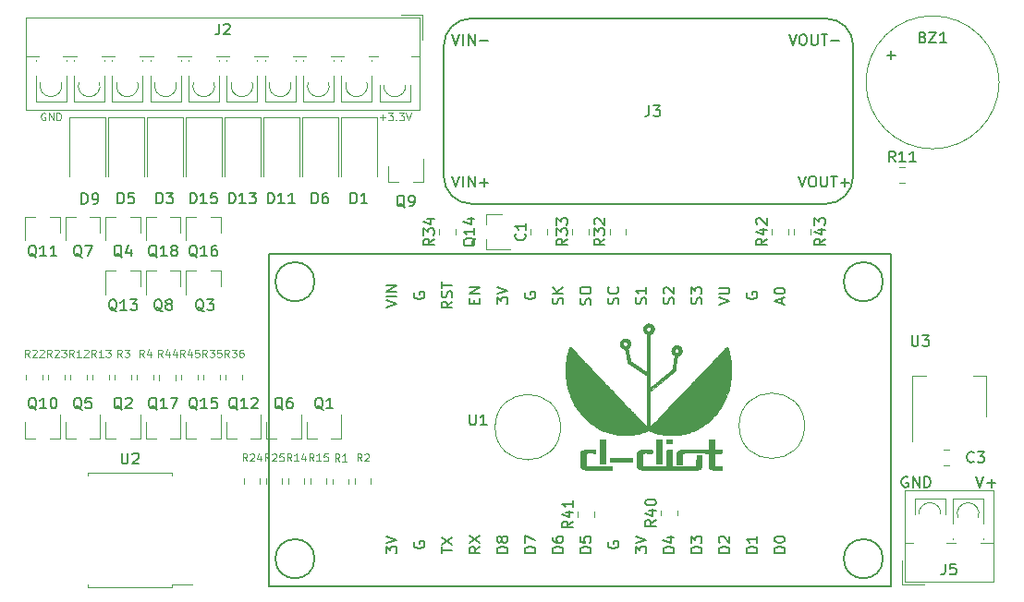
<source format=gto>
G04 #@! TF.GenerationSoftware,KiCad,Pcbnew,5.1.12-84ad8e8a86~92~ubuntu20.04.1*
G04 #@! TF.CreationDate,2022-02-11T20:38:02+01:00*
G04 #@! TF.ProjectId,ESPHome-Thermostat-pcb,45535048-6f6d-4652-9d54-6865726d6f73,2.0*
G04 #@! TF.SameCoordinates,Original*
G04 #@! TF.FileFunction,Legend,Top*
G04 #@! TF.FilePolarity,Positive*
%FSLAX46Y46*%
G04 Gerber Fmt 4.6, Leading zero omitted, Abs format (unit mm)*
G04 Created by KiCad (PCBNEW 5.1.12-84ad8e8a86~92~ubuntu20.04.1) date 2022-02-11 20:38:02*
%MOMM*%
%LPD*%
G01*
G04 APERTURE LIST*
%ADD10C,0.120000*%
%ADD11C,0.150000*%
%ADD12C,0.010000*%
G04 APERTURE END LIST*
D10*
X82928000Y-59613000D02*
X83461333Y-59613000D01*
X83194666Y-59879666D02*
X83194666Y-59346333D01*
X83728000Y-59179666D02*
X84161333Y-59179666D01*
X83928000Y-59446333D01*
X84028000Y-59446333D01*
X84094666Y-59479666D01*
X84128000Y-59513000D01*
X84161333Y-59579666D01*
X84161333Y-59746333D01*
X84128000Y-59813000D01*
X84094666Y-59846333D01*
X84028000Y-59879666D01*
X83828000Y-59879666D01*
X83761333Y-59846333D01*
X83728000Y-59813000D01*
X84461333Y-59813000D02*
X84494666Y-59846333D01*
X84461333Y-59879666D01*
X84428000Y-59846333D01*
X84461333Y-59813000D01*
X84461333Y-59879666D01*
X84728000Y-59179666D02*
X85161333Y-59179666D01*
X84928000Y-59446333D01*
X85028000Y-59446333D01*
X85094666Y-59479666D01*
X85128000Y-59513000D01*
X85161333Y-59579666D01*
X85161333Y-59746333D01*
X85128000Y-59813000D01*
X85094666Y-59846333D01*
X85028000Y-59879666D01*
X84828000Y-59879666D01*
X84761333Y-59846333D01*
X84728000Y-59813000D01*
X85361333Y-59179666D02*
X85594666Y-59879666D01*
X85828000Y-59179666D01*
X52298666Y-59213000D02*
X52232000Y-59179666D01*
X52132000Y-59179666D01*
X52032000Y-59213000D01*
X51965333Y-59279666D01*
X51932000Y-59346333D01*
X51898666Y-59479666D01*
X51898666Y-59579666D01*
X51932000Y-59713000D01*
X51965333Y-59779666D01*
X52032000Y-59846333D01*
X52132000Y-59879666D01*
X52198666Y-59879666D01*
X52298666Y-59846333D01*
X52332000Y-59813000D01*
X52332000Y-59579666D01*
X52198666Y-59579666D01*
X52632000Y-59879666D02*
X52632000Y-59179666D01*
X53032000Y-59879666D01*
X53032000Y-59179666D01*
X53365333Y-59879666D02*
X53365333Y-59179666D01*
X53532000Y-59179666D01*
X53632000Y-59213000D01*
X53698666Y-59279666D01*
X53732000Y-59346333D01*
X53765333Y-59479666D01*
X53765333Y-59579666D01*
X53732000Y-59713000D01*
X53698666Y-59779666D01*
X53632000Y-59846333D01*
X53532000Y-59879666D01*
X53365333Y-59879666D01*
X121872000Y-87884000D02*
G75*
G03*
X121872000Y-87884000I-3000000J0D01*
G01*
X99520000Y-88011000D02*
G75*
G03*
X99520000Y-88011000I-3000000J0D01*
G01*
D11*
X137604619Y-92543380D02*
X137937952Y-93543380D01*
X138271285Y-92543380D01*
X138604619Y-93162428D02*
X139366523Y-93162428D01*
X138985571Y-93543380D02*
X138985571Y-92781476D01*
X131318095Y-92591000D02*
X131222857Y-92543380D01*
X131080000Y-92543380D01*
X130937142Y-92591000D01*
X130841904Y-92686238D01*
X130794285Y-92781476D01*
X130746666Y-92971952D01*
X130746666Y-93114809D01*
X130794285Y-93305285D01*
X130841904Y-93400523D01*
X130937142Y-93495761D01*
X131080000Y-93543380D01*
X131175238Y-93543380D01*
X131318095Y-93495761D01*
X131365714Y-93448142D01*
X131365714Y-93114809D01*
X131175238Y-93114809D01*
X131794285Y-93543380D02*
X131794285Y-92543380D01*
X132365714Y-93543380D01*
X132365714Y-92543380D01*
X132841904Y-93543380D02*
X132841904Y-92543380D01*
X133080000Y-92543380D01*
X133222857Y-92591000D01*
X133318095Y-92686238D01*
X133365714Y-92781476D01*
X133413333Y-92971952D01*
X133413333Y-93114809D01*
X133365714Y-93305285D01*
X133318095Y-93400523D01*
X133222857Y-93495761D01*
X133080000Y-93543380D01*
X132841904Y-93543380D01*
D12*
G36*
X107201483Y-90091050D02*
G01*
X107252279Y-90091121D01*
X107308877Y-90091233D01*
X107371684Y-90091376D01*
X107397974Y-90091437D01*
X107459128Y-90091605D01*
X107516949Y-90091813D01*
X107571136Y-90092058D01*
X107621387Y-90092337D01*
X107667403Y-90092648D01*
X107708882Y-90092987D01*
X107745524Y-90093352D01*
X107777027Y-90093740D01*
X107803091Y-90094148D01*
X107823416Y-90094573D01*
X107837700Y-90095013D01*
X107845642Y-90095464D01*
X107847042Y-90095664D01*
X107865749Y-90103655D01*
X107882121Y-90116426D01*
X107889950Y-90125921D01*
X107892227Y-90129439D01*
X107894006Y-90132993D01*
X107895338Y-90137402D01*
X107896277Y-90143489D01*
X107896872Y-90152072D01*
X107897177Y-90163973D01*
X107897244Y-90180014D01*
X107897124Y-90201013D01*
X107896869Y-90227793D01*
X107896803Y-90234213D01*
X107896469Y-90264482D01*
X107896005Y-90288764D01*
X107895193Y-90307845D01*
X107893815Y-90322510D01*
X107891651Y-90333545D01*
X107888482Y-90341735D01*
X107884090Y-90347868D01*
X107878256Y-90352727D01*
X107870760Y-90357099D01*
X107861384Y-90361770D01*
X107861243Y-90361839D01*
X107842075Y-90371217D01*
X107454078Y-90370325D01*
X107392686Y-90370182D01*
X107337698Y-90370060D01*
X107288746Y-90369977D01*
X107245460Y-90369949D01*
X107207471Y-90369990D01*
X107174410Y-90370119D01*
X107145908Y-90370350D01*
X107121597Y-90370700D01*
X107101106Y-90371186D01*
X107084068Y-90371823D01*
X107070112Y-90372627D01*
X107058871Y-90373615D01*
X107049974Y-90374803D01*
X107043053Y-90376207D01*
X107037739Y-90377843D01*
X107033663Y-90379727D01*
X107030455Y-90381876D01*
X107027748Y-90384306D01*
X107025171Y-90387032D01*
X107023172Y-90389207D01*
X107020900Y-90391534D01*
X107018827Y-90393634D01*
X107016943Y-90395809D01*
X107015240Y-90398366D01*
X107013708Y-90401609D01*
X107012339Y-90405843D01*
X107011123Y-90411373D01*
X107010051Y-90418505D01*
X107009114Y-90427542D01*
X107008303Y-90438789D01*
X107007610Y-90452553D01*
X107007024Y-90469137D01*
X107006538Y-90488846D01*
X107006141Y-90511986D01*
X107005825Y-90538861D01*
X107005581Y-90569776D01*
X107005399Y-90605036D01*
X107005271Y-90644946D01*
X107005187Y-90689811D01*
X107005139Y-90739936D01*
X107005118Y-90795626D01*
X107005113Y-90857185D01*
X107005117Y-90924919D01*
X107005120Y-90996347D01*
X107005123Y-91069302D01*
X107005132Y-91135793D01*
X107005152Y-91196130D01*
X107005185Y-91250621D01*
X107005235Y-91299575D01*
X107005305Y-91343301D01*
X107005399Y-91382109D01*
X107005519Y-91416308D01*
X107005669Y-91446208D01*
X107005851Y-91472116D01*
X107006071Y-91494343D01*
X107006329Y-91513197D01*
X107006631Y-91528988D01*
X107006978Y-91542026D01*
X107007375Y-91552618D01*
X107007825Y-91561074D01*
X107008330Y-91567704D01*
X107008894Y-91572817D01*
X107009521Y-91576721D01*
X107010213Y-91579727D01*
X107010974Y-91582142D01*
X107011290Y-91582990D01*
X107020759Y-91599966D01*
X107034327Y-91611736D01*
X107052598Y-91618810D01*
X107054295Y-91619191D01*
X107058473Y-91619574D01*
X107067403Y-91619934D01*
X107081190Y-91620271D01*
X107099942Y-91620585D01*
X107123766Y-91620878D01*
X107152769Y-91621149D01*
X107187058Y-91621399D01*
X107226739Y-91621628D01*
X107271920Y-91621837D01*
X107322708Y-91622025D01*
X107379209Y-91622194D01*
X107441531Y-91622343D01*
X107509781Y-91622473D01*
X107584065Y-91622584D01*
X107664490Y-91622677D01*
X107751164Y-91622752D01*
X107844194Y-91622810D01*
X107943686Y-91622850D01*
X108049747Y-91622873D01*
X108151674Y-91622880D01*
X109231854Y-91622880D01*
X109231928Y-90888820D01*
X109231938Y-90805684D01*
X109231952Y-90729052D01*
X109231973Y-90658653D01*
X109232002Y-90594218D01*
X109232043Y-90535475D01*
X109232096Y-90482156D01*
X109232165Y-90433989D01*
X109232252Y-90390705D01*
X109232358Y-90352035D01*
X109232487Y-90317707D01*
X109232641Y-90287452D01*
X109232821Y-90260999D01*
X109233030Y-90238080D01*
X109233271Y-90218423D01*
X109233545Y-90201758D01*
X109233855Y-90187816D01*
X109234203Y-90176327D01*
X109234592Y-90167020D01*
X109235023Y-90159625D01*
X109235499Y-90153873D01*
X109236022Y-90149492D01*
X109236594Y-90146214D01*
X109237218Y-90143768D01*
X109237896Y-90141885D01*
X109238190Y-90141213D01*
X109246636Y-90127826D01*
X109258828Y-90114684D01*
X109272723Y-90103622D01*
X109286278Y-90096471D01*
X109289033Y-90095599D01*
X109295582Y-90094692D01*
X109307958Y-90093953D01*
X109326303Y-90093380D01*
X109350758Y-90092971D01*
X109381465Y-90092724D01*
X109418566Y-90092638D01*
X109462202Y-90092710D01*
X109495080Y-90092846D01*
X109687360Y-90093800D01*
X109703339Y-90103193D01*
X109714868Y-90111790D01*
X109726036Y-90122978D01*
X109730432Y-90128593D01*
X109741547Y-90144600D01*
X109742416Y-90878249D01*
X109743286Y-91611898D01*
X110038750Y-91614223D01*
X110070801Y-91614442D01*
X110109159Y-91614645D01*
X110153358Y-91614832D01*
X110202933Y-91615003D01*
X110257418Y-91615157D01*
X110316345Y-91615293D01*
X110379250Y-91615411D01*
X110445667Y-91615511D01*
X110515129Y-91615591D01*
X110587170Y-91615652D01*
X110661325Y-91615692D01*
X110737127Y-91615711D01*
X110814110Y-91615709D01*
X110891809Y-91615685D01*
X110969757Y-91615639D01*
X111047489Y-91615570D01*
X111121614Y-91615481D01*
X111909014Y-91614413D01*
X111923692Y-91606579D01*
X111935240Y-91598522D01*
X111943191Y-91587601D01*
X111945484Y-91582872D01*
X111946990Y-91579062D01*
X111948362Y-91574441D01*
X111949612Y-91568682D01*
X111950746Y-91561462D01*
X111951772Y-91552457D01*
X111952701Y-91541341D01*
X111953539Y-91527791D01*
X111954295Y-91511482D01*
X111954978Y-91492089D01*
X111955596Y-91469288D01*
X111956157Y-91442755D01*
X111956670Y-91412165D01*
X111957143Y-91377193D01*
X111957585Y-91337516D01*
X111958004Y-91292808D01*
X111958408Y-91242745D01*
X111958805Y-91187003D01*
X111959205Y-91125258D01*
X111959615Y-91057184D01*
X111959772Y-91030213D01*
X111960123Y-90968016D01*
X111960435Y-90912229D01*
X111960728Y-90862490D01*
X111961023Y-90818436D01*
X111961341Y-90779703D01*
X111961701Y-90745931D01*
X111962125Y-90716755D01*
X111962634Y-90691812D01*
X111963248Y-90670742D01*
X111963987Y-90653179D01*
X111964872Y-90638763D01*
X111965925Y-90627129D01*
X111967165Y-90617916D01*
X111968613Y-90610761D01*
X111970289Y-90605300D01*
X111972215Y-90601171D01*
X111974412Y-90598012D01*
X111976898Y-90595460D01*
X111979696Y-90593152D01*
X111982826Y-90590724D01*
X111984859Y-90589071D01*
X111989837Y-90585041D01*
X111994816Y-90581609D01*
X112000358Y-90578728D01*
X112007026Y-90576349D01*
X112015383Y-90574426D01*
X112025991Y-90572908D01*
X112039414Y-90571750D01*
X112056213Y-90570901D01*
X112076952Y-90570314D01*
X112102193Y-90569942D01*
X112132499Y-90569735D01*
X112168432Y-90569646D01*
X112210556Y-90569627D01*
X112212197Y-90569627D01*
X112254166Y-90569641D01*
X112289933Y-90569716D01*
X112320068Y-90569898D01*
X112345142Y-90570235D01*
X112365725Y-90570772D01*
X112382389Y-90571557D01*
X112395703Y-90572638D01*
X112406240Y-90574060D01*
X112414569Y-90575871D01*
X112421261Y-90578117D01*
X112426886Y-90580846D01*
X112432017Y-90584104D01*
X112437223Y-90587939D01*
X112437490Y-90588143D01*
X112441038Y-90590675D01*
X112444212Y-90592807D01*
X112447033Y-90594911D01*
X112449523Y-90597356D01*
X112451704Y-90600512D01*
X112453596Y-90604751D01*
X112455222Y-90610442D01*
X112456604Y-90617956D01*
X112457763Y-90627663D01*
X112458720Y-90639933D01*
X112459498Y-90655137D01*
X112460117Y-90673645D01*
X112460601Y-90695827D01*
X112460969Y-90722053D01*
X112461245Y-90752695D01*
X112461449Y-90788121D01*
X112461603Y-90828704D01*
X112461729Y-90874812D01*
X112461848Y-90926816D01*
X112461983Y-90985086D01*
X112462041Y-91008200D01*
X112462202Y-91079763D01*
X112462292Y-91144923D01*
X112462296Y-91204051D01*
X112462201Y-91257517D01*
X112461994Y-91305692D01*
X112461661Y-91348945D01*
X112461187Y-91387647D01*
X112460559Y-91422169D01*
X112459764Y-91452881D01*
X112458788Y-91480153D01*
X112457617Y-91504356D01*
X112456237Y-91525860D01*
X112454635Y-91545035D01*
X112452797Y-91562252D01*
X112450710Y-91577881D01*
X112448358Y-91592293D01*
X112445730Y-91605857D01*
X112442811Y-91618945D01*
X112439587Y-91631927D01*
X112438854Y-91634733D01*
X112424038Y-91679974D01*
X112404528Y-91720609D01*
X112380198Y-91756751D01*
X112350923Y-91788513D01*
X112316575Y-91816004D01*
X112277031Y-91839338D01*
X112232162Y-91858627D01*
X112181843Y-91873981D01*
X112164572Y-91878081D01*
X112130831Y-91884859D01*
X112095933Y-91890340D01*
X112058425Y-91894697D01*
X112016854Y-91898102D01*
X111977492Y-91900366D01*
X111968076Y-91900656D01*
X111952089Y-91900939D01*
X111929735Y-91901213D01*
X111901217Y-91901480D01*
X111866738Y-91901738D01*
X111826502Y-91901988D01*
X111780710Y-91902229D01*
X111729568Y-91902461D01*
X111673276Y-91902684D01*
X111612040Y-91902898D01*
X111546061Y-91903102D01*
X111475543Y-91903297D01*
X111400689Y-91903482D01*
X111321702Y-91903657D01*
X111238785Y-91903823D01*
X111152142Y-91903978D01*
X111061975Y-91904122D01*
X110968487Y-91904256D01*
X110871882Y-91904379D01*
X110772363Y-91904492D01*
X110670133Y-91904593D01*
X110565395Y-91904683D01*
X110458351Y-91904761D01*
X110349206Y-91904828D01*
X110238162Y-91904883D01*
X110125423Y-91904926D01*
X110011191Y-91904957D01*
X109895670Y-91904976D01*
X109779062Y-91904982D01*
X109661571Y-91904976D01*
X109543400Y-91904957D01*
X109424752Y-91904924D01*
X109305831Y-91904879D01*
X109186838Y-91904820D01*
X109067978Y-91904748D01*
X108949453Y-91904662D01*
X108831467Y-91904562D01*
X108714223Y-91904449D01*
X108597923Y-91904321D01*
X108482772Y-91904178D01*
X108368971Y-91904021D01*
X108256724Y-91903850D01*
X108146235Y-91903663D01*
X108126107Y-91903627D01*
X108037160Y-91903461D01*
X107949890Y-91903284D01*
X107864546Y-91903099D01*
X107781374Y-91902907D01*
X107700621Y-91902707D01*
X107622535Y-91902502D01*
X107547363Y-91902292D01*
X107475352Y-91902077D01*
X107406748Y-91901860D01*
X107341800Y-91901640D01*
X107280754Y-91901419D01*
X107223858Y-91901198D01*
X107171358Y-91900977D01*
X107123502Y-91900757D01*
X107080537Y-91900540D01*
X107042710Y-91900326D01*
X107010269Y-91900116D01*
X106983460Y-91899912D01*
X106962531Y-91899713D01*
X106947728Y-91899521D01*
X106939299Y-91899337D01*
X106937387Y-91899228D01*
X106928813Y-91897958D01*
X106915321Y-91896159D01*
X106898721Y-91894066D01*
X106880825Y-91891912D01*
X106879814Y-91891793D01*
X106820162Y-91882802D01*
X106766250Y-91870381D01*
X106717889Y-91854378D01*
X106674892Y-91834642D01*
X106637070Y-91811022D01*
X106604236Y-91783365D01*
X106576203Y-91751520D01*
X106552781Y-91715335D01*
X106533784Y-91674659D01*
X106519023Y-91629340D01*
X106510978Y-91594093D01*
X106509371Y-91585466D01*
X106507912Y-91576807D01*
X106506593Y-91567767D01*
X106505407Y-91557997D01*
X106504348Y-91547148D01*
X106503408Y-91534873D01*
X106502580Y-91520822D01*
X106501857Y-91504646D01*
X106501233Y-91485998D01*
X106500699Y-91464528D01*
X106500250Y-91439888D01*
X106499877Y-91411728D01*
X106499574Y-91379701D01*
X106499334Y-91343458D01*
X106499150Y-91302650D01*
X106499014Y-91256929D01*
X106498921Y-91205945D01*
X106498861Y-91149351D01*
X106498829Y-91086797D01*
X106498818Y-91017935D01*
X106498818Y-90993448D01*
X106498826Y-90923661D01*
X106498851Y-90860306D01*
X106498897Y-90803044D01*
X106498966Y-90751532D01*
X106499062Y-90705431D01*
X106499189Y-90664400D01*
X106499349Y-90628097D01*
X106499545Y-90596182D01*
X106499782Y-90568315D01*
X106500062Y-90544154D01*
X106500388Y-90523359D01*
X106500765Y-90505590D01*
X106501194Y-90490504D01*
X106501680Y-90477763D01*
X106502225Y-90467024D01*
X106502833Y-90457947D01*
X106503507Y-90450191D01*
X106504073Y-90444911D01*
X106511864Y-90393971D01*
X106522860Y-90348517D01*
X106537304Y-90307942D01*
X106555439Y-90271640D01*
X106577509Y-90239005D01*
X106594840Y-90218650D01*
X106626017Y-90189759D01*
X106662250Y-90164813D01*
X106703683Y-90143745D01*
X106750462Y-90126486D01*
X106802733Y-90112969D01*
X106832316Y-90107364D01*
X106846591Y-90104971D01*
X106859766Y-90102814D01*
X106872246Y-90100882D01*
X106884438Y-90099163D01*
X106896749Y-90097647D01*
X106909583Y-90096321D01*
X106923348Y-90095174D01*
X106938449Y-90094196D01*
X106955292Y-90093373D01*
X106974284Y-90092696D01*
X106995829Y-90092152D01*
X107020335Y-90091730D01*
X107048208Y-90091418D01*
X107079853Y-90091206D01*
X107115677Y-90091082D01*
X107156085Y-90091034D01*
X107201483Y-90091050D01*
G37*
X107201483Y-90091050D02*
X107252279Y-90091121D01*
X107308877Y-90091233D01*
X107371684Y-90091376D01*
X107397974Y-90091437D01*
X107459128Y-90091605D01*
X107516949Y-90091813D01*
X107571136Y-90092058D01*
X107621387Y-90092337D01*
X107667403Y-90092648D01*
X107708882Y-90092987D01*
X107745524Y-90093352D01*
X107777027Y-90093740D01*
X107803091Y-90094148D01*
X107823416Y-90094573D01*
X107837700Y-90095013D01*
X107845642Y-90095464D01*
X107847042Y-90095664D01*
X107865749Y-90103655D01*
X107882121Y-90116426D01*
X107889950Y-90125921D01*
X107892227Y-90129439D01*
X107894006Y-90132993D01*
X107895338Y-90137402D01*
X107896277Y-90143489D01*
X107896872Y-90152072D01*
X107897177Y-90163973D01*
X107897244Y-90180014D01*
X107897124Y-90201013D01*
X107896869Y-90227793D01*
X107896803Y-90234213D01*
X107896469Y-90264482D01*
X107896005Y-90288764D01*
X107895193Y-90307845D01*
X107893815Y-90322510D01*
X107891651Y-90333545D01*
X107888482Y-90341735D01*
X107884090Y-90347868D01*
X107878256Y-90352727D01*
X107870760Y-90357099D01*
X107861384Y-90361770D01*
X107861243Y-90361839D01*
X107842075Y-90371217D01*
X107454078Y-90370325D01*
X107392686Y-90370182D01*
X107337698Y-90370060D01*
X107288746Y-90369977D01*
X107245460Y-90369949D01*
X107207471Y-90369990D01*
X107174410Y-90370119D01*
X107145908Y-90370350D01*
X107121597Y-90370700D01*
X107101106Y-90371186D01*
X107084068Y-90371823D01*
X107070112Y-90372627D01*
X107058871Y-90373615D01*
X107049974Y-90374803D01*
X107043053Y-90376207D01*
X107037739Y-90377843D01*
X107033663Y-90379727D01*
X107030455Y-90381876D01*
X107027748Y-90384306D01*
X107025171Y-90387032D01*
X107023172Y-90389207D01*
X107020900Y-90391534D01*
X107018827Y-90393634D01*
X107016943Y-90395809D01*
X107015240Y-90398366D01*
X107013708Y-90401609D01*
X107012339Y-90405843D01*
X107011123Y-90411373D01*
X107010051Y-90418505D01*
X107009114Y-90427542D01*
X107008303Y-90438789D01*
X107007610Y-90452553D01*
X107007024Y-90469137D01*
X107006538Y-90488846D01*
X107006141Y-90511986D01*
X107005825Y-90538861D01*
X107005581Y-90569776D01*
X107005399Y-90605036D01*
X107005271Y-90644946D01*
X107005187Y-90689811D01*
X107005139Y-90739936D01*
X107005118Y-90795626D01*
X107005113Y-90857185D01*
X107005117Y-90924919D01*
X107005120Y-90996347D01*
X107005123Y-91069302D01*
X107005132Y-91135793D01*
X107005152Y-91196130D01*
X107005185Y-91250621D01*
X107005235Y-91299575D01*
X107005305Y-91343301D01*
X107005399Y-91382109D01*
X107005519Y-91416308D01*
X107005669Y-91446208D01*
X107005851Y-91472116D01*
X107006071Y-91494343D01*
X107006329Y-91513197D01*
X107006631Y-91528988D01*
X107006978Y-91542026D01*
X107007375Y-91552618D01*
X107007825Y-91561074D01*
X107008330Y-91567704D01*
X107008894Y-91572817D01*
X107009521Y-91576721D01*
X107010213Y-91579727D01*
X107010974Y-91582142D01*
X107011290Y-91582990D01*
X107020759Y-91599966D01*
X107034327Y-91611736D01*
X107052598Y-91618810D01*
X107054295Y-91619191D01*
X107058473Y-91619574D01*
X107067403Y-91619934D01*
X107081190Y-91620271D01*
X107099942Y-91620585D01*
X107123766Y-91620878D01*
X107152769Y-91621149D01*
X107187058Y-91621399D01*
X107226739Y-91621628D01*
X107271920Y-91621837D01*
X107322708Y-91622025D01*
X107379209Y-91622194D01*
X107441531Y-91622343D01*
X107509781Y-91622473D01*
X107584065Y-91622584D01*
X107664490Y-91622677D01*
X107751164Y-91622752D01*
X107844194Y-91622810D01*
X107943686Y-91622850D01*
X108049747Y-91622873D01*
X108151674Y-91622880D01*
X109231854Y-91622880D01*
X109231928Y-90888820D01*
X109231938Y-90805684D01*
X109231952Y-90729052D01*
X109231973Y-90658653D01*
X109232002Y-90594218D01*
X109232043Y-90535475D01*
X109232096Y-90482156D01*
X109232165Y-90433989D01*
X109232252Y-90390705D01*
X109232358Y-90352035D01*
X109232487Y-90317707D01*
X109232641Y-90287452D01*
X109232821Y-90260999D01*
X109233030Y-90238080D01*
X109233271Y-90218423D01*
X109233545Y-90201758D01*
X109233855Y-90187816D01*
X109234203Y-90176327D01*
X109234592Y-90167020D01*
X109235023Y-90159625D01*
X109235499Y-90153873D01*
X109236022Y-90149492D01*
X109236594Y-90146214D01*
X109237218Y-90143768D01*
X109237896Y-90141885D01*
X109238190Y-90141213D01*
X109246636Y-90127826D01*
X109258828Y-90114684D01*
X109272723Y-90103622D01*
X109286278Y-90096471D01*
X109289033Y-90095599D01*
X109295582Y-90094692D01*
X109307958Y-90093953D01*
X109326303Y-90093380D01*
X109350758Y-90092971D01*
X109381465Y-90092724D01*
X109418566Y-90092638D01*
X109462202Y-90092710D01*
X109495080Y-90092846D01*
X109687360Y-90093800D01*
X109703339Y-90103193D01*
X109714868Y-90111790D01*
X109726036Y-90122978D01*
X109730432Y-90128593D01*
X109741547Y-90144600D01*
X109742416Y-90878249D01*
X109743286Y-91611898D01*
X110038750Y-91614223D01*
X110070801Y-91614442D01*
X110109159Y-91614645D01*
X110153358Y-91614832D01*
X110202933Y-91615003D01*
X110257418Y-91615157D01*
X110316345Y-91615293D01*
X110379250Y-91615411D01*
X110445667Y-91615511D01*
X110515129Y-91615591D01*
X110587170Y-91615652D01*
X110661325Y-91615692D01*
X110737127Y-91615711D01*
X110814110Y-91615709D01*
X110891809Y-91615685D01*
X110969757Y-91615639D01*
X111047489Y-91615570D01*
X111121614Y-91615481D01*
X111909014Y-91614413D01*
X111923692Y-91606579D01*
X111935240Y-91598522D01*
X111943191Y-91587601D01*
X111945484Y-91582872D01*
X111946990Y-91579062D01*
X111948362Y-91574441D01*
X111949612Y-91568682D01*
X111950746Y-91561462D01*
X111951772Y-91552457D01*
X111952701Y-91541341D01*
X111953539Y-91527791D01*
X111954295Y-91511482D01*
X111954978Y-91492089D01*
X111955596Y-91469288D01*
X111956157Y-91442755D01*
X111956670Y-91412165D01*
X111957143Y-91377193D01*
X111957585Y-91337516D01*
X111958004Y-91292808D01*
X111958408Y-91242745D01*
X111958805Y-91187003D01*
X111959205Y-91125258D01*
X111959615Y-91057184D01*
X111959772Y-91030213D01*
X111960123Y-90968016D01*
X111960435Y-90912229D01*
X111960728Y-90862490D01*
X111961023Y-90818436D01*
X111961341Y-90779703D01*
X111961701Y-90745931D01*
X111962125Y-90716755D01*
X111962634Y-90691812D01*
X111963248Y-90670742D01*
X111963987Y-90653179D01*
X111964872Y-90638763D01*
X111965925Y-90627129D01*
X111967165Y-90617916D01*
X111968613Y-90610761D01*
X111970289Y-90605300D01*
X111972215Y-90601171D01*
X111974412Y-90598012D01*
X111976898Y-90595460D01*
X111979696Y-90593152D01*
X111982826Y-90590724D01*
X111984859Y-90589071D01*
X111989837Y-90585041D01*
X111994816Y-90581609D01*
X112000358Y-90578728D01*
X112007026Y-90576349D01*
X112015383Y-90574426D01*
X112025991Y-90572908D01*
X112039414Y-90571750D01*
X112056213Y-90570901D01*
X112076952Y-90570314D01*
X112102193Y-90569942D01*
X112132499Y-90569735D01*
X112168432Y-90569646D01*
X112210556Y-90569627D01*
X112212197Y-90569627D01*
X112254166Y-90569641D01*
X112289933Y-90569716D01*
X112320068Y-90569898D01*
X112345142Y-90570235D01*
X112365725Y-90570772D01*
X112382389Y-90571557D01*
X112395703Y-90572638D01*
X112406240Y-90574060D01*
X112414569Y-90575871D01*
X112421261Y-90578117D01*
X112426886Y-90580846D01*
X112432017Y-90584104D01*
X112437223Y-90587939D01*
X112437490Y-90588143D01*
X112441038Y-90590675D01*
X112444212Y-90592807D01*
X112447033Y-90594911D01*
X112449523Y-90597356D01*
X112451704Y-90600512D01*
X112453596Y-90604751D01*
X112455222Y-90610442D01*
X112456604Y-90617956D01*
X112457763Y-90627663D01*
X112458720Y-90639933D01*
X112459498Y-90655137D01*
X112460117Y-90673645D01*
X112460601Y-90695827D01*
X112460969Y-90722053D01*
X112461245Y-90752695D01*
X112461449Y-90788121D01*
X112461603Y-90828704D01*
X112461729Y-90874812D01*
X112461848Y-90926816D01*
X112461983Y-90985086D01*
X112462041Y-91008200D01*
X112462202Y-91079763D01*
X112462292Y-91144923D01*
X112462296Y-91204051D01*
X112462201Y-91257517D01*
X112461994Y-91305692D01*
X112461661Y-91348945D01*
X112461187Y-91387647D01*
X112460559Y-91422169D01*
X112459764Y-91452881D01*
X112458788Y-91480153D01*
X112457617Y-91504356D01*
X112456237Y-91525860D01*
X112454635Y-91545035D01*
X112452797Y-91562252D01*
X112450710Y-91577881D01*
X112448358Y-91592293D01*
X112445730Y-91605857D01*
X112442811Y-91618945D01*
X112439587Y-91631927D01*
X112438854Y-91634733D01*
X112424038Y-91679974D01*
X112404528Y-91720609D01*
X112380198Y-91756751D01*
X112350923Y-91788513D01*
X112316575Y-91816004D01*
X112277031Y-91839338D01*
X112232162Y-91858627D01*
X112181843Y-91873981D01*
X112164572Y-91878081D01*
X112130831Y-91884859D01*
X112095933Y-91890340D01*
X112058425Y-91894697D01*
X112016854Y-91898102D01*
X111977492Y-91900366D01*
X111968076Y-91900656D01*
X111952089Y-91900939D01*
X111929735Y-91901213D01*
X111901217Y-91901480D01*
X111866738Y-91901738D01*
X111826502Y-91901988D01*
X111780710Y-91902229D01*
X111729568Y-91902461D01*
X111673276Y-91902684D01*
X111612040Y-91902898D01*
X111546061Y-91903102D01*
X111475543Y-91903297D01*
X111400689Y-91903482D01*
X111321702Y-91903657D01*
X111238785Y-91903823D01*
X111152142Y-91903978D01*
X111061975Y-91904122D01*
X110968487Y-91904256D01*
X110871882Y-91904379D01*
X110772363Y-91904492D01*
X110670133Y-91904593D01*
X110565395Y-91904683D01*
X110458351Y-91904761D01*
X110349206Y-91904828D01*
X110238162Y-91904883D01*
X110125423Y-91904926D01*
X110011191Y-91904957D01*
X109895670Y-91904976D01*
X109779062Y-91904982D01*
X109661571Y-91904976D01*
X109543400Y-91904957D01*
X109424752Y-91904924D01*
X109305831Y-91904879D01*
X109186838Y-91904820D01*
X109067978Y-91904748D01*
X108949453Y-91904662D01*
X108831467Y-91904562D01*
X108714223Y-91904449D01*
X108597923Y-91904321D01*
X108482772Y-91904178D01*
X108368971Y-91904021D01*
X108256724Y-91903850D01*
X108146235Y-91903663D01*
X108126107Y-91903627D01*
X108037160Y-91903461D01*
X107949890Y-91903284D01*
X107864546Y-91903099D01*
X107781374Y-91902907D01*
X107700621Y-91902707D01*
X107622535Y-91902502D01*
X107547363Y-91902292D01*
X107475352Y-91902077D01*
X107406748Y-91901860D01*
X107341800Y-91901640D01*
X107280754Y-91901419D01*
X107223858Y-91901198D01*
X107171358Y-91900977D01*
X107123502Y-91900757D01*
X107080537Y-91900540D01*
X107042710Y-91900326D01*
X107010269Y-91900116D01*
X106983460Y-91899912D01*
X106962531Y-91899713D01*
X106947728Y-91899521D01*
X106939299Y-91899337D01*
X106937387Y-91899228D01*
X106928813Y-91897958D01*
X106915321Y-91896159D01*
X106898721Y-91894066D01*
X106880825Y-91891912D01*
X106879814Y-91891793D01*
X106820162Y-91882802D01*
X106766250Y-91870381D01*
X106717889Y-91854378D01*
X106674892Y-91834642D01*
X106637070Y-91811022D01*
X106604236Y-91783365D01*
X106576203Y-91751520D01*
X106552781Y-91715335D01*
X106533784Y-91674659D01*
X106519023Y-91629340D01*
X106510978Y-91594093D01*
X106509371Y-91585466D01*
X106507912Y-91576807D01*
X106506593Y-91567767D01*
X106505407Y-91557997D01*
X106504348Y-91547148D01*
X106503408Y-91534873D01*
X106502580Y-91520822D01*
X106501857Y-91504646D01*
X106501233Y-91485998D01*
X106500699Y-91464528D01*
X106500250Y-91439888D01*
X106499877Y-91411728D01*
X106499574Y-91379701D01*
X106499334Y-91343458D01*
X106499150Y-91302650D01*
X106499014Y-91256929D01*
X106498921Y-91205945D01*
X106498861Y-91149351D01*
X106498829Y-91086797D01*
X106498818Y-91017935D01*
X106498818Y-90993448D01*
X106498826Y-90923661D01*
X106498851Y-90860306D01*
X106498897Y-90803044D01*
X106498966Y-90751532D01*
X106499062Y-90705431D01*
X106499189Y-90664400D01*
X106499349Y-90628097D01*
X106499545Y-90596182D01*
X106499782Y-90568315D01*
X106500062Y-90544154D01*
X106500388Y-90523359D01*
X106500765Y-90505590D01*
X106501194Y-90490504D01*
X106501680Y-90477763D01*
X106502225Y-90467024D01*
X106502833Y-90457947D01*
X106503507Y-90450191D01*
X106504073Y-90444911D01*
X106511864Y-90393971D01*
X106522860Y-90348517D01*
X106537304Y-90307942D01*
X106555439Y-90271640D01*
X106577509Y-90239005D01*
X106594840Y-90218650D01*
X106626017Y-90189759D01*
X106662250Y-90164813D01*
X106703683Y-90143745D01*
X106750462Y-90126486D01*
X106802733Y-90112969D01*
X106832316Y-90107364D01*
X106846591Y-90104971D01*
X106859766Y-90102814D01*
X106872246Y-90100882D01*
X106884438Y-90099163D01*
X106896749Y-90097647D01*
X106909583Y-90096321D01*
X106923348Y-90095174D01*
X106938449Y-90094196D01*
X106955292Y-90093373D01*
X106974284Y-90092696D01*
X106995829Y-90092152D01*
X107020335Y-90091730D01*
X107048208Y-90091418D01*
X107079853Y-90091206D01*
X107115677Y-90091082D01*
X107156085Y-90091034D01*
X107201483Y-90091050D01*
G36*
X102003266Y-90089317D02*
G01*
X102050055Y-90089429D01*
X102102485Y-90089648D01*
X102160859Y-90089975D01*
X102225480Y-90090408D01*
X102277334Y-90090795D01*
X102670187Y-90093841D01*
X102684154Y-90101292D01*
X102698673Y-90111341D01*
X102710491Y-90123886D01*
X102717823Y-90136968D01*
X102718448Y-90138934D01*
X102719136Y-90144699D01*
X102719753Y-90156223D01*
X102720272Y-90172493D01*
X102720669Y-90192497D01*
X102720915Y-90215221D01*
X102720987Y-90236292D01*
X102720987Y-90324598D01*
X102711658Y-90338690D01*
X102698626Y-90352774D01*
X102684565Y-90361899D01*
X102666800Y-90371017D01*
X102277334Y-90370228D01*
X102215692Y-90370100D01*
X102160458Y-90369992D01*
X102111264Y-90369921D01*
X102067744Y-90369902D01*
X102029531Y-90369954D01*
X101996259Y-90370092D01*
X101967561Y-90370334D01*
X101943071Y-90370696D01*
X101922422Y-90371196D01*
X101905249Y-90371849D01*
X101891183Y-90372674D01*
X101879860Y-90373686D01*
X101870911Y-90374903D01*
X101863972Y-90376341D01*
X101858675Y-90378018D01*
X101854653Y-90379949D01*
X101851541Y-90382153D01*
X101848972Y-90384645D01*
X101846579Y-90387442D01*
X101844385Y-90390103D01*
X101842182Y-90392618D01*
X101840171Y-90394892D01*
X101838344Y-90397233D01*
X101836693Y-90399945D01*
X101835209Y-90403336D01*
X101833882Y-90407711D01*
X101832704Y-90413377D01*
X101831666Y-90420640D01*
X101830760Y-90429806D01*
X101829976Y-90441183D01*
X101829305Y-90455074D01*
X101828739Y-90471788D01*
X101828269Y-90491631D01*
X101827887Y-90514908D01*
X101827582Y-90541925D01*
X101827347Y-90572990D01*
X101827173Y-90608409D01*
X101827050Y-90648486D01*
X101826970Y-90693530D01*
X101826925Y-90743846D01*
X101826904Y-90799740D01*
X101826900Y-90861519D01*
X101826904Y-90929489D01*
X101826907Y-90996347D01*
X101826909Y-91069302D01*
X101826919Y-91135793D01*
X101826939Y-91196130D01*
X101826972Y-91250621D01*
X101827022Y-91299575D01*
X101827092Y-91343301D01*
X101827186Y-91382109D01*
X101827306Y-91416308D01*
X101827455Y-91446208D01*
X101827638Y-91472116D01*
X101827857Y-91494343D01*
X101828116Y-91513197D01*
X101828418Y-91528988D01*
X101828765Y-91542026D01*
X101829162Y-91552618D01*
X101829611Y-91561074D01*
X101830117Y-91567704D01*
X101830681Y-91572817D01*
X101831308Y-91576721D01*
X101832000Y-91579727D01*
X101832761Y-91582142D01*
X101833077Y-91582990D01*
X101842545Y-91599966D01*
X101856114Y-91611736D01*
X101874384Y-91618810D01*
X101876081Y-91619191D01*
X101880199Y-91619564D01*
X101889047Y-91619915D01*
X101902729Y-91620244D01*
X101921350Y-91620552D01*
X101945015Y-91620840D01*
X101973830Y-91621107D01*
X102007899Y-91621354D01*
X102047326Y-91621582D01*
X102092217Y-91621790D01*
X102142677Y-91621979D01*
X102198811Y-91622149D01*
X102260722Y-91622301D01*
X102328517Y-91622435D01*
X102402300Y-91622551D01*
X102482176Y-91622650D01*
X102568250Y-91622732D01*
X102660626Y-91622797D01*
X102759411Y-91622846D01*
X102864707Y-91622879D01*
X102976621Y-91622896D01*
X103033574Y-91622899D01*
X103147908Y-91622911D01*
X103256654Y-91622942D01*
X103359744Y-91622993D01*
X103457114Y-91623063D01*
X103548695Y-91623152D01*
X103634422Y-91623260D01*
X103714229Y-91623387D01*
X103788048Y-91623532D01*
X103855815Y-91623696D01*
X103917462Y-91623878D01*
X103972922Y-91624077D01*
X104022130Y-91624294D01*
X104065020Y-91624529D01*
X104101524Y-91624781D01*
X104131577Y-91625051D01*
X104155112Y-91625337D01*
X104172063Y-91625640D01*
X104182363Y-91625959D01*
X104185837Y-91626243D01*
X104203367Y-91633312D01*
X104219210Y-91643706D01*
X104231458Y-91655994D01*
X104236630Y-91664409D01*
X104238668Y-91669460D01*
X104240237Y-91675124D01*
X104241397Y-91682324D01*
X104242211Y-91691985D01*
X104242739Y-91705027D01*
X104243043Y-91722376D01*
X104243185Y-91744953D01*
X104243219Y-91763556D01*
X104243216Y-91789822D01*
X104243110Y-91810244D01*
X104242829Y-91825752D01*
X104242304Y-91837274D01*
X104241465Y-91845740D01*
X104240240Y-91852079D01*
X104238561Y-91857220D01*
X104236357Y-91862093D01*
X104235674Y-91863462D01*
X104225976Y-91876547D01*
X104211678Y-91888336D01*
X104194952Y-91897339D01*
X104179855Y-91901789D01*
X104175288Y-91901986D01*
X104164247Y-91902170D01*
X104147028Y-91902341D01*
X104123930Y-91902499D01*
X104095251Y-91902645D01*
X104061289Y-91902779D01*
X104022342Y-91902901D01*
X103978708Y-91903011D01*
X103930685Y-91903109D01*
X103878572Y-91903196D01*
X103822665Y-91903271D01*
X103763264Y-91903335D01*
X103700667Y-91903388D01*
X103635171Y-91903431D01*
X103567074Y-91903463D01*
X103496675Y-91903484D01*
X103424272Y-91903495D01*
X103350162Y-91903496D01*
X103274644Y-91903488D01*
X103198016Y-91903469D01*
X103120576Y-91903441D01*
X103042622Y-91903404D01*
X102964452Y-91903357D01*
X102886364Y-91903302D01*
X102808656Y-91903237D01*
X102731626Y-91903164D01*
X102655572Y-91903083D01*
X102580793Y-91902993D01*
X102507586Y-91902895D01*
X102436249Y-91902789D01*
X102367081Y-91902676D01*
X102300380Y-91902555D01*
X102236443Y-91902426D01*
X102175568Y-91902290D01*
X102118055Y-91902148D01*
X102064200Y-91901998D01*
X102014302Y-91901842D01*
X101968659Y-91901679D01*
X101927569Y-91901510D01*
X101891330Y-91901334D01*
X101860240Y-91901153D01*
X101834597Y-91900966D01*
X101814699Y-91900774D01*
X101800845Y-91900576D01*
X101793332Y-91900372D01*
X101793040Y-91900357D01*
X101727053Y-91895218D01*
X101667044Y-91887309D01*
X101612763Y-91876532D01*
X101563964Y-91862785D01*
X101520397Y-91845968D01*
X101481816Y-91825981D01*
X101447970Y-91802724D01*
X101418613Y-91776097D01*
X101393497Y-91745998D01*
X101386659Y-91736138D01*
X101369222Y-91706042D01*
X101354500Y-91672136D01*
X101342217Y-91633621D01*
X101332093Y-91589702D01*
X101328379Y-91569221D01*
X101327577Y-91564149D01*
X101326848Y-91558678D01*
X101326189Y-91552479D01*
X101325596Y-91545219D01*
X101325067Y-91536568D01*
X101324597Y-91526196D01*
X101324182Y-91513772D01*
X101323821Y-91498966D01*
X101323508Y-91481446D01*
X101323240Y-91460882D01*
X101323015Y-91436943D01*
X101322828Y-91409299D01*
X101322675Y-91377618D01*
X101322555Y-91341572D01*
X101322462Y-91300827D01*
X101322393Y-91255055D01*
X101322346Y-91203924D01*
X101322316Y-91147104D01*
X101322300Y-91084263D01*
X101322294Y-91015072D01*
X101322294Y-90456173D01*
X101330195Y-90412436D01*
X101340699Y-90364321D01*
X101353932Y-90321873D01*
X101370209Y-90284429D01*
X101389844Y-90251326D01*
X101413152Y-90221903D01*
X101428018Y-90206700D01*
X101455394Y-90183538D01*
X101486013Y-90163244D01*
X101520299Y-90145690D01*
X101558672Y-90130748D01*
X101601556Y-90118291D01*
X101649373Y-90108190D01*
X101702545Y-90100318D01*
X101761495Y-90094547D01*
X101808280Y-90091594D01*
X101824053Y-90090937D01*
X101843350Y-90090392D01*
X101866471Y-90089958D01*
X101893721Y-90089634D01*
X101925402Y-90089419D01*
X101961816Y-90089314D01*
X102003266Y-90089317D01*
G37*
X102003266Y-90089317D02*
X102050055Y-90089429D01*
X102102485Y-90089648D01*
X102160859Y-90089975D01*
X102225480Y-90090408D01*
X102277334Y-90090795D01*
X102670187Y-90093841D01*
X102684154Y-90101292D01*
X102698673Y-90111341D01*
X102710491Y-90123886D01*
X102717823Y-90136968D01*
X102718448Y-90138934D01*
X102719136Y-90144699D01*
X102719753Y-90156223D01*
X102720272Y-90172493D01*
X102720669Y-90192497D01*
X102720915Y-90215221D01*
X102720987Y-90236292D01*
X102720987Y-90324598D01*
X102711658Y-90338690D01*
X102698626Y-90352774D01*
X102684565Y-90361899D01*
X102666800Y-90371017D01*
X102277334Y-90370228D01*
X102215692Y-90370100D01*
X102160458Y-90369992D01*
X102111264Y-90369921D01*
X102067744Y-90369902D01*
X102029531Y-90369954D01*
X101996259Y-90370092D01*
X101967561Y-90370334D01*
X101943071Y-90370696D01*
X101922422Y-90371196D01*
X101905249Y-90371849D01*
X101891183Y-90372674D01*
X101879860Y-90373686D01*
X101870911Y-90374903D01*
X101863972Y-90376341D01*
X101858675Y-90378018D01*
X101854653Y-90379949D01*
X101851541Y-90382153D01*
X101848972Y-90384645D01*
X101846579Y-90387442D01*
X101844385Y-90390103D01*
X101842182Y-90392618D01*
X101840171Y-90394892D01*
X101838344Y-90397233D01*
X101836693Y-90399945D01*
X101835209Y-90403336D01*
X101833882Y-90407711D01*
X101832704Y-90413377D01*
X101831666Y-90420640D01*
X101830760Y-90429806D01*
X101829976Y-90441183D01*
X101829305Y-90455074D01*
X101828739Y-90471788D01*
X101828269Y-90491631D01*
X101827887Y-90514908D01*
X101827582Y-90541925D01*
X101827347Y-90572990D01*
X101827173Y-90608409D01*
X101827050Y-90648486D01*
X101826970Y-90693530D01*
X101826925Y-90743846D01*
X101826904Y-90799740D01*
X101826900Y-90861519D01*
X101826904Y-90929489D01*
X101826907Y-90996347D01*
X101826909Y-91069302D01*
X101826919Y-91135793D01*
X101826939Y-91196130D01*
X101826972Y-91250621D01*
X101827022Y-91299575D01*
X101827092Y-91343301D01*
X101827186Y-91382109D01*
X101827306Y-91416308D01*
X101827455Y-91446208D01*
X101827638Y-91472116D01*
X101827857Y-91494343D01*
X101828116Y-91513197D01*
X101828418Y-91528988D01*
X101828765Y-91542026D01*
X101829162Y-91552618D01*
X101829611Y-91561074D01*
X101830117Y-91567704D01*
X101830681Y-91572817D01*
X101831308Y-91576721D01*
X101832000Y-91579727D01*
X101832761Y-91582142D01*
X101833077Y-91582990D01*
X101842545Y-91599966D01*
X101856114Y-91611736D01*
X101874384Y-91618810D01*
X101876081Y-91619191D01*
X101880199Y-91619564D01*
X101889047Y-91619915D01*
X101902729Y-91620244D01*
X101921350Y-91620552D01*
X101945015Y-91620840D01*
X101973830Y-91621107D01*
X102007899Y-91621354D01*
X102047326Y-91621582D01*
X102092217Y-91621790D01*
X102142677Y-91621979D01*
X102198811Y-91622149D01*
X102260722Y-91622301D01*
X102328517Y-91622435D01*
X102402300Y-91622551D01*
X102482176Y-91622650D01*
X102568250Y-91622732D01*
X102660626Y-91622797D01*
X102759411Y-91622846D01*
X102864707Y-91622879D01*
X102976621Y-91622896D01*
X103033574Y-91622899D01*
X103147908Y-91622911D01*
X103256654Y-91622942D01*
X103359744Y-91622993D01*
X103457114Y-91623063D01*
X103548695Y-91623152D01*
X103634422Y-91623260D01*
X103714229Y-91623387D01*
X103788048Y-91623532D01*
X103855815Y-91623696D01*
X103917462Y-91623878D01*
X103972922Y-91624077D01*
X104022130Y-91624294D01*
X104065020Y-91624529D01*
X104101524Y-91624781D01*
X104131577Y-91625051D01*
X104155112Y-91625337D01*
X104172063Y-91625640D01*
X104182363Y-91625959D01*
X104185837Y-91626243D01*
X104203367Y-91633312D01*
X104219210Y-91643706D01*
X104231458Y-91655994D01*
X104236630Y-91664409D01*
X104238668Y-91669460D01*
X104240237Y-91675124D01*
X104241397Y-91682324D01*
X104242211Y-91691985D01*
X104242739Y-91705027D01*
X104243043Y-91722376D01*
X104243185Y-91744953D01*
X104243219Y-91763556D01*
X104243216Y-91789822D01*
X104243110Y-91810244D01*
X104242829Y-91825752D01*
X104242304Y-91837274D01*
X104241465Y-91845740D01*
X104240240Y-91852079D01*
X104238561Y-91857220D01*
X104236357Y-91862093D01*
X104235674Y-91863462D01*
X104225976Y-91876547D01*
X104211678Y-91888336D01*
X104194952Y-91897339D01*
X104179855Y-91901789D01*
X104175288Y-91901986D01*
X104164247Y-91902170D01*
X104147028Y-91902341D01*
X104123930Y-91902499D01*
X104095251Y-91902645D01*
X104061289Y-91902779D01*
X104022342Y-91902901D01*
X103978708Y-91903011D01*
X103930685Y-91903109D01*
X103878572Y-91903196D01*
X103822665Y-91903271D01*
X103763264Y-91903335D01*
X103700667Y-91903388D01*
X103635171Y-91903431D01*
X103567074Y-91903463D01*
X103496675Y-91903484D01*
X103424272Y-91903495D01*
X103350162Y-91903496D01*
X103274644Y-91903488D01*
X103198016Y-91903469D01*
X103120576Y-91903441D01*
X103042622Y-91903404D01*
X102964452Y-91903357D01*
X102886364Y-91903302D01*
X102808656Y-91903237D01*
X102731626Y-91903164D01*
X102655572Y-91903083D01*
X102580793Y-91902993D01*
X102507586Y-91902895D01*
X102436249Y-91902789D01*
X102367081Y-91902676D01*
X102300380Y-91902555D01*
X102236443Y-91902426D01*
X102175568Y-91902290D01*
X102118055Y-91902148D01*
X102064200Y-91901998D01*
X102014302Y-91901842D01*
X101968659Y-91901679D01*
X101927569Y-91901510D01*
X101891330Y-91901334D01*
X101860240Y-91901153D01*
X101834597Y-91900966D01*
X101814699Y-91900774D01*
X101800845Y-91900576D01*
X101793332Y-91900372D01*
X101793040Y-91900357D01*
X101727053Y-91895218D01*
X101667044Y-91887309D01*
X101612763Y-91876532D01*
X101563964Y-91862785D01*
X101520397Y-91845968D01*
X101481816Y-91825981D01*
X101447970Y-91802724D01*
X101418613Y-91776097D01*
X101393497Y-91745998D01*
X101386659Y-91736138D01*
X101369222Y-91706042D01*
X101354500Y-91672136D01*
X101342217Y-91633621D01*
X101332093Y-91589702D01*
X101328379Y-91569221D01*
X101327577Y-91564149D01*
X101326848Y-91558678D01*
X101326189Y-91552479D01*
X101325596Y-91545219D01*
X101325067Y-91536568D01*
X101324597Y-91526196D01*
X101324182Y-91513772D01*
X101323821Y-91498966D01*
X101323508Y-91481446D01*
X101323240Y-91460882D01*
X101323015Y-91436943D01*
X101322828Y-91409299D01*
X101322675Y-91377618D01*
X101322555Y-91341572D01*
X101322462Y-91300827D01*
X101322393Y-91255055D01*
X101322346Y-91203924D01*
X101322316Y-91147104D01*
X101322300Y-91084263D01*
X101322294Y-91015072D01*
X101322294Y-90456173D01*
X101330195Y-90412436D01*
X101340699Y-90364321D01*
X101353932Y-90321873D01*
X101370209Y-90284429D01*
X101389844Y-90251326D01*
X101413152Y-90221903D01*
X101428018Y-90206700D01*
X101455394Y-90183538D01*
X101486013Y-90163244D01*
X101520299Y-90145690D01*
X101558672Y-90130748D01*
X101601556Y-90118291D01*
X101649373Y-90108190D01*
X101702545Y-90100318D01*
X101761495Y-90094547D01*
X101808280Y-90091594D01*
X101824053Y-90090937D01*
X101843350Y-90090392D01*
X101866471Y-90089958D01*
X101893721Y-90089634D01*
X101925402Y-90089419D01*
X101961816Y-90089314D01*
X102003266Y-90089317D01*
G36*
X113452538Y-89113762D02*
G01*
X113479233Y-89113946D01*
X113501347Y-89114363D01*
X113519431Y-89115067D01*
X113534032Y-89116109D01*
X113545698Y-89117541D01*
X113554978Y-89119414D01*
X113562420Y-89121781D01*
X113568574Y-89124693D01*
X113573986Y-89128202D01*
X113579206Y-89132359D01*
X113584782Y-89137218D01*
X113584862Y-89137289D01*
X113600654Y-89151189D01*
X113600654Y-90088720D01*
X113927660Y-90088720D01*
X113989605Y-90088751D01*
X114044929Y-90088848D01*
X114093789Y-90089010D01*
X114136337Y-90089240D01*
X114172727Y-90089539D01*
X114203113Y-90089909D01*
X114227649Y-90090353D01*
X114246489Y-90090870D01*
X114259787Y-90091464D01*
X114267696Y-90092136D01*
X114269516Y-90092459D01*
X114283769Y-90098398D01*
X114298016Y-90108194D01*
X114310026Y-90120027D01*
X114317374Y-90131585D01*
X114318958Y-90138915D01*
X114320241Y-90151828D01*
X114321224Y-90169156D01*
X114321908Y-90189733D01*
X114322291Y-90212391D01*
X114322375Y-90235963D01*
X114322160Y-90259282D01*
X114321645Y-90281180D01*
X114320831Y-90300490D01*
X114319718Y-90316045D01*
X114318306Y-90326677D01*
X114317351Y-90330129D01*
X114307739Y-90344929D01*
X114293038Y-90357866D01*
X114279680Y-90365400D01*
X114277142Y-90366408D01*
X114273992Y-90367302D01*
X114269824Y-90368089D01*
X114264228Y-90368779D01*
X114256797Y-90369379D01*
X114247122Y-90369898D01*
X114234795Y-90370344D01*
X114219408Y-90370725D01*
X114200553Y-90371049D01*
X114177821Y-90371326D01*
X114150804Y-90371562D01*
X114119093Y-90371766D01*
X114082282Y-90371947D01*
X114039960Y-90372113D01*
X113991721Y-90372272D01*
X113937155Y-90372433D01*
X113931609Y-90372448D01*
X113597084Y-90373390D01*
X113598162Y-90963422D01*
X113598309Y-91039629D01*
X113598461Y-91109340D01*
X113598620Y-91172832D01*
X113598788Y-91230383D01*
X113598970Y-91282270D01*
X113599166Y-91328769D01*
X113599380Y-91370159D01*
X113599615Y-91406717D01*
X113599872Y-91438720D01*
X113600155Y-91466445D01*
X113600466Y-91490170D01*
X113600808Y-91510172D01*
X113601183Y-91526728D01*
X113601595Y-91540115D01*
X113602045Y-91550611D01*
X113602536Y-91558493D01*
X113603071Y-91564038D01*
X113603652Y-91567524D01*
X113603847Y-91568247D01*
X113612461Y-91585490D01*
X113625789Y-91599151D01*
X113642416Y-91607861D01*
X113645793Y-91608834D01*
X113651172Y-91609589D01*
X113661111Y-91610255D01*
X113675843Y-91610836D01*
X113695606Y-91611333D01*
X113720634Y-91611751D01*
X113751163Y-91612093D01*
X113787429Y-91612360D01*
X113829667Y-91612557D01*
X113878112Y-91612685D01*
X113933001Y-91612749D01*
X113956907Y-91612757D01*
X114001364Y-91612786D01*
X114044083Y-91612861D01*
X114084550Y-91612977D01*
X114122252Y-91613130D01*
X114156675Y-91613319D01*
X114187306Y-91613537D01*
X114213631Y-91613783D01*
X114235136Y-91614053D01*
X114251308Y-91614342D01*
X114261634Y-91614648D01*
X114265348Y-91614904D01*
X114282414Y-91620196D01*
X114298973Y-91629594D01*
X114312853Y-91641607D01*
X114321167Y-91653231D01*
X114323511Y-91658165D01*
X114325318Y-91663127D01*
X114326658Y-91669039D01*
X114327600Y-91676825D01*
X114328214Y-91687406D01*
X114328570Y-91701705D01*
X114328737Y-91720644D01*
X114328785Y-91745145D01*
X114328787Y-91754093D01*
X114328690Y-91782932D01*
X114328377Y-91805716D01*
X114327813Y-91823162D01*
X114326964Y-91835986D01*
X114325796Y-91844905D01*
X114324273Y-91850635D01*
X114324130Y-91850988D01*
X114315119Y-91866294D01*
X114301949Y-91881067D01*
X114286944Y-91892804D01*
X114283387Y-91894859D01*
X114269520Y-91902280D01*
X113930854Y-91902630D01*
X113882181Y-91902654D01*
X113834494Y-91902628D01*
X113788348Y-91902556D01*
X113744298Y-91902439D01*
X113702902Y-91902280D01*
X113664714Y-91902084D01*
X113630292Y-91901853D01*
X113600192Y-91901589D01*
X113574969Y-91901297D01*
X113555179Y-91900978D01*
X113541380Y-91900637D01*
X113537591Y-91900491D01*
X113470828Y-91896319D01*
X113410384Y-91890149D01*
X113356092Y-91881931D01*
X113307783Y-91871612D01*
X113265290Y-91859143D01*
X113228443Y-91844472D01*
X113197076Y-91827549D01*
X113171019Y-91808322D01*
X113150106Y-91786741D01*
X113146488Y-91782089D01*
X113131148Y-91759064D01*
X113119208Y-91735059D01*
X113110203Y-91708687D01*
X113103662Y-91678560D01*
X113099118Y-91643292D01*
X113098918Y-91641188D01*
X113098359Y-91631911D01*
X113097828Y-91616298D01*
X113097325Y-91594314D01*
X113096849Y-91565922D01*
X113096399Y-91531088D01*
X113095977Y-91489776D01*
X113095581Y-91441950D01*
X113095211Y-91387575D01*
X113094867Y-91326616D01*
X113094548Y-91259037D01*
X113094255Y-91184802D01*
X113093987Y-91103875D01*
X113093743Y-91016223D01*
X113093671Y-90987092D01*
X113092198Y-90373318D01*
X112913779Y-90371550D01*
X112876964Y-90371222D01*
X112834179Y-90370905D01*
X112785862Y-90370600D01*
X112732452Y-90370308D01*
X112674389Y-90370028D01*
X112612110Y-90369762D01*
X112546056Y-90369510D01*
X112476665Y-90369273D01*
X112404375Y-90369052D01*
X112329626Y-90368846D01*
X112252856Y-90368657D01*
X112174504Y-90368484D01*
X112095010Y-90368330D01*
X112014811Y-90368194D01*
X111934347Y-90368077D01*
X111854057Y-90367979D01*
X111774380Y-90367901D01*
X111695754Y-90367844D01*
X111618618Y-90367808D01*
X111543411Y-90367794D01*
X111470573Y-90367802D01*
X111400541Y-90367834D01*
X111333755Y-90367888D01*
X111270654Y-90367967D01*
X111211676Y-90368071D01*
X111157260Y-90368200D01*
X111107845Y-90368355D01*
X111063871Y-90368536D01*
X111025775Y-90368744D01*
X110993997Y-90368980D01*
X110992920Y-90368990D01*
X110942602Y-90369441D01*
X110898608Y-90369849D01*
X110860490Y-90370229D01*
X110827798Y-90370595D01*
X110800085Y-90370962D01*
X110776900Y-90371344D01*
X110757796Y-90371757D01*
X110742323Y-90372214D01*
X110730034Y-90372730D01*
X110720478Y-90373320D01*
X110713207Y-90373998D01*
X110707773Y-90374779D01*
X110703727Y-90375677D01*
X110700619Y-90376707D01*
X110698001Y-90377884D01*
X110696587Y-90378610D01*
X110682606Y-90389338D01*
X110672202Y-90405223D01*
X110666774Y-90419892D01*
X110666179Y-90424962D01*
X110665613Y-90436021D01*
X110665074Y-90453137D01*
X110664561Y-90476381D01*
X110664073Y-90505822D01*
X110663610Y-90541530D01*
X110663171Y-90583576D01*
X110662755Y-90632030D01*
X110662362Y-90686960D01*
X110661990Y-90748437D01*
X110661639Y-90816532D01*
X110661307Y-90891313D01*
X110661232Y-90909987D01*
X110659334Y-91387507D01*
X110651632Y-91398304D01*
X110644333Y-91405693D01*
X110633468Y-91413576D01*
X110624538Y-91418624D01*
X110605147Y-91428147D01*
X110212294Y-91428147D01*
X110195360Y-91419441D01*
X110180246Y-91409149D01*
X110168267Y-91396290D01*
X110158107Y-91381845D01*
X110157104Y-90964729D01*
X110156957Y-90895774D01*
X110156867Y-90833221D01*
X110156842Y-90776697D01*
X110156889Y-90725830D01*
X110157016Y-90680249D01*
X110157231Y-90639580D01*
X110157540Y-90603454D01*
X110157952Y-90571496D01*
X110158474Y-90543336D01*
X110159112Y-90518602D01*
X110159876Y-90496921D01*
X110160771Y-90477921D01*
X110161806Y-90461231D01*
X110162989Y-90446479D01*
X110164325Y-90433292D01*
X110165824Y-90421299D01*
X110167492Y-90410128D01*
X110168341Y-90405033D01*
X110179460Y-90354507D01*
X110194581Y-90309342D01*
X110213796Y-90269369D01*
X110237196Y-90234417D01*
X110264872Y-90204317D01*
X110285525Y-90187027D01*
X110314083Y-90167514D01*
X110344756Y-90150633D01*
X110378292Y-90136136D01*
X110415441Y-90123777D01*
X110456953Y-90113311D01*
X110503576Y-90104491D01*
X110556061Y-90097071D01*
X110561120Y-90096461D01*
X110566223Y-90095886D01*
X110571695Y-90095348D01*
X110577767Y-90094846D01*
X110584670Y-90094379D01*
X110592637Y-90093947D01*
X110601898Y-90093546D01*
X110612684Y-90093177D01*
X110625228Y-90092838D01*
X110639761Y-90092528D01*
X110656514Y-90092245D01*
X110675719Y-90091988D01*
X110697606Y-90091757D01*
X110722408Y-90091549D01*
X110750355Y-90091363D01*
X110781680Y-90091199D01*
X110816613Y-90091054D01*
X110855387Y-90090928D01*
X110898232Y-90090820D01*
X110945380Y-90090728D01*
X110997062Y-90090650D01*
X111053510Y-90090586D01*
X111114955Y-90090535D01*
X111181629Y-90090494D01*
X111253762Y-90090464D01*
X111331587Y-90090441D01*
X111415335Y-90090427D01*
X111505238Y-90090418D01*
X111601525Y-90090414D01*
X111670254Y-90090413D01*
X111756715Y-90090410D01*
X111842504Y-90090402D01*
X111927303Y-90090389D01*
X112010791Y-90090370D01*
X112092651Y-90090347D01*
X112172564Y-90090320D01*
X112250210Y-90090288D01*
X112325273Y-90090251D01*
X112397432Y-90090211D01*
X112466369Y-90090168D01*
X112531765Y-90090121D01*
X112593302Y-90090070D01*
X112650661Y-90090017D01*
X112703523Y-90089961D01*
X112751569Y-90089902D01*
X112794481Y-90089841D01*
X112831941Y-90089777D01*
X112863629Y-90089712D01*
X112889226Y-90089645D01*
X112908415Y-90089576D01*
X112910620Y-90089567D01*
X113092654Y-90088720D01*
X113092654Y-89629718D01*
X113092660Y-89564046D01*
X113092681Y-89504810D01*
X113092722Y-89451675D01*
X113092785Y-89404302D01*
X113092875Y-89362355D01*
X113092995Y-89325498D01*
X113093149Y-89293394D01*
X113093340Y-89265706D01*
X113093573Y-89242096D01*
X113093851Y-89222229D01*
X113094179Y-89205768D01*
X113094558Y-89192375D01*
X113094994Y-89181715D01*
X113095491Y-89173450D01*
X113096051Y-89167243D01*
X113096679Y-89162758D01*
X113097378Y-89159658D01*
X113097895Y-89158171D01*
X113107671Y-89141371D01*
X113121953Y-89128220D01*
X113131600Y-89122344D01*
X113134605Y-89120799D01*
X113137790Y-89119486D01*
X113141707Y-89118383D01*
X113146909Y-89117469D01*
X113153950Y-89116720D01*
X113163382Y-89116116D01*
X113175759Y-89115634D01*
X113191632Y-89115253D01*
X113211555Y-89114950D01*
X113236080Y-89114703D01*
X113265762Y-89114491D01*
X113301151Y-89114292D01*
X113339493Y-89114100D01*
X113383217Y-89113891D01*
X113420716Y-89113761D01*
X113452538Y-89113762D01*
G37*
X113452538Y-89113762D02*
X113479233Y-89113946D01*
X113501347Y-89114363D01*
X113519431Y-89115067D01*
X113534032Y-89116109D01*
X113545698Y-89117541D01*
X113554978Y-89119414D01*
X113562420Y-89121781D01*
X113568574Y-89124693D01*
X113573986Y-89128202D01*
X113579206Y-89132359D01*
X113584782Y-89137218D01*
X113584862Y-89137289D01*
X113600654Y-89151189D01*
X113600654Y-90088720D01*
X113927660Y-90088720D01*
X113989605Y-90088751D01*
X114044929Y-90088848D01*
X114093789Y-90089010D01*
X114136337Y-90089240D01*
X114172727Y-90089539D01*
X114203113Y-90089909D01*
X114227649Y-90090353D01*
X114246489Y-90090870D01*
X114259787Y-90091464D01*
X114267696Y-90092136D01*
X114269516Y-90092459D01*
X114283769Y-90098398D01*
X114298016Y-90108194D01*
X114310026Y-90120027D01*
X114317374Y-90131585D01*
X114318958Y-90138915D01*
X114320241Y-90151828D01*
X114321224Y-90169156D01*
X114321908Y-90189733D01*
X114322291Y-90212391D01*
X114322375Y-90235963D01*
X114322160Y-90259282D01*
X114321645Y-90281180D01*
X114320831Y-90300490D01*
X114319718Y-90316045D01*
X114318306Y-90326677D01*
X114317351Y-90330129D01*
X114307739Y-90344929D01*
X114293038Y-90357866D01*
X114279680Y-90365400D01*
X114277142Y-90366408D01*
X114273992Y-90367302D01*
X114269824Y-90368089D01*
X114264228Y-90368779D01*
X114256797Y-90369379D01*
X114247122Y-90369898D01*
X114234795Y-90370344D01*
X114219408Y-90370725D01*
X114200553Y-90371049D01*
X114177821Y-90371326D01*
X114150804Y-90371562D01*
X114119093Y-90371766D01*
X114082282Y-90371947D01*
X114039960Y-90372113D01*
X113991721Y-90372272D01*
X113937155Y-90372433D01*
X113931609Y-90372448D01*
X113597084Y-90373390D01*
X113598162Y-90963422D01*
X113598309Y-91039629D01*
X113598461Y-91109340D01*
X113598620Y-91172832D01*
X113598788Y-91230383D01*
X113598970Y-91282270D01*
X113599166Y-91328769D01*
X113599380Y-91370159D01*
X113599615Y-91406717D01*
X113599872Y-91438720D01*
X113600155Y-91466445D01*
X113600466Y-91490170D01*
X113600808Y-91510172D01*
X113601183Y-91526728D01*
X113601595Y-91540115D01*
X113602045Y-91550611D01*
X113602536Y-91558493D01*
X113603071Y-91564038D01*
X113603652Y-91567524D01*
X113603847Y-91568247D01*
X113612461Y-91585490D01*
X113625789Y-91599151D01*
X113642416Y-91607861D01*
X113645793Y-91608834D01*
X113651172Y-91609589D01*
X113661111Y-91610255D01*
X113675843Y-91610836D01*
X113695606Y-91611333D01*
X113720634Y-91611751D01*
X113751163Y-91612093D01*
X113787429Y-91612360D01*
X113829667Y-91612557D01*
X113878112Y-91612685D01*
X113933001Y-91612749D01*
X113956907Y-91612757D01*
X114001364Y-91612786D01*
X114044083Y-91612861D01*
X114084550Y-91612977D01*
X114122252Y-91613130D01*
X114156675Y-91613319D01*
X114187306Y-91613537D01*
X114213631Y-91613783D01*
X114235136Y-91614053D01*
X114251308Y-91614342D01*
X114261634Y-91614648D01*
X114265348Y-91614904D01*
X114282414Y-91620196D01*
X114298973Y-91629594D01*
X114312853Y-91641607D01*
X114321167Y-91653231D01*
X114323511Y-91658165D01*
X114325318Y-91663127D01*
X114326658Y-91669039D01*
X114327600Y-91676825D01*
X114328214Y-91687406D01*
X114328570Y-91701705D01*
X114328737Y-91720644D01*
X114328785Y-91745145D01*
X114328787Y-91754093D01*
X114328690Y-91782932D01*
X114328377Y-91805716D01*
X114327813Y-91823162D01*
X114326964Y-91835986D01*
X114325796Y-91844905D01*
X114324273Y-91850635D01*
X114324130Y-91850988D01*
X114315119Y-91866294D01*
X114301949Y-91881067D01*
X114286944Y-91892804D01*
X114283387Y-91894859D01*
X114269520Y-91902280D01*
X113930854Y-91902630D01*
X113882181Y-91902654D01*
X113834494Y-91902628D01*
X113788348Y-91902556D01*
X113744298Y-91902439D01*
X113702902Y-91902280D01*
X113664714Y-91902084D01*
X113630292Y-91901853D01*
X113600192Y-91901589D01*
X113574969Y-91901297D01*
X113555179Y-91900978D01*
X113541380Y-91900637D01*
X113537591Y-91900491D01*
X113470828Y-91896319D01*
X113410384Y-91890149D01*
X113356092Y-91881931D01*
X113307783Y-91871612D01*
X113265290Y-91859143D01*
X113228443Y-91844472D01*
X113197076Y-91827549D01*
X113171019Y-91808322D01*
X113150106Y-91786741D01*
X113146488Y-91782089D01*
X113131148Y-91759064D01*
X113119208Y-91735059D01*
X113110203Y-91708687D01*
X113103662Y-91678560D01*
X113099118Y-91643292D01*
X113098918Y-91641188D01*
X113098359Y-91631911D01*
X113097828Y-91616298D01*
X113097325Y-91594314D01*
X113096849Y-91565922D01*
X113096399Y-91531088D01*
X113095977Y-91489776D01*
X113095581Y-91441950D01*
X113095211Y-91387575D01*
X113094867Y-91326616D01*
X113094548Y-91259037D01*
X113094255Y-91184802D01*
X113093987Y-91103875D01*
X113093743Y-91016223D01*
X113093671Y-90987092D01*
X113092198Y-90373318D01*
X112913779Y-90371550D01*
X112876964Y-90371222D01*
X112834179Y-90370905D01*
X112785862Y-90370600D01*
X112732452Y-90370308D01*
X112674389Y-90370028D01*
X112612110Y-90369762D01*
X112546056Y-90369510D01*
X112476665Y-90369273D01*
X112404375Y-90369052D01*
X112329626Y-90368846D01*
X112252856Y-90368657D01*
X112174504Y-90368484D01*
X112095010Y-90368330D01*
X112014811Y-90368194D01*
X111934347Y-90368077D01*
X111854057Y-90367979D01*
X111774380Y-90367901D01*
X111695754Y-90367844D01*
X111618618Y-90367808D01*
X111543411Y-90367794D01*
X111470573Y-90367802D01*
X111400541Y-90367834D01*
X111333755Y-90367888D01*
X111270654Y-90367967D01*
X111211676Y-90368071D01*
X111157260Y-90368200D01*
X111107845Y-90368355D01*
X111063871Y-90368536D01*
X111025775Y-90368744D01*
X110993997Y-90368980D01*
X110992920Y-90368990D01*
X110942602Y-90369441D01*
X110898608Y-90369849D01*
X110860490Y-90370229D01*
X110827798Y-90370595D01*
X110800085Y-90370962D01*
X110776900Y-90371344D01*
X110757796Y-90371757D01*
X110742323Y-90372214D01*
X110730034Y-90372730D01*
X110720478Y-90373320D01*
X110713207Y-90373998D01*
X110707773Y-90374779D01*
X110703727Y-90375677D01*
X110700619Y-90376707D01*
X110698001Y-90377884D01*
X110696587Y-90378610D01*
X110682606Y-90389338D01*
X110672202Y-90405223D01*
X110666774Y-90419892D01*
X110666179Y-90424962D01*
X110665613Y-90436021D01*
X110665074Y-90453137D01*
X110664561Y-90476381D01*
X110664073Y-90505822D01*
X110663610Y-90541530D01*
X110663171Y-90583576D01*
X110662755Y-90632030D01*
X110662362Y-90686960D01*
X110661990Y-90748437D01*
X110661639Y-90816532D01*
X110661307Y-90891313D01*
X110661232Y-90909987D01*
X110659334Y-91387507D01*
X110651632Y-91398304D01*
X110644333Y-91405693D01*
X110633468Y-91413576D01*
X110624538Y-91418624D01*
X110605147Y-91428147D01*
X110212294Y-91428147D01*
X110195360Y-91419441D01*
X110180246Y-91409149D01*
X110168267Y-91396290D01*
X110158107Y-91381845D01*
X110157104Y-90964729D01*
X110156957Y-90895774D01*
X110156867Y-90833221D01*
X110156842Y-90776697D01*
X110156889Y-90725830D01*
X110157016Y-90680249D01*
X110157231Y-90639580D01*
X110157540Y-90603454D01*
X110157952Y-90571496D01*
X110158474Y-90543336D01*
X110159112Y-90518602D01*
X110159876Y-90496921D01*
X110160771Y-90477921D01*
X110161806Y-90461231D01*
X110162989Y-90446479D01*
X110164325Y-90433292D01*
X110165824Y-90421299D01*
X110167492Y-90410128D01*
X110168341Y-90405033D01*
X110179460Y-90354507D01*
X110194581Y-90309342D01*
X110213796Y-90269369D01*
X110237196Y-90234417D01*
X110264872Y-90204317D01*
X110285525Y-90187027D01*
X110314083Y-90167514D01*
X110344756Y-90150633D01*
X110378292Y-90136136D01*
X110415441Y-90123777D01*
X110456953Y-90113311D01*
X110503576Y-90104491D01*
X110556061Y-90097071D01*
X110561120Y-90096461D01*
X110566223Y-90095886D01*
X110571695Y-90095348D01*
X110577767Y-90094846D01*
X110584670Y-90094379D01*
X110592637Y-90093947D01*
X110601898Y-90093546D01*
X110612684Y-90093177D01*
X110625228Y-90092838D01*
X110639761Y-90092528D01*
X110656514Y-90092245D01*
X110675719Y-90091988D01*
X110697606Y-90091757D01*
X110722408Y-90091549D01*
X110750355Y-90091363D01*
X110781680Y-90091199D01*
X110816613Y-90091054D01*
X110855387Y-90090928D01*
X110898232Y-90090820D01*
X110945380Y-90090728D01*
X110997062Y-90090650D01*
X111053510Y-90090586D01*
X111114955Y-90090535D01*
X111181629Y-90090494D01*
X111253762Y-90090464D01*
X111331587Y-90090441D01*
X111415335Y-90090427D01*
X111505238Y-90090418D01*
X111601525Y-90090414D01*
X111670254Y-90090413D01*
X111756715Y-90090410D01*
X111842504Y-90090402D01*
X111927303Y-90090389D01*
X112010791Y-90090370D01*
X112092651Y-90090347D01*
X112172564Y-90090320D01*
X112250210Y-90090288D01*
X112325273Y-90090251D01*
X112397432Y-90090211D01*
X112466369Y-90090168D01*
X112531765Y-90090121D01*
X112593302Y-90090070D01*
X112650661Y-90090017D01*
X112703523Y-90089961D01*
X112751569Y-90089902D01*
X112794481Y-90089841D01*
X112831941Y-90089777D01*
X112863629Y-90089712D01*
X112889226Y-90089645D01*
X112908415Y-90089576D01*
X112910620Y-90089567D01*
X113092654Y-90088720D01*
X113092654Y-89629718D01*
X113092660Y-89564046D01*
X113092681Y-89504810D01*
X113092722Y-89451675D01*
X113092785Y-89404302D01*
X113092875Y-89362355D01*
X113092995Y-89325498D01*
X113093149Y-89293394D01*
X113093340Y-89265706D01*
X113093573Y-89242096D01*
X113093851Y-89222229D01*
X113094179Y-89205768D01*
X113094558Y-89192375D01*
X113094994Y-89181715D01*
X113095491Y-89173450D01*
X113096051Y-89167243D01*
X113096679Y-89162758D01*
X113097378Y-89159658D01*
X113097895Y-89158171D01*
X113107671Y-89141371D01*
X113121953Y-89128220D01*
X113131600Y-89122344D01*
X113134605Y-89120799D01*
X113137790Y-89119486D01*
X113141707Y-89118383D01*
X113146909Y-89117469D01*
X113153950Y-89116720D01*
X113163382Y-89116116D01*
X113175759Y-89115634D01*
X113191632Y-89115253D01*
X113211555Y-89114950D01*
X113236080Y-89114703D01*
X113265762Y-89114491D01*
X113301151Y-89114292D01*
X113339493Y-89114100D01*
X113383217Y-89113891D01*
X113420716Y-89113761D01*
X113452538Y-89113762D01*
G36*
X103332072Y-89113924D02*
G01*
X103359643Y-89114052D01*
X103551259Y-89115053D01*
X103567496Y-89125213D01*
X103579188Y-89134115D01*
X103590262Y-89145063D01*
X103594320Y-89150100D01*
X103604907Y-89164826D01*
X103605790Y-90223673D01*
X103605873Y-90330775D01*
X103605937Y-90431261D01*
X103605981Y-90525285D01*
X103606006Y-90613005D01*
X103606011Y-90694577D01*
X103605995Y-90770157D01*
X103605958Y-90839901D01*
X103605899Y-90903965D01*
X103605818Y-90962506D01*
X103605715Y-91015681D01*
X103605590Y-91063645D01*
X103605441Y-91106554D01*
X103605268Y-91144565D01*
X103605071Y-91177834D01*
X103604849Y-91206518D01*
X103604603Y-91230772D01*
X103604330Y-91250753D01*
X103604032Y-91266617D01*
X103603708Y-91278521D01*
X103603357Y-91286621D01*
X103602978Y-91291072D01*
X103602783Y-91291969D01*
X103597923Y-91299693D01*
X103589918Y-91308750D01*
X103585114Y-91313212D01*
X103579776Y-91317693D01*
X103574670Y-91321514D01*
X103569236Y-91324727D01*
X103562914Y-91327381D01*
X103555143Y-91329528D01*
X103545364Y-91331219D01*
X103533016Y-91332504D01*
X103517540Y-91333436D01*
X103498375Y-91334064D01*
X103474961Y-91334440D01*
X103446738Y-91334615D01*
X103413147Y-91334640D01*
X103373625Y-91334565D01*
X103351139Y-91334506D01*
X103315963Y-91334386D01*
X103282631Y-91334226D01*
X103251794Y-91334033D01*
X103224103Y-91333812D01*
X103200207Y-91333569D01*
X103180758Y-91333312D01*
X103166407Y-91333046D01*
X103157803Y-91332778D01*
X103155709Y-91332624D01*
X103141465Y-91327961D01*
X103126435Y-91319136D01*
X103113010Y-91307873D01*
X103103576Y-91295892D01*
X103102834Y-91294502D01*
X103095214Y-91279391D01*
X103095288Y-90227702D01*
X103095296Y-90127579D01*
X103095307Y-90034005D01*
X103095321Y-89946755D01*
X103095340Y-89865605D01*
X103095366Y-89790331D01*
X103095400Y-89720708D01*
X103095442Y-89656511D01*
X103095495Y-89597517D01*
X103095560Y-89543500D01*
X103095638Y-89494236D01*
X103095730Y-89449502D01*
X103095838Y-89409072D01*
X103095963Y-89372721D01*
X103096106Y-89340227D01*
X103096269Y-89311363D01*
X103096453Y-89285906D01*
X103096659Y-89263631D01*
X103096889Y-89244314D01*
X103097144Y-89227729D01*
X103097425Y-89213654D01*
X103097733Y-89201863D01*
X103098071Y-89192132D01*
X103098439Y-89184237D01*
X103098838Y-89177952D01*
X103099271Y-89173054D01*
X103099737Y-89169318D01*
X103100240Y-89166519D01*
X103100779Y-89164434D01*
X103101356Y-89162838D01*
X103101575Y-89162335D01*
X103110305Y-89148754D01*
X103123137Y-89135466D01*
X103137875Y-89124383D01*
X103152322Y-89117420D01*
X103153599Y-89117042D01*
X103159180Y-89116112D01*
X103168827Y-89115347D01*
X103182898Y-89114741D01*
X103201748Y-89114289D01*
X103225734Y-89113987D01*
X103255212Y-89113829D01*
X103290539Y-89113810D01*
X103332072Y-89113924D01*
G37*
X103332072Y-89113924D02*
X103359643Y-89114052D01*
X103551259Y-89115053D01*
X103567496Y-89125213D01*
X103579188Y-89134115D01*
X103590262Y-89145063D01*
X103594320Y-89150100D01*
X103604907Y-89164826D01*
X103605790Y-90223673D01*
X103605873Y-90330775D01*
X103605937Y-90431261D01*
X103605981Y-90525285D01*
X103606006Y-90613005D01*
X103606011Y-90694577D01*
X103605995Y-90770157D01*
X103605958Y-90839901D01*
X103605899Y-90903965D01*
X103605818Y-90962506D01*
X103605715Y-91015681D01*
X103605590Y-91063645D01*
X103605441Y-91106554D01*
X103605268Y-91144565D01*
X103605071Y-91177834D01*
X103604849Y-91206518D01*
X103604603Y-91230772D01*
X103604330Y-91250753D01*
X103604032Y-91266617D01*
X103603708Y-91278521D01*
X103603357Y-91286621D01*
X103602978Y-91291072D01*
X103602783Y-91291969D01*
X103597923Y-91299693D01*
X103589918Y-91308750D01*
X103585114Y-91313212D01*
X103579776Y-91317693D01*
X103574670Y-91321514D01*
X103569236Y-91324727D01*
X103562914Y-91327381D01*
X103555143Y-91329528D01*
X103545364Y-91331219D01*
X103533016Y-91332504D01*
X103517540Y-91333436D01*
X103498375Y-91334064D01*
X103474961Y-91334440D01*
X103446738Y-91334615D01*
X103413147Y-91334640D01*
X103373625Y-91334565D01*
X103351139Y-91334506D01*
X103315963Y-91334386D01*
X103282631Y-91334226D01*
X103251794Y-91334033D01*
X103224103Y-91333812D01*
X103200207Y-91333569D01*
X103180758Y-91333312D01*
X103166407Y-91333046D01*
X103157803Y-91332778D01*
X103155709Y-91332624D01*
X103141465Y-91327961D01*
X103126435Y-91319136D01*
X103113010Y-91307873D01*
X103103576Y-91295892D01*
X103102834Y-91294502D01*
X103095214Y-91279391D01*
X103095288Y-90227702D01*
X103095296Y-90127579D01*
X103095307Y-90034005D01*
X103095321Y-89946755D01*
X103095340Y-89865605D01*
X103095366Y-89790331D01*
X103095400Y-89720708D01*
X103095442Y-89656511D01*
X103095495Y-89597517D01*
X103095560Y-89543500D01*
X103095638Y-89494236D01*
X103095730Y-89449502D01*
X103095838Y-89409072D01*
X103095963Y-89372721D01*
X103096106Y-89340227D01*
X103096269Y-89311363D01*
X103096453Y-89285906D01*
X103096659Y-89263631D01*
X103096889Y-89244314D01*
X103097144Y-89227729D01*
X103097425Y-89213654D01*
X103097733Y-89201863D01*
X103098071Y-89192132D01*
X103098439Y-89184237D01*
X103098838Y-89177952D01*
X103099271Y-89173054D01*
X103099737Y-89169318D01*
X103100240Y-89166519D01*
X103100779Y-89164434D01*
X103101356Y-89162838D01*
X103101575Y-89162335D01*
X103110305Y-89148754D01*
X103123137Y-89135466D01*
X103137875Y-89124383D01*
X103152322Y-89117420D01*
X103153599Y-89117042D01*
X103159180Y-89116112D01*
X103168827Y-89115347D01*
X103182898Y-89114741D01*
X103201748Y-89114289D01*
X103225734Y-89113987D01*
X103255212Y-89113829D01*
X103290539Y-89113810D01*
X103332072Y-89113924D01*
G36*
X108510367Y-89113925D02*
G01*
X108537587Y-89114052D01*
X108578693Y-89114280D01*
X108613572Y-89114513D01*
X108642773Y-89114769D01*
X108666840Y-89115068D01*
X108686323Y-89115428D01*
X108701767Y-89115867D01*
X108713720Y-89116406D01*
X108722728Y-89117063D01*
X108729339Y-89117856D01*
X108734100Y-89118805D01*
X108737557Y-89119929D01*
X108739886Y-89121039D01*
X108754610Y-89131477D01*
X108768223Y-89145278D01*
X108778224Y-89159854D01*
X108779101Y-89161612D01*
X108779645Y-89163064D01*
X108780153Y-89165200D01*
X108780628Y-89168241D01*
X108781069Y-89172410D01*
X108781478Y-89177929D01*
X108781856Y-89185021D01*
X108782205Y-89193908D01*
X108782525Y-89204811D01*
X108782818Y-89217954D01*
X108783086Y-89233558D01*
X108783328Y-89251845D01*
X108783547Y-89273039D01*
X108783743Y-89297361D01*
X108783918Y-89325034D01*
X108784073Y-89356279D01*
X108784209Y-89391320D01*
X108784328Y-89430377D01*
X108784430Y-89473674D01*
X108784516Y-89521433D01*
X108784589Y-89573876D01*
X108784648Y-89631226D01*
X108784696Y-89693703D01*
X108784733Y-89761532D01*
X108784760Y-89834934D01*
X108784780Y-89914131D01*
X108784792Y-89999345D01*
X108784799Y-90090800D01*
X108784801Y-90188716D01*
X108784801Y-90229778D01*
X108784799Y-90330052D01*
X108784795Y-90423775D01*
X108784787Y-90511173D01*
X108784775Y-90592467D01*
X108784756Y-90667883D01*
X108784729Y-90737644D01*
X108784694Y-90801972D01*
X108784648Y-90861092D01*
X108784591Y-90915228D01*
X108784520Y-90964603D01*
X108784435Y-91009440D01*
X108784334Y-91049963D01*
X108784216Y-91086396D01*
X108784080Y-91118962D01*
X108783924Y-91147886D01*
X108783746Y-91173389D01*
X108783546Y-91195697D01*
X108783322Y-91215032D01*
X108783073Y-91231618D01*
X108782796Y-91245680D01*
X108782492Y-91257439D01*
X108782159Y-91267121D01*
X108781795Y-91274948D01*
X108781399Y-91281144D01*
X108780969Y-91285933D01*
X108780504Y-91289538D01*
X108780004Y-91292184D01*
X108779465Y-91294092D01*
X108778888Y-91295488D01*
X108778316Y-91296521D01*
X108771270Y-91305566D01*
X108761994Y-91314565D01*
X108759855Y-91316280D01*
X108754639Y-91320152D01*
X108749564Y-91323451D01*
X108744067Y-91326220D01*
X108737584Y-91328505D01*
X108729553Y-91330351D01*
X108719410Y-91331802D01*
X108706592Y-91332903D01*
X108690537Y-91333700D01*
X108670682Y-91334238D01*
X108646463Y-91334560D01*
X108617318Y-91334713D01*
X108582683Y-91334741D01*
X108541995Y-91334689D01*
X108529429Y-91334667D01*
X108494198Y-91334557D01*
X108460774Y-91334369D01*
X108429812Y-91334111D01*
X108401969Y-91333793D01*
X108377900Y-91333424D01*
X108358261Y-91333014D01*
X108343708Y-91332572D01*
X108334898Y-91332107D01*
X108332694Y-91331835D01*
X108320235Y-91327578D01*
X108307022Y-91321216D01*
X108295690Y-91314149D01*
X108289922Y-91309127D01*
X108284507Y-91301650D01*
X108279060Y-91292285D01*
X108278915Y-91292001D01*
X108278391Y-91290586D01*
X108277901Y-91288330D01*
X108277444Y-91285015D01*
X108277019Y-91280418D01*
X108276625Y-91274318D01*
X108276261Y-91266494D01*
X108275926Y-91256725D01*
X108275618Y-91244789D01*
X108275336Y-91230466D01*
X108275080Y-91213534D01*
X108274847Y-91193772D01*
X108274638Y-91170959D01*
X108274451Y-91144873D01*
X108274284Y-91115294D01*
X108274138Y-91082000D01*
X108274009Y-91044770D01*
X108273898Y-91003382D01*
X108273803Y-90957616D01*
X108273724Y-90907251D01*
X108273658Y-90852064D01*
X108273606Y-90791836D01*
X108273565Y-90726344D01*
X108273534Y-90655368D01*
X108273513Y-90578686D01*
X108273501Y-90496077D01*
X108273496Y-90407321D01*
X108273497Y-90312195D01*
X108273501Y-90228588D01*
X108273509Y-90128421D01*
X108273520Y-90034804D01*
X108273534Y-89947511D01*
X108273554Y-89866318D01*
X108273579Y-89791001D01*
X108273613Y-89721336D01*
X108273655Y-89657098D01*
X108273708Y-89598062D01*
X108273773Y-89544006D01*
X108273851Y-89494703D01*
X108273943Y-89449930D01*
X108274051Y-89409463D01*
X108274175Y-89373077D01*
X108274318Y-89340548D01*
X108274481Y-89311651D01*
X108274665Y-89286162D01*
X108274871Y-89263856D01*
X108275100Y-89244510D01*
X108275355Y-89227899D01*
X108275635Y-89213799D01*
X108275944Y-89201985D01*
X108276281Y-89192233D01*
X108276648Y-89184318D01*
X108277047Y-89178017D01*
X108277479Y-89173104D01*
X108277945Y-89169356D01*
X108278447Y-89166548D01*
X108278985Y-89164456D01*
X108279562Y-89162856D01*
X108279789Y-89162335D01*
X108288518Y-89148754D01*
X108301351Y-89135466D01*
X108316089Y-89124383D01*
X108330535Y-89117420D01*
X108331813Y-89117042D01*
X108337397Y-89116111D01*
X108347049Y-89115345D01*
X108361127Y-89114740D01*
X108379986Y-89114288D01*
X108403983Y-89113986D01*
X108433474Y-89113829D01*
X108468817Y-89113810D01*
X108510367Y-89113925D01*
G37*
X108510367Y-89113925D02*
X108537587Y-89114052D01*
X108578693Y-89114280D01*
X108613572Y-89114513D01*
X108642773Y-89114769D01*
X108666840Y-89115068D01*
X108686323Y-89115428D01*
X108701767Y-89115867D01*
X108713720Y-89116406D01*
X108722728Y-89117063D01*
X108729339Y-89117856D01*
X108734100Y-89118805D01*
X108737557Y-89119929D01*
X108739886Y-89121039D01*
X108754610Y-89131477D01*
X108768223Y-89145278D01*
X108778224Y-89159854D01*
X108779101Y-89161612D01*
X108779645Y-89163064D01*
X108780153Y-89165200D01*
X108780628Y-89168241D01*
X108781069Y-89172410D01*
X108781478Y-89177929D01*
X108781856Y-89185021D01*
X108782205Y-89193908D01*
X108782525Y-89204811D01*
X108782818Y-89217954D01*
X108783086Y-89233558D01*
X108783328Y-89251845D01*
X108783547Y-89273039D01*
X108783743Y-89297361D01*
X108783918Y-89325034D01*
X108784073Y-89356279D01*
X108784209Y-89391320D01*
X108784328Y-89430377D01*
X108784430Y-89473674D01*
X108784516Y-89521433D01*
X108784589Y-89573876D01*
X108784648Y-89631226D01*
X108784696Y-89693703D01*
X108784733Y-89761532D01*
X108784760Y-89834934D01*
X108784780Y-89914131D01*
X108784792Y-89999345D01*
X108784799Y-90090800D01*
X108784801Y-90188716D01*
X108784801Y-90229778D01*
X108784799Y-90330052D01*
X108784795Y-90423775D01*
X108784787Y-90511173D01*
X108784775Y-90592467D01*
X108784756Y-90667883D01*
X108784729Y-90737644D01*
X108784694Y-90801972D01*
X108784648Y-90861092D01*
X108784591Y-90915228D01*
X108784520Y-90964603D01*
X108784435Y-91009440D01*
X108784334Y-91049963D01*
X108784216Y-91086396D01*
X108784080Y-91118962D01*
X108783924Y-91147886D01*
X108783746Y-91173389D01*
X108783546Y-91195697D01*
X108783322Y-91215032D01*
X108783073Y-91231618D01*
X108782796Y-91245680D01*
X108782492Y-91257439D01*
X108782159Y-91267121D01*
X108781795Y-91274948D01*
X108781399Y-91281144D01*
X108780969Y-91285933D01*
X108780504Y-91289538D01*
X108780004Y-91292184D01*
X108779465Y-91294092D01*
X108778888Y-91295488D01*
X108778316Y-91296521D01*
X108771270Y-91305566D01*
X108761994Y-91314565D01*
X108759855Y-91316280D01*
X108754639Y-91320152D01*
X108749564Y-91323451D01*
X108744067Y-91326220D01*
X108737584Y-91328505D01*
X108729553Y-91330351D01*
X108719410Y-91331802D01*
X108706592Y-91332903D01*
X108690537Y-91333700D01*
X108670682Y-91334238D01*
X108646463Y-91334560D01*
X108617318Y-91334713D01*
X108582683Y-91334741D01*
X108541995Y-91334689D01*
X108529429Y-91334667D01*
X108494198Y-91334557D01*
X108460774Y-91334369D01*
X108429812Y-91334111D01*
X108401969Y-91333793D01*
X108377900Y-91333424D01*
X108358261Y-91333014D01*
X108343708Y-91332572D01*
X108334898Y-91332107D01*
X108332694Y-91331835D01*
X108320235Y-91327578D01*
X108307022Y-91321216D01*
X108295690Y-91314149D01*
X108289922Y-91309127D01*
X108284507Y-91301650D01*
X108279060Y-91292285D01*
X108278915Y-91292001D01*
X108278391Y-91290586D01*
X108277901Y-91288330D01*
X108277444Y-91285015D01*
X108277019Y-91280418D01*
X108276625Y-91274318D01*
X108276261Y-91266494D01*
X108275926Y-91256725D01*
X108275618Y-91244789D01*
X108275336Y-91230466D01*
X108275080Y-91213534D01*
X108274847Y-91193772D01*
X108274638Y-91170959D01*
X108274451Y-91144873D01*
X108274284Y-91115294D01*
X108274138Y-91082000D01*
X108274009Y-91044770D01*
X108273898Y-91003382D01*
X108273803Y-90957616D01*
X108273724Y-90907251D01*
X108273658Y-90852064D01*
X108273606Y-90791836D01*
X108273565Y-90726344D01*
X108273534Y-90655368D01*
X108273513Y-90578686D01*
X108273501Y-90496077D01*
X108273496Y-90407321D01*
X108273497Y-90312195D01*
X108273501Y-90228588D01*
X108273509Y-90128421D01*
X108273520Y-90034804D01*
X108273534Y-89947511D01*
X108273554Y-89866318D01*
X108273579Y-89791001D01*
X108273613Y-89721336D01*
X108273655Y-89657098D01*
X108273708Y-89598062D01*
X108273773Y-89544006D01*
X108273851Y-89494703D01*
X108273943Y-89449930D01*
X108274051Y-89409463D01*
X108274175Y-89373077D01*
X108274318Y-89340548D01*
X108274481Y-89311651D01*
X108274665Y-89286162D01*
X108274871Y-89263856D01*
X108275100Y-89244510D01*
X108275355Y-89227899D01*
X108275635Y-89213799D01*
X108275944Y-89201985D01*
X108276281Y-89192233D01*
X108276648Y-89184318D01*
X108277047Y-89178017D01*
X108277479Y-89173104D01*
X108277945Y-89169356D01*
X108278447Y-89166548D01*
X108278985Y-89164456D01*
X108279562Y-89162856D01*
X108279789Y-89162335D01*
X108288518Y-89148754D01*
X108301351Y-89135466D01*
X108316089Y-89124383D01*
X108330535Y-89117420D01*
X108331813Y-89117042D01*
X108337397Y-89116111D01*
X108347049Y-89115345D01*
X108361127Y-89114740D01*
X108379986Y-89114288D01*
X108403983Y-89113986D01*
X108433474Y-89113829D01*
X108468817Y-89113810D01*
X108510367Y-89113925D01*
G36*
X106074107Y-90829354D02*
G01*
X106086255Y-90837544D01*
X106097662Y-90848103D01*
X106106562Y-90859159D01*
X106111123Y-90868562D01*
X106111506Y-90873507D01*
X106111815Y-90884465D01*
X106112047Y-90900677D01*
X106112195Y-90921383D01*
X106112256Y-90945825D01*
X106112226Y-90973242D01*
X106112098Y-91002874D01*
X106112019Y-91015241D01*
X106111040Y-91154362D01*
X106101822Y-91166444D01*
X106093335Y-91174961D01*
X106081801Y-91183418D01*
X106074910Y-91187343D01*
X106057217Y-91196160D01*
X104088837Y-91196160D01*
X104071011Y-91187277D01*
X104053866Y-91175810D01*
X104044099Y-91164670D01*
X104035014Y-91150947D01*
X104034020Y-91017829D01*
X104033825Y-90977973D01*
X104033880Y-90944118D01*
X104034181Y-90916414D01*
X104034726Y-90895011D01*
X104035511Y-90880062D01*
X104036535Y-90871716D01*
X104036649Y-90871256D01*
X104044859Y-90853387D01*
X104058724Y-90838174D01*
X104071846Y-90829405D01*
X104085814Y-90821933D01*
X106060240Y-90821933D01*
X106074107Y-90829354D01*
G37*
X106074107Y-90829354D02*
X106086255Y-90837544D01*
X106097662Y-90848103D01*
X106106562Y-90859159D01*
X106111123Y-90868562D01*
X106111506Y-90873507D01*
X106111815Y-90884465D01*
X106112047Y-90900677D01*
X106112195Y-90921383D01*
X106112256Y-90945825D01*
X106112226Y-90973242D01*
X106112098Y-91002874D01*
X106112019Y-91015241D01*
X106111040Y-91154362D01*
X106101822Y-91166444D01*
X106093335Y-91174961D01*
X106081801Y-91183418D01*
X106074910Y-91187343D01*
X106057217Y-91196160D01*
X104088837Y-91196160D01*
X104071011Y-91187277D01*
X104053866Y-91175810D01*
X104044099Y-91164670D01*
X104035014Y-91150947D01*
X104034020Y-91017829D01*
X104033825Y-90977973D01*
X104033880Y-90944118D01*
X104034181Y-90916414D01*
X104034726Y-90895011D01*
X104035511Y-90880062D01*
X104036535Y-90871716D01*
X104036649Y-90871256D01*
X104044859Y-90853387D01*
X104058724Y-90838174D01*
X104071846Y-90829405D01*
X104085814Y-90821933D01*
X106060240Y-90821933D01*
X106074107Y-90829354D01*
G36*
X109601175Y-89113981D02*
G01*
X109629641Y-89114285D01*
X109651950Y-89114756D01*
X109668252Y-89115398D01*
X109678703Y-89116211D01*
X109682280Y-89116796D01*
X109702268Y-89124356D01*
X109718499Y-89135908D01*
X109729633Y-89150495D01*
X109729726Y-89150677D01*
X109731364Y-89154093D01*
X109732717Y-89157752D01*
X109733807Y-89162288D01*
X109734656Y-89168334D01*
X109735289Y-89176526D01*
X109735726Y-89187496D01*
X109735992Y-89201880D01*
X109736108Y-89220312D01*
X109736098Y-89243425D01*
X109735984Y-89271854D01*
X109735790Y-89306232D01*
X109735719Y-89317733D01*
X109734774Y-89471187D01*
X109725264Y-89483652D01*
X109715931Y-89493343D01*
X109704521Y-89501977D01*
X109701557Y-89503704D01*
X109698490Y-89505297D01*
X109695354Y-89506652D01*
X109691601Y-89507791D01*
X109686683Y-89508736D01*
X109680053Y-89509509D01*
X109671161Y-89510132D01*
X109659460Y-89510626D01*
X109644402Y-89511014D01*
X109625440Y-89511317D01*
X109602025Y-89511557D01*
X109573609Y-89511756D01*
X109539644Y-89511935D01*
X109499583Y-89512117D01*
X109489240Y-89512163D01*
X109291120Y-89513033D01*
X109274162Y-89505079D01*
X109258453Y-89495489D01*
X109245406Y-89483295D01*
X109236489Y-89470073D01*
X109233553Y-89461412D01*
X109233147Y-89455737D01*
X109232815Y-89444051D01*
X109232562Y-89427115D01*
X109232392Y-89405691D01*
X109232310Y-89380540D01*
X109232321Y-89352424D01*
X109232431Y-89322105D01*
X109232539Y-89304171D01*
X109233547Y-89158008D01*
X109244068Y-89145013D01*
X109253635Y-89135560D01*
X109265701Y-89126639D01*
X109271066Y-89123535D01*
X109287542Y-89115053D01*
X109477291Y-89114058D01*
X109525153Y-89113870D01*
X109566396Y-89113844D01*
X109601175Y-89113981D01*
G37*
X109601175Y-89113981D02*
X109629641Y-89114285D01*
X109651950Y-89114756D01*
X109668252Y-89115398D01*
X109678703Y-89116211D01*
X109682280Y-89116796D01*
X109702268Y-89124356D01*
X109718499Y-89135908D01*
X109729633Y-89150495D01*
X109729726Y-89150677D01*
X109731364Y-89154093D01*
X109732717Y-89157752D01*
X109733807Y-89162288D01*
X109734656Y-89168334D01*
X109735289Y-89176526D01*
X109735726Y-89187496D01*
X109735992Y-89201880D01*
X109736108Y-89220312D01*
X109736098Y-89243425D01*
X109735984Y-89271854D01*
X109735790Y-89306232D01*
X109735719Y-89317733D01*
X109734774Y-89471187D01*
X109725264Y-89483652D01*
X109715931Y-89493343D01*
X109704521Y-89501977D01*
X109701557Y-89503704D01*
X109698490Y-89505297D01*
X109695354Y-89506652D01*
X109691601Y-89507791D01*
X109686683Y-89508736D01*
X109680053Y-89509509D01*
X109671161Y-89510132D01*
X109659460Y-89510626D01*
X109644402Y-89511014D01*
X109625440Y-89511317D01*
X109602025Y-89511557D01*
X109573609Y-89511756D01*
X109539644Y-89511935D01*
X109499583Y-89512117D01*
X109489240Y-89512163D01*
X109291120Y-89513033D01*
X109274162Y-89505079D01*
X109258453Y-89495489D01*
X109245406Y-89483295D01*
X109236489Y-89470073D01*
X109233553Y-89461412D01*
X109233147Y-89455737D01*
X109232815Y-89444051D01*
X109232562Y-89427115D01*
X109232392Y-89405691D01*
X109232310Y-89380540D01*
X109232321Y-89352424D01*
X109232431Y-89322105D01*
X109232539Y-89304171D01*
X109233547Y-89158008D01*
X109244068Y-89145013D01*
X109253635Y-89135560D01*
X109265701Y-89126639D01*
X109271066Y-89123535D01*
X109287542Y-89115053D01*
X109477291Y-89114058D01*
X109525153Y-89113870D01*
X109566396Y-89113844D01*
X109601175Y-89113981D01*
G36*
X107623401Y-78515434D02*
G01*
X107650884Y-78517468D01*
X107673703Y-78520693D01*
X107674901Y-78520929D01*
X107731072Y-78535521D01*
X107784218Y-78555985D01*
X107833998Y-78581974D01*
X107880071Y-78613143D01*
X107922095Y-78649146D01*
X107959730Y-78689639D01*
X107992634Y-78734277D01*
X108020466Y-78782713D01*
X108042886Y-78834602D01*
X108059552Y-78889599D01*
X108065241Y-78916107D01*
X108068742Y-78941570D01*
X108070805Y-78971445D01*
X108071428Y-79003525D01*
X108070610Y-79035604D01*
X108068350Y-79065473D01*
X108065355Y-79087133D01*
X108052040Y-79143425D01*
X108032778Y-79196733D01*
X108007847Y-79246753D01*
X107977522Y-79293177D01*
X107942080Y-79335701D01*
X107901796Y-79374019D01*
X107856947Y-79407824D01*
X107807808Y-79436811D01*
X107754656Y-79460675D01*
X107716320Y-79473831D01*
X107696000Y-79479987D01*
X107695151Y-81955076D01*
X107695099Y-82120925D01*
X107695057Y-82281518D01*
X107695026Y-82436798D01*
X107695005Y-82586711D01*
X107694995Y-82731200D01*
X107694995Y-82870210D01*
X107695005Y-83003683D01*
X107695026Y-83131566D01*
X107695057Y-83253801D01*
X107695098Y-83370333D01*
X107695150Y-83481107D01*
X107695211Y-83586065D01*
X107695283Y-83685152D01*
X107695364Y-83778313D01*
X107695455Y-83865491D01*
X107695557Y-83946631D01*
X107695668Y-84021676D01*
X107695788Y-84090572D01*
X107695919Y-84153261D01*
X107696059Y-84209688D01*
X107696209Y-84259798D01*
X107696368Y-84303533D01*
X107696537Y-84340839D01*
X107696715Y-84371660D01*
X107696903Y-84395939D01*
X107697100Y-84413621D01*
X107697306Y-84424650D01*
X107697521Y-84428970D01*
X107697554Y-84429036D01*
X107700367Y-84426822D01*
X107708223Y-84420437D01*
X107720948Y-84410025D01*
X107738365Y-84395733D01*
X107760299Y-84377706D01*
X107786573Y-84356087D01*
X107817012Y-84331024D01*
X107851440Y-84302660D01*
X107889681Y-84271141D01*
X107931559Y-84236611D01*
X107976898Y-84199217D01*
X108025522Y-84159103D01*
X108077256Y-84116414D01*
X108131923Y-84071295D01*
X108189348Y-84023892D01*
X108249355Y-83974349D01*
X108311767Y-83922812D01*
X108376409Y-83869425D01*
X108443105Y-83814335D01*
X108511680Y-83757686D01*
X108581956Y-83699622D01*
X108653759Y-83640290D01*
X108726913Y-83579834D01*
X108739554Y-83569387D01*
X108812937Y-83508736D01*
X108885005Y-83449174D01*
X108955582Y-83390845D01*
X109024490Y-83333896D01*
X109091555Y-83278473D01*
X109156599Y-83224719D01*
X109219447Y-83172782D01*
X109279922Y-83122807D01*
X109337849Y-83074939D01*
X109393051Y-83029324D01*
X109445351Y-82986108D01*
X109494575Y-82945435D01*
X109540544Y-82907452D01*
X109583085Y-82872305D01*
X109622019Y-82840138D01*
X109657171Y-82811097D01*
X109688366Y-82785329D01*
X109715425Y-82762978D01*
X109738175Y-82744190D01*
X109756437Y-82729110D01*
X109770037Y-82717885D01*
X109778798Y-82710660D01*
X109782543Y-82707580D01*
X109782667Y-82707480D01*
X109783740Y-82703655D01*
X109785691Y-82693161D01*
X109788520Y-82675993D01*
X109792229Y-82652149D01*
X109796817Y-82621625D01*
X109802286Y-82584417D01*
X109808636Y-82540521D01*
X109815867Y-82489935D01*
X109823980Y-82432654D01*
X109832975Y-82368675D01*
X109842853Y-82297994D01*
X109853615Y-82220608D01*
X109865260Y-82136513D01*
X109875225Y-82064317D01*
X109884180Y-81999321D01*
X109892876Y-81936139D01*
X109901268Y-81875095D01*
X109909313Y-81816516D01*
X109916965Y-81760726D01*
X109924180Y-81708052D01*
X109930915Y-81658819D01*
X109937124Y-81613351D01*
X109942763Y-81571975D01*
X109947788Y-81535016D01*
X109952154Y-81502800D01*
X109955817Y-81475651D01*
X109958733Y-81453896D01*
X109960857Y-81437860D01*
X109962145Y-81427868D01*
X109962552Y-81424245D01*
X109962548Y-81424237D01*
X109959352Y-81422705D01*
X109951366Y-81418789D01*
X109939869Y-81413120D01*
X109928822Y-81407653D01*
X109881453Y-81380530D01*
X109838308Y-81348457D01*
X109799591Y-81311941D01*
X109765510Y-81271487D01*
X109736271Y-81227601D01*
X109712080Y-81180788D01*
X109693144Y-81131553D01*
X109679669Y-81080403D01*
X109671863Y-81027842D01*
X109669930Y-80974375D01*
X109670091Y-80972281D01*
X109937763Y-80972281D01*
X109937813Y-81000108D01*
X109940703Y-81026349D01*
X109945777Y-81046744D01*
X109960825Y-81080659D01*
X109981294Y-81111532D01*
X110006413Y-81138559D01*
X110035414Y-81160936D01*
X110067524Y-81177861D01*
X110073866Y-81180376D01*
X110109969Y-81190515D01*
X110146347Y-81193901D01*
X110182812Y-81190527D01*
X110206230Y-81184781D01*
X110240758Y-81170845D01*
X110271695Y-81151579D01*
X110298559Y-81127628D01*
X110320869Y-81099639D01*
X110338144Y-81068257D01*
X110349902Y-81034129D01*
X110355661Y-80997901D01*
X110356177Y-80983531D01*
X110353167Y-80947060D01*
X110343932Y-80913028D01*
X110328369Y-80881198D01*
X110306378Y-80851334D01*
X110293818Y-80837934D01*
X110264811Y-80813031D01*
X110234200Y-80794628D01*
X110201550Y-80782557D01*
X110166426Y-80776648D01*
X110136094Y-80776249D01*
X110099535Y-80781280D01*
X110064992Y-80792439D01*
X110033132Y-80809214D01*
X110004623Y-80831095D01*
X109980133Y-80857572D01*
X109960331Y-80888132D01*
X109946155Y-80921434D01*
X109940546Y-80945259D01*
X109937763Y-80972281D01*
X109670091Y-80972281D01*
X109674079Y-80920510D01*
X109684514Y-80866750D01*
X109694296Y-80833501D01*
X109715343Y-80780901D01*
X109741933Y-80731957D01*
X109773723Y-80686971D01*
X109810370Y-80646244D01*
X109851534Y-80610079D01*
X109896871Y-80578777D01*
X109946040Y-80552640D01*
X109998698Y-80531971D01*
X110052482Y-80517495D01*
X110079977Y-80513132D01*
X110111773Y-80510493D01*
X110145717Y-80509580D01*
X110179660Y-80510393D01*
X110211451Y-80512933D01*
X110238938Y-80517200D01*
X110240025Y-80517430D01*
X110296583Y-80532819D01*
X110349618Y-80553876D01*
X110398860Y-80580330D01*
X110444038Y-80611910D01*
X110484882Y-80648346D01*
X110521121Y-80689367D01*
X110552485Y-80734702D01*
X110578703Y-80784082D01*
X110599506Y-80837234D01*
X110614197Y-80891874D01*
X110618149Y-80916649D01*
X110620705Y-80945941D01*
X110621843Y-80977637D01*
X110621541Y-81009619D01*
X110619777Y-81039775D01*
X110616530Y-81065989D01*
X110616035Y-81068793D01*
X110602631Y-81123681D01*
X110583258Y-81175791D01*
X110558279Y-81224745D01*
X110528057Y-81270168D01*
X110492955Y-81311684D01*
X110453335Y-81348917D01*
X110409563Y-81381491D01*
X110362000Y-81409030D01*
X110311009Y-81431158D01*
X110256955Y-81447499D01*
X110248292Y-81449497D01*
X110233906Y-81452464D01*
X110221066Y-81454732D01*
X110211929Y-81455933D01*
X110210051Y-81456033D01*
X110203901Y-81457047D01*
X110200674Y-81461243D01*
X110198969Y-81468807D01*
X110198307Y-81473381D01*
X110196766Y-81484341D01*
X110194391Y-81501362D01*
X110191226Y-81524120D01*
X110187316Y-81552289D01*
X110182707Y-81585545D01*
X110177443Y-81623564D01*
X110171569Y-81666022D01*
X110165130Y-81712593D01*
X110158171Y-81762953D01*
X110150737Y-81816778D01*
X110142872Y-81873742D01*
X110134621Y-81933523D01*
X110126030Y-81995794D01*
X110117143Y-82060231D01*
X110108005Y-82126510D01*
X110103807Y-82156970D01*
X110094582Y-82223807D01*
X110085578Y-82288853D01*
X110076842Y-82351790D01*
X110068417Y-82412300D01*
X110060349Y-82470065D01*
X110052683Y-82524768D01*
X110045464Y-82576090D01*
X110038737Y-82623714D01*
X110032547Y-82667323D01*
X110026939Y-82706598D01*
X110021958Y-82741221D01*
X110017649Y-82770875D01*
X110014058Y-82795243D01*
X110011228Y-82814005D01*
X110009206Y-82826846D01*
X110008036Y-82833445D01*
X110007791Y-82834304D01*
X110005011Y-82836564D01*
X109997177Y-82843003D01*
X109984456Y-82853481D01*
X109967014Y-82867862D01*
X109945018Y-82886007D01*
X109918635Y-82907779D01*
X109888031Y-82933041D01*
X109853373Y-82961653D01*
X109814827Y-82993480D01*
X109772561Y-83028383D01*
X109726741Y-83066224D01*
X109677534Y-83106866D01*
X109625107Y-83150172D01*
X109569625Y-83196002D01*
X109511256Y-83244221D01*
X109450167Y-83294689D01*
X109386524Y-83347270D01*
X109320493Y-83401826D01*
X109252243Y-83458219D01*
X109181938Y-83516311D01*
X109109747Y-83575965D01*
X109035835Y-83637042D01*
X108960369Y-83699407D01*
X108883516Y-83762919D01*
X108849589Y-83790958D01*
X107694307Y-84745743D01*
X107694307Y-86374421D01*
X107694313Y-86487166D01*
X107694331Y-86597278D01*
X107694361Y-86704583D01*
X107694403Y-86808906D01*
X107694455Y-86910073D01*
X107694519Y-87007909D01*
X107694593Y-87102239D01*
X107694677Y-87192889D01*
X107694771Y-87279683D01*
X107694874Y-87362449D01*
X107694987Y-87441010D01*
X107695109Y-87515193D01*
X107695239Y-87584822D01*
X107695377Y-87649724D01*
X107695524Y-87709723D01*
X107695678Y-87764645D01*
X107695839Y-87814316D01*
X107696007Y-87858560D01*
X107696182Y-87897204D01*
X107696364Y-87930072D01*
X107696551Y-87956991D01*
X107696744Y-87977784D01*
X107696942Y-87992279D01*
X107697146Y-88000300D01*
X107697294Y-88001969D01*
X107700492Y-87999154D01*
X107707277Y-87992170D01*
X107716778Y-87981946D01*
X107728123Y-87969411D01*
X107733312Y-87963587D01*
X107751337Y-87943432D01*
X107770333Y-87922555D01*
X107790606Y-87900641D01*
X107812468Y-87877373D01*
X107836225Y-87852435D01*
X107862187Y-87825513D01*
X107890662Y-87796288D01*
X107921960Y-87764447D01*
X107956388Y-87729672D01*
X107994257Y-87691648D01*
X108035873Y-87650059D01*
X108081547Y-87604589D01*
X108131587Y-87554922D01*
X108165197Y-87521627D01*
X108433742Y-87255773D01*
X110398258Y-85191600D01*
X110502173Y-85082413D01*
X110607778Y-84971452D01*
X110714865Y-84858936D01*
X110823223Y-84745084D01*
X110932645Y-84630115D01*
X111042921Y-84514249D01*
X111153844Y-84397705D01*
X111265204Y-84280702D01*
X111376793Y-84163459D01*
X111488402Y-84046196D01*
X111599822Y-83929132D01*
X111710845Y-83812486D01*
X111821262Y-83696477D01*
X111930864Y-83581326D01*
X112039442Y-83467250D01*
X112146789Y-83354469D01*
X112252694Y-83243203D01*
X112356950Y-83133671D01*
X112459348Y-83026092D01*
X112559678Y-82920685D01*
X112657733Y-82817669D01*
X112753304Y-82717265D01*
X112846182Y-82619690D01*
X112936157Y-82525165D01*
X113023023Y-82433909D01*
X113106569Y-82346140D01*
X113186587Y-82262079D01*
X113262869Y-82181944D01*
X113335205Y-82105955D01*
X113403388Y-82034330D01*
X113467208Y-81967290D01*
X113495640Y-81937423D01*
X113568356Y-81861038D01*
X113639982Y-81785796D01*
X113710370Y-81711851D01*
X113779376Y-81639355D01*
X113846854Y-81568462D01*
X113912657Y-81499326D01*
X113976640Y-81432099D01*
X114038656Y-81366936D01*
X114098561Y-81303989D01*
X114156207Y-81243413D01*
X114211449Y-81185359D01*
X114264142Y-81129982D01*
X114314138Y-81077436D01*
X114361292Y-81027873D01*
X114405459Y-80981446D01*
X114446492Y-80938310D01*
X114484245Y-80898617D01*
X114518573Y-80862522D01*
X114549329Y-80830177D01*
X114576368Y-80801735D01*
X114599544Y-80777351D01*
X114618710Y-80757177D01*
X114633721Y-80741366D01*
X114644431Y-80730074D01*
X114650694Y-80723451D01*
X114652162Y-80721885D01*
X114670204Y-80703158D01*
X114688193Y-80685849D01*
X114705284Y-80670668D01*
X114720627Y-80658330D01*
X114733376Y-80649546D01*
X114742683Y-80645030D01*
X114743950Y-80644721D01*
X114761386Y-80643857D01*
X114777219Y-80648390D01*
X114791909Y-80658651D01*
X114805914Y-80674975D01*
X114819695Y-80697693D01*
X114821323Y-80700802D01*
X114833882Y-80727060D01*
X114847717Y-80759609D01*
X114862710Y-80798111D01*
X114878740Y-80842229D01*
X114895687Y-80891627D01*
X114913431Y-80945966D01*
X114931851Y-81004911D01*
X114943353Y-81042933D01*
X114953127Y-81075862D01*
X114961346Y-81104245D01*
X114968322Y-81129420D01*
X114974368Y-81152725D01*
X114979798Y-81175496D01*
X114984924Y-81199070D01*
X114990059Y-81224784D01*
X114995517Y-81253975D01*
X115001610Y-81287980D01*
X115004304Y-81303279D01*
X115041238Y-81527062D01*
X115072778Y-81746848D01*
X115098930Y-81962729D01*
X115119699Y-82174797D01*
X115135092Y-82383146D01*
X115145115Y-82587867D01*
X115149773Y-82789052D01*
X115149071Y-82986794D01*
X115143017Y-83181185D01*
X115132925Y-83354333D01*
X115115113Y-83556587D01*
X115090696Y-83757743D01*
X115059731Y-83957634D01*
X115022277Y-84156092D01*
X114978391Y-84352952D01*
X114928130Y-84548045D01*
X114871554Y-84741205D01*
X114808719Y-84932265D01*
X114739682Y-85121058D01*
X114664503Y-85307417D01*
X114583239Y-85491174D01*
X114495947Y-85672164D01*
X114402685Y-85850218D01*
X114303511Y-86025170D01*
X114198483Y-86196852D01*
X114095747Y-86353227D01*
X113981440Y-86515764D01*
X113862942Y-86673125D01*
X113740302Y-86825264D01*
X113613570Y-86972131D01*
X113482798Y-87113681D01*
X113348034Y-87249866D01*
X113209330Y-87380637D01*
X113066736Y-87505949D01*
X112920302Y-87625753D01*
X112770078Y-87740002D01*
X112616115Y-87848649D01*
X112458462Y-87951646D01*
X112297171Y-88048946D01*
X112296787Y-88049169D01*
X112150033Y-88130870D01*
X111999643Y-88208244D01*
X111846441Y-88280938D01*
X111691248Y-88348601D01*
X111534887Y-88410879D01*
X111378181Y-88467419D01*
X111221952Y-88517870D01*
X111162254Y-88535552D01*
X111033354Y-88571224D01*
X110906764Y-88603072D01*
X110781407Y-88631277D01*
X110656210Y-88656022D01*
X110530096Y-88677489D01*
X110401991Y-88695861D01*
X110270820Y-88711319D01*
X110135508Y-88724046D01*
X109994980Y-88734223D01*
X109987080Y-88734712D01*
X109966009Y-88735737D01*
X109939045Y-88736620D01*
X109907067Y-88737361D01*
X109870955Y-88737960D01*
X109831586Y-88738418D01*
X109789841Y-88738733D01*
X109746598Y-88738906D01*
X109702735Y-88738938D01*
X109659133Y-88738826D01*
X109616670Y-88738573D01*
X109576226Y-88738177D01*
X109538678Y-88737638D01*
X109504906Y-88736957D01*
X109475790Y-88736132D01*
X109452207Y-88735165D01*
X109445214Y-88734780D01*
X109313968Y-88725924D01*
X109186489Y-88715295D01*
X109061306Y-88702710D01*
X108936953Y-88687985D01*
X108811960Y-88670937D01*
X108684861Y-88651384D01*
X108554185Y-88629142D01*
X108459694Y-88611855D01*
X108414718Y-88603041D01*
X108371388Y-88593744D01*
X108329156Y-88583762D01*
X108287470Y-88572899D01*
X108245781Y-88560953D01*
X108203539Y-88547727D01*
X108160194Y-88533021D01*
X108115196Y-88516637D01*
X108067996Y-88498375D01*
X108018043Y-88478037D01*
X107964788Y-88455422D01*
X107907680Y-88430334D01*
X107846171Y-88402571D01*
X107779709Y-88371936D01*
X107721335Y-88344628D01*
X107693731Y-88331659D01*
X107667483Y-88319355D01*
X107643350Y-88308072D01*
X107622093Y-88298162D01*
X107604474Y-88289981D01*
X107591251Y-88283883D01*
X107583187Y-88280223D01*
X107581981Y-88279694D01*
X107566175Y-88272874D01*
X107510861Y-88298978D01*
X107352823Y-88369836D01*
X107191655Y-88434762D01*
X107027583Y-88493707D01*
X106860837Y-88546622D01*
X106691642Y-88593458D01*
X106520227Y-88634166D01*
X106346818Y-88668695D01*
X106171644Y-88696998D01*
X105994932Y-88719025D01*
X105816910Y-88734727D01*
X105637804Y-88744054D01*
X105457842Y-88746957D01*
X105440480Y-88746896D01*
X105410681Y-88746718D01*
X105381900Y-88746507D01*
X105355114Y-88746273D01*
X105331300Y-88746025D01*
X105311432Y-88745774D01*
X105296487Y-88745530D01*
X105288080Y-88745326D01*
X105100882Y-88735679D01*
X104914491Y-88719371D01*
X104729097Y-88696438D01*
X104544888Y-88666919D01*
X104362054Y-88630850D01*
X104180785Y-88588268D01*
X104001269Y-88539212D01*
X103823697Y-88483719D01*
X103648258Y-88421825D01*
X103647237Y-88421444D01*
X103477425Y-88354403D01*
X103309633Y-88280946D01*
X103144013Y-88201167D01*
X102980715Y-88115162D01*
X102819889Y-88023023D01*
X102661686Y-87924847D01*
X102506258Y-87820725D01*
X102353753Y-87710754D01*
X102204324Y-87595028D01*
X102058120Y-87473639D01*
X101915292Y-87346684D01*
X101882787Y-87316568D01*
X101861654Y-87296570D01*
X101836897Y-87272693D01*
X101809338Y-87245764D01*
X101779803Y-87216610D01*
X101749112Y-87186058D01*
X101718090Y-87154936D01*
X101687561Y-87124071D01*
X101658347Y-87094288D01*
X101631271Y-87066416D01*
X101607157Y-87041282D01*
X101586829Y-87019712D01*
X101580770Y-87013169D01*
X101448119Y-86864074D01*
X101320603Y-86710633D01*
X101198338Y-86553031D01*
X101081442Y-86391455D01*
X100970033Y-86226092D01*
X100864229Y-86057128D01*
X100764148Y-85884749D01*
X100669906Y-85709143D01*
X100581622Y-85530496D01*
X100499412Y-85348995D01*
X100436700Y-85198373D01*
X100365440Y-85011211D01*
X100300322Y-84821344D01*
X100241356Y-84628949D01*
X100188556Y-84434204D01*
X100141932Y-84237285D01*
X100101498Y-84038370D01*
X100067264Y-83837635D01*
X100039242Y-83635259D01*
X100017445Y-83431418D01*
X100001884Y-83226290D01*
X99992572Y-83020051D01*
X99989519Y-82812879D01*
X99992738Y-82604951D01*
X100002241Y-82396445D01*
X100018039Y-82187537D01*
X100040145Y-81978405D01*
X100068569Y-81769226D01*
X100103326Y-81560176D01*
X100144425Y-81351435D01*
X100171100Y-81230893D01*
X100180283Y-81191743D01*
X100190217Y-81150699D01*
X100200736Y-81108368D01*
X100211671Y-81065355D01*
X100222858Y-81022266D01*
X100234127Y-80979706D01*
X100245314Y-80938282D01*
X100256250Y-80898598D01*
X100266769Y-80861261D01*
X100276704Y-80826876D01*
X100285887Y-80796049D01*
X100294153Y-80769386D01*
X100301334Y-80747492D01*
X100307263Y-80730972D01*
X100311767Y-80720447D01*
X100326286Y-80698574D01*
X100344405Y-80682267D01*
X100365519Y-80671786D01*
X100389020Y-80667390D01*
X100414303Y-80669338D01*
X100425059Y-80672036D01*
X100444442Y-80680095D01*
X100465532Y-80693217D01*
X100488566Y-80711613D01*
X100513783Y-80735490D01*
X100541419Y-80765057D01*
X100571711Y-80800524D01*
X100573320Y-80802480D01*
X100579532Y-80809652D01*
X100590170Y-80821449D01*
X100604980Y-80837602D01*
X100623706Y-80857840D01*
X100646096Y-80881893D01*
X100671893Y-80909490D01*
X100700844Y-80940361D01*
X100732694Y-80974235D01*
X100767190Y-81010843D01*
X100804075Y-81049914D01*
X100843096Y-81091177D01*
X100883999Y-81134362D01*
X100926529Y-81179200D01*
X100970431Y-81225418D01*
X101015452Y-81272748D01*
X101053001Y-81312173D01*
X101079978Y-81340481D01*
X101111460Y-81373518D01*
X101147281Y-81411108D01*
X101187274Y-81453077D01*
X101231273Y-81499250D01*
X101279111Y-81549451D01*
X101330621Y-81603506D01*
X101385636Y-81661240D01*
X101443989Y-81722477D01*
X101505515Y-81787043D01*
X101570045Y-81854763D01*
X101637413Y-81925461D01*
X101707454Y-81998963D01*
X101779998Y-82075094D01*
X101854881Y-82153678D01*
X101931935Y-82234541D01*
X102010994Y-82317508D01*
X102091890Y-82402403D01*
X102174457Y-82489053D01*
X102258529Y-82577281D01*
X102343938Y-82666912D01*
X102430517Y-82757773D01*
X102518101Y-82849687D01*
X102606522Y-82942480D01*
X102695613Y-83035976D01*
X102785208Y-83130002D01*
X102875141Y-83224381D01*
X102965243Y-83318939D01*
X103055349Y-83413500D01*
X103107077Y-83467787D01*
X103266417Y-83635007D01*
X103421158Y-83797400D01*
X103571375Y-83955046D01*
X103717140Y-84108020D01*
X103858529Y-84256400D01*
X103995614Y-84400263D01*
X104128469Y-84539688D01*
X104257168Y-84674752D01*
X104381786Y-84805532D01*
X104502395Y-84932105D01*
X104619070Y-85054549D01*
X104731884Y-85172941D01*
X104840911Y-85287360D01*
X104946226Y-85397882D01*
X105047902Y-85504584D01*
X105146012Y-85607545D01*
X105240631Y-85706842D01*
X105331832Y-85802552D01*
X105419689Y-85894753D01*
X105504277Y-85983522D01*
X105585668Y-86068936D01*
X105663936Y-86151073D01*
X105739157Y-86230011D01*
X105811402Y-86305827D01*
X105880746Y-86378599D01*
X105947264Y-86448403D01*
X106011028Y-86515318D01*
X106072112Y-86579420D01*
X106130591Y-86640788D01*
X106186538Y-86699499D01*
X106240027Y-86755630D01*
X106291132Y-86809258D01*
X106339926Y-86860462D01*
X106386484Y-86909318D01*
X106430879Y-86955904D01*
X106473185Y-87000298D01*
X106513476Y-87042577D01*
X106551825Y-87082819D01*
X106588307Y-87121100D01*
X106622995Y-87157498D01*
X106655964Y-87192092D01*
X106687286Y-87224958D01*
X106717036Y-87256173D01*
X106745288Y-87285816D01*
X106772115Y-87313963D01*
X106797591Y-87340693D01*
X106821790Y-87366082D01*
X106844786Y-87390208D01*
X106866653Y-87413149D01*
X106887464Y-87434982D01*
X106907293Y-87455784D01*
X106926215Y-87475633D01*
X106944302Y-87494607D01*
X106961629Y-87512782D01*
X106978270Y-87530237D01*
X106994298Y-87547049D01*
X107009787Y-87563294D01*
X107024811Y-87579052D01*
X107039444Y-87594398D01*
X107053759Y-87609411D01*
X107057163Y-87612981D01*
X107105149Y-87663348D01*
X107148656Y-87709109D01*
X107187922Y-87750522D01*
X107223187Y-87787843D01*
X107254688Y-87821329D01*
X107282663Y-87851235D01*
X107307350Y-87877818D01*
X107328988Y-87901335D01*
X107347815Y-87922041D01*
X107364068Y-87940194D01*
X107377987Y-87956050D01*
X107389809Y-87969865D01*
X107399217Y-87981212D01*
X107413885Y-87999116D01*
X107427197Y-88015147D01*
X107438547Y-88028591D01*
X107447328Y-88038736D01*
X107452932Y-88044867D01*
X107454700Y-88046405D01*
X107454890Y-88043072D01*
X107455071Y-88033212D01*
X107455244Y-88017075D01*
X107455408Y-87994907D01*
X107455565Y-87966956D01*
X107455713Y-87933470D01*
X107455853Y-87894696D01*
X107455985Y-87850882D01*
X107456110Y-87802275D01*
X107456226Y-87749124D01*
X107456334Y-87691675D01*
X107456434Y-87630177D01*
X107456527Y-87564877D01*
X107456612Y-87496022D01*
X107456689Y-87423860D01*
X107456758Y-87348639D01*
X107456820Y-87270606D01*
X107456874Y-87190009D01*
X107456920Y-87107096D01*
X107456959Y-87022114D01*
X107456991Y-86935311D01*
X107457015Y-86846934D01*
X107457032Y-86757231D01*
X107457041Y-86666449D01*
X107457043Y-86574837D01*
X107457038Y-86482641D01*
X107457026Y-86390110D01*
X107457007Y-86297491D01*
X107456980Y-86205031D01*
X107456947Y-86112979D01*
X107456906Y-86021581D01*
X107456859Y-85931086D01*
X107456804Y-85841741D01*
X107456743Y-85753793D01*
X107456675Y-85667491D01*
X107456600Y-85583081D01*
X107456518Y-85500812D01*
X107456430Y-85420931D01*
X107456335Y-85343686D01*
X107456234Y-85269323D01*
X107456125Y-85198092D01*
X107456011Y-85130239D01*
X107455890Y-85066012D01*
X107455762Y-85005659D01*
X107455629Y-84949426D01*
X107455489Y-84897563D01*
X107455342Y-84850316D01*
X107455190Y-84807934D01*
X107455031Y-84770663D01*
X107454866Y-84738751D01*
X107454695Y-84712446D01*
X107454518Y-84691996D01*
X107454335Y-84677647D01*
X107454146Y-84669649D01*
X107454075Y-84668360D01*
X107453100Y-84652945D01*
X107452936Y-84640691D01*
X107453578Y-84633009D01*
X107454240Y-84631276D01*
X107454564Y-84627583D01*
X107454876Y-84617402D01*
X107455175Y-84601018D01*
X107455459Y-84578717D01*
X107455727Y-84550783D01*
X107455978Y-84517503D01*
X107456209Y-84479161D01*
X107456421Y-84436043D01*
X107456612Y-84388434D01*
X107456780Y-84336619D01*
X107456924Y-84280883D01*
X107457042Y-84221513D01*
X107457134Y-84158792D01*
X107457199Y-84093007D01*
X107457234Y-84024443D01*
X107457240Y-83978779D01*
X107457240Y-83329499D01*
X105653840Y-82093099D01*
X105530388Y-81464747D01*
X105406935Y-80836396D01*
X105396614Y-80834952D01*
X105350178Y-80827359D01*
X105309069Y-80818141D01*
X105271942Y-80806836D01*
X105237451Y-80792981D01*
X105204250Y-80776114D01*
X105176320Y-80759244D01*
X105131499Y-80726375D01*
X105091134Y-80688607D01*
X105055538Y-80646396D01*
X105025020Y-80600200D01*
X104999891Y-80550476D01*
X104980463Y-80497680D01*
X104969609Y-80455347D01*
X104966250Y-80434327D01*
X104963782Y-80408683D01*
X104962273Y-80380512D01*
X104961939Y-80360520D01*
X105227417Y-80360520D01*
X105230671Y-80397002D01*
X105240120Y-80431658D01*
X105255297Y-80463880D01*
X105275734Y-80493057D01*
X105300962Y-80518578D01*
X105330514Y-80539835D01*
X105363922Y-80556217D01*
X105382383Y-80562524D01*
X105402052Y-80566383D01*
X105425734Y-80568075D01*
X105451049Y-80567671D01*
X105475618Y-80565239D01*
X105497059Y-80560852D01*
X105503134Y-80558955D01*
X105536598Y-80543857D01*
X105567040Y-80523322D01*
X105593653Y-80498148D01*
X105615631Y-80469129D01*
X105632167Y-80437061D01*
X105635449Y-80428396D01*
X105644651Y-80394200D01*
X105647628Y-80360984D01*
X105644503Y-80327362D01*
X105644360Y-80326574D01*
X105634676Y-80290727D01*
X105619750Y-80258340D01*
X105600223Y-80229691D01*
X105576734Y-80205057D01*
X105549923Y-80184716D01*
X105520430Y-80168946D01*
X105488895Y-80158024D01*
X105455957Y-80152228D01*
X105422256Y-80151836D01*
X105388432Y-80157125D01*
X105355125Y-80168373D01*
X105322975Y-80185858D01*
X105321849Y-80186607D01*
X105292265Y-80210129D01*
X105268186Y-80237511D01*
X105249377Y-80269024D01*
X105249350Y-80269080D01*
X105238335Y-80294663D01*
X105231447Y-80318075D01*
X105228054Y-80341961D01*
X105227417Y-80360520D01*
X104961939Y-80360520D01*
X104961794Y-80351913D01*
X104962415Y-80324983D01*
X104964205Y-80301821D01*
X104964442Y-80299861D01*
X104974717Y-80244551D01*
X104991159Y-80191526D01*
X105013456Y-80141231D01*
X105041297Y-80094114D01*
X105074369Y-80050620D01*
X105112360Y-80011194D01*
X105154959Y-79976284D01*
X105201854Y-79946336D01*
X105217493Y-79937987D01*
X105260603Y-79918118D01*
X105302544Y-79903406D01*
X105345277Y-79893347D01*
X105390767Y-79887431D01*
X105420160Y-79885662D01*
X105472677Y-79886106D01*
X105522070Y-79891788D01*
X105569833Y-79903023D01*
X105617464Y-79920129D01*
X105647173Y-79933621D01*
X105697236Y-79961650D01*
X105742637Y-79994534D01*
X105783214Y-80032065D01*
X105818806Y-80074035D01*
X105849252Y-80120239D01*
X105874391Y-80170468D01*
X105894061Y-80224515D01*
X105904391Y-80264065D01*
X105907329Y-80281655D01*
X105909652Y-80304114D01*
X105911296Y-80329557D01*
X105912199Y-80356100D01*
X105912295Y-80381862D01*
X105911522Y-80404959D01*
X105909815Y-80423507D01*
X105909789Y-80423694D01*
X105898736Y-80478876D01*
X105881704Y-80531837D01*
X105859018Y-80582061D01*
X105831006Y-80629031D01*
X105797996Y-80672231D01*
X105760314Y-80711143D01*
X105718289Y-80745252D01*
X105697087Y-80759503D01*
X105682543Y-80769207D01*
X105673566Y-80776561D01*
X105669580Y-80782067D01*
X105669255Y-80783853D01*
X105669904Y-80787853D01*
X105671798Y-80798153D01*
X105674869Y-80814409D01*
X105679051Y-80836276D01*
X105684277Y-80863410D01*
X105690479Y-80895466D01*
X105697590Y-80932100D01*
X105705543Y-80972966D01*
X105714272Y-81017721D01*
X105723708Y-81066020D01*
X105733786Y-81117518D01*
X105744437Y-81171870D01*
X105755595Y-81228732D01*
X105767193Y-81287759D01*
X105779163Y-81348608D01*
X105781795Y-81361974D01*
X105894294Y-81933321D01*
X106672520Y-82466874D01*
X106738104Y-82511830D01*
X106802244Y-82555782D01*
X106864714Y-82598573D01*
X106925290Y-82640052D01*
X106983747Y-82680065D01*
X107039859Y-82718457D01*
X107093400Y-82755074D01*
X107144147Y-82789764D01*
X107191873Y-82822373D01*
X107236353Y-82852745D01*
X107277363Y-82880729D01*
X107314677Y-82906170D01*
X107348070Y-82928914D01*
X107377316Y-82948808D01*
X107402191Y-82965697D01*
X107422469Y-82979429D01*
X107437925Y-82989849D01*
X107448334Y-82996804D01*
X107453471Y-83000140D01*
X107453996Y-83000427D01*
X107454252Y-82997051D01*
X107454494Y-82986971D01*
X107454723Y-82970254D01*
X107454939Y-82946968D01*
X107455142Y-82917182D01*
X107455332Y-82880964D01*
X107455509Y-82838382D01*
X107455672Y-82789505D01*
X107455822Y-82734400D01*
X107455958Y-82673136D01*
X107456080Y-82605782D01*
X107456189Y-82532405D01*
X107456283Y-82453074D01*
X107456364Y-82367856D01*
X107456430Y-82276821D01*
X107456483Y-82180037D01*
X107456521Y-82077571D01*
X107456545Y-81969492D01*
X107456554Y-81855869D01*
X107456549Y-81736769D01*
X107456529Y-81612261D01*
X107456495Y-81482413D01*
X107456445Y-81347293D01*
X107456397Y-81238739D01*
X107455547Y-79477051D01*
X107424316Y-79466240D01*
X107369922Y-79444009D01*
X107319596Y-79416371D01*
X107273279Y-79383291D01*
X107243599Y-79357248D01*
X107204923Y-79315980D01*
X107171922Y-79271523D01*
X107144597Y-79224383D01*
X107122947Y-79175064D01*
X107106972Y-79124073D01*
X107096673Y-79071913D01*
X107092050Y-79019092D01*
X107092380Y-79002467D01*
X107359027Y-79002467D01*
X107360289Y-79029103D01*
X107364482Y-79053217D01*
X107372215Y-79077311D01*
X107383330Y-79102331D01*
X107391951Y-79118462D01*
X107401283Y-79132310D01*
X107413023Y-79146166D01*
X107424783Y-79158295D01*
X107455295Y-79184238D01*
X107488215Y-79203964D01*
X107523170Y-79217366D01*
X107559785Y-79224337D01*
X107597688Y-79224768D01*
X107635040Y-79218905D01*
X107665813Y-79208578D01*
X107696321Y-79192809D01*
X107724766Y-79172751D01*
X107749351Y-79149562D01*
X107757089Y-79140445D01*
X107778335Y-79108443D01*
X107793548Y-79074074D01*
X107802674Y-79038105D01*
X107805658Y-79001299D01*
X107802446Y-78964422D01*
X107792983Y-78928240D01*
X107777215Y-78893516D01*
X107774980Y-78889626D01*
X107767589Y-78878841D01*
X107756940Y-78865531D01*
X107744746Y-78851772D01*
X107737696Y-78844460D01*
X107707943Y-78819274D01*
X107675257Y-78800152D01*
X107639952Y-78787226D01*
X107602340Y-78780623D01*
X107580854Y-78779733D01*
X107542737Y-78782953D01*
X107507162Y-78792363D01*
X107473887Y-78808068D01*
X107442671Y-78830170D01*
X107424694Y-78846681D01*
X107398977Y-78876697D01*
X107379680Y-78908814D01*
X107366729Y-78943204D01*
X107360053Y-78980042D01*
X107359027Y-79002467D01*
X107092380Y-79002467D01*
X107093102Y-78966113D01*
X107099830Y-78913481D01*
X107112234Y-78861703D01*
X107130314Y-78811284D01*
X107154070Y-78762728D01*
X107183502Y-78716540D01*
X107218611Y-78673227D01*
X107243482Y-78647796D01*
X107287454Y-78610549D01*
X107335053Y-78579003D01*
X107386139Y-78553234D01*
X107440570Y-78533315D01*
X107482002Y-78522583D01*
X107504529Y-78518898D01*
X107531817Y-78516325D01*
X107561982Y-78514879D01*
X107593138Y-78514577D01*
X107623401Y-78515434D01*
G37*
X107623401Y-78515434D02*
X107650884Y-78517468D01*
X107673703Y-78520693D01*
X107674901Y-78520929D01*
X107731072Y-78535521D01*
X107784218Y-78555985D01*
X107833998Y-78581974D01*
X107880071Y-78613143D01*
X107922095Y-78649146D01*
X107959730Y-78689639D01*
X107992634Y-78734277D01*
X108020466Y-78782713D01*
X108042886Y-78834602D01*
X108059552Y-78889599D01*
X108065241Y-78916107D01*
X108068742Y-78941570D01*
X108070805Y-78971445D01*
X108071428Y-79003525D01*
X108070610Y-79035604D01*
X108068350Y-79065473D01*
X108065355Y-79087133D01*
X108052040Y-79143425D01*
X108032778Y-79196733D01*
X108007847Y-79246753D01*
X107977522Y-79293177D01*
X107942080Y-79335701D01*
X107901796Y-79374019D01*
X107856947Y-79407824D01*
X107807808Y-79436811D01*
X107754656Y-79460675D01*
X107716320Y-79473831D01*
X107696000Y-79479987D01*
X107695151Y-81955076D01*
X107695099Y-82120925D01*
X107695057Y-82281518D01*
X107695026Y-82436798D01*
X107695005Y-82586711D01*
X107694995Y-82731200D01*
X107694995Y-82870210D01*
X107695005Y-83003683D01*
X107695026Y-83131566D01*
X107695057Y-83253801D01*
X107695098Y-83370333D01*
X107695150Y-83481107D01*
X107695211Y-83586065D01*
X107695283Y-83685152D01*
X107695364Y-83778313D01*
X107695455Y-83865491D01*
X107695557Y-83946631D01*
X107695668Y-84021676D01*
X107695788Y-84090572D01*
X107695919Y-84153261D01*
X107696059Y-84209688D01*
X107696209Y-84259798D01*
X107696368Y-84303533D01*
X107696537Y-84340839D01*
X107696715Y-84371660D01*
X107696903Y-84395939D01*
X107697100Y-84413621D01*
X107697306Y-84424650D01*
X107697521Y-84428970D01*
X107697554Y-84429036D01*
X107700367Y-84426822D01*
X107708223Y-84420437D01*
X107720948Y-84410025D01*
X107738365Y-84395733D01*
X107760299Y-84377706D01*
X107786573Y-84356087D01*
X107817012Y-84331024D01*
X107851440Y-84302660D01*
X107889681Y-84271141D01*
X107931559Y-84236611D01*
X107976898Y-84199217D01*
X108025522Y-84159103D01*
X108077256Y-84116414D01*
X108131923Y-84071295D01*
X108189348Y-84023892D01*
X108249355Y-83974349D01*
X108311767Y-83922812D01*
X108376409Y-83869425D01*
X108443105Y-83814335D01*
X108511680Y-83757686D01*
X108581956Y-83699622D01*
X108653759Y-83640290D01*
X108726913Y-83579834D01*
X108739554Y-83569387D01*
X108812937Y-83508736D01*
X108885005Y-83449174D01*
X108955582Y-83390845D01*
X109024490Y-83333896D01*
X109091555Y-83278473D01*
X109156599Y-83224719D01*
X109219447Y-83172782D01*
X109279922Y-83122807D01*
X109337849Y-83074939D01*
X109393051Y-83029324D01*
X109445351Y-82986108D01*
X109494575Y-82945435D01*
X109540544Y-82907452D01*
X109583085Y-82872305D01*
X109622019Y-82840138D01*
X109657171Y-82811097D01*
X109688366Y-82785329D01*
X109715425Y-82762978D01*
X109738175Y-82744190D01*
X109756437Y-82729110D01*
X109770037Y-82717885D01*
X109778798Y-82710660D01*
X109782543Y-82707580D01*
X109782667Y-82707480D01*
X109783740Y-82703655D01*
X109785691Y-82693161D01*
X109788520Y-82675993D01*
X109792229Y-82652149D01*
X109796817Y-82621625D01*
X109802286Y-82584417D01*
X109808636Y-82540521D01*
X109815867Y-82489935D01*
X109823980Y-82432654D01*
X109832975Y-82368675D01*
X109842853Y-82297994D01*
X109853615Y-82220608D01*
X109865260Y-82136513D01*
X109875225Y-82064317D01*
X109884180Y-81999321D01*
X109892876Y-81936139D01*
X109901268Y-81875095D01*
X109909313Y-81816516D01*
X109916965Y-81760726D01*
X109924180Y-81708052D01*
X109930915Y-81658819D01*
X109937124Y-81613351D01*
X109942763Y-81571975D01*
X109947788Y-81535016D01*
X109952154Y-81502800D01*
X109955817Y-81475651D01*
X109958733Y-81453896D01*
X109960857Y-81437860D01*
X109962145Y-81427868D01*
X109962552Y-81424245D01*
X109962548Y-81424237D01*
X109959352Y-81422705D01*
X109951366Y-81418789D01*
X109939869Y-81413120D01*
X109928822Y-81407653D01*
X109881453Y-81380530D01*
X109838308Y-81348457D01*
X109799591Y-81311941D01*
X109765510Y-81271487D01*
X109736271Y-81227601D01*
X109712080Y-81180788D01*
X109693144Y-81131553D01*
X109679669Y-81080403D01*
X109671863Y-81027842D01*
X109669930Y-80974375D01*
X109670091Y-80972281D01*
X109937763Y-80972281D01*
X109937813Y-81000108D01*
X109940703Y-81026349D01*
X109945777Y-81046744D01*
X109960825Y-81080659D01*
X109981294Y-81111532D01*
X110006413Y-81138559D01*
X110035414Y-81160936D01*
X110067524Y-81177861D01*
X110073866Y-81180376D01*
X110109969Y-81190515D01*
X110146347Y-81193901D01*
X110182812Y-81190527D01*
X110206230Y-81184781D01*
X110240758Y-81170845D01*
X110271695Y-81151579D01*
X110298559Y-81127628D01*
X110320869Y-81099639D01*
X110338144Y-81068257D01*
X110349902Y-81034129D01*
X110355661Y-80997901D01*
X110356177Y-80983531D01*
X110353167Y-80947060D01*
X110343932Y-80913028D01*
X110328369Y-80881198D01*
X110306378Y-80851334D01*
X110293818Y-80837934D01*
X110264811Y-80813031D01*
X110234200Y-80794628D01*
X110201550Y-80782557D01*
X110166426Y-80776648D01*
X110136094Y-80776249D01*
X110099535Y-80781280D01*
X110064992Y-80792439D01*
X110033132Y-80809214D01*
X110004623Y-80831095D01*
X109980133Y-80857572D01*
X109960331Y-80888132D01*
X109946155Y-80921434D01*
X109940546Y-80945259D01*
X109937763Y-80972281D01*
X109670091Y-80972281D01*
X109674079Y-80920510D01*
X109684514Y-80866750D01*
X109694296Y-80833501D01*
X109715343Y-80780901D01*
X109741933Y-80731957D01*
X109773723Y-80686971D01*
X109810370Y-80646244D01*
X109851534Y-80610079D01*
X109896871Y-80578777D01*
X109946040Y-80552640D01*
X109998698Y-80531971D01*
X110052482Y-80517495D01*
X110079977Y-80513132D01*
X110111773Y-80510493D01*
X110145717Y-80509580D01*
X110179660Y-80510393D01*
X110211451Y-80512933D01*
X110238938Y-80517200D01*
X110240025Y-80517430D01*
X110296583Y-80532819D01*
X110349618Y-80553876D01*
X110398860Y-80580330D01*
X110444038Y-80611910D01*
X110484882Y-80648346D01*
X110521121Y-80689367D01*
X110552485Y-80734702D01*
X110578703Y-80784082D01*
X110599506Y-80837234D01*
X110614197Y-80891874D01*
X110618149Y-80916649D01*
X110620705Y-80945941D01*
X110621843Y-80977637D01*
X110621541Y-81009619D01*
X110619777Y-81039775D01*
X110616530Y-81065989D01*
X110616035Y-81068793D01*
X110602631Y-81123681D01*
X110583258Y-81175791D01*
X110558279Y-81224745D01*
X110528057Y-81270168D01*
X110492955Y-81311684D01*
X110453335Y-81348917D01*
X110409563Y-81381491D01*
X110362000Y-81409030D01*
X110311009Y-81431158D01*
X110256955Y-81447499D01*
X110248292Y-81449497D01*
X110233906Y-81452464D01*
X110221066Y-81454732D01*
X110211929Y-81455933D01*
X110210051Y-81456033D01*
X110203901Y-81457047D01*
X110200674Y-81461243D01*
X110198969Y-81468807D01*
X110198307Y-81473381D01*
X110196766Y-81484341D01*
X110194391Y-81501362D01*
X110191226Y-81524120D01*
X110187316Y-81552289D01*
X110182707Y-81585545D01*
X110177443Y-81623564D01*
X110171569Y-81666022D01*
X110165130Y-81712593D01*
X110158171Y-81762953D01*
X110150737Y-81816778D01*
X110142872Y-81873742D01*
X110134621Y-81933523D01*
X110126030Y-81995794D01*
X110117143Y-82060231D01*
X110108005Y-82126510D01*
X110103807Y-82156970D01*
X110094582Y-82223807D01*
X110085578Y-82288853D01*
X110076842Y-82351790D01*
X110068417Y-82412300D01*
X110060349Y-82470065D01*
X110052683Y-82524768D01*
X110045464Y-82576090D01*
X110038737Y-82623714D01*
X110032547Y-82667323D01*
X110026939Y-82706598D01*
X110021958Y-82741221D01*
X110017649Y-82770875D01*
X110014058Y-82795243D01*
X110011228Y-82814005D01*
X110009206Y-82826846D01*
X110008036Y-82833445D01*
X110007791Y-82834304D01*
X110005011Y-82836564D01*
X109997177Y-82843003D01*
X109984456Y-82853481D01*
X109967014Y-82867862D01*
X109945018Y-82886007D01*
X109918635Y-82907779D01*
X109888031Y-82933041D01*
X109853373Y-82961653D01*
X109814827Y-82993480D01*
X109772561Y-83028383D01*
X109726741Y-83066224D01*
X109677534Y-83106866D01*
X109625107Y-83150172D01*
X109569625Y-83196002D01*
X109511256Y-83244221D01*
X109450167Y-83294689D01*
X109386524Y-83347270D01*
X109320493Y-83401826D01*
X109252243Y-83458219D01*
X109181938Y-83516311D01*
X109109747Y-83575965D01*
X109035835Y-83637042D01*
X108960369Y-83699407D01*
X108883516Y-83762919D01*
X108849589Y-83790958D01*
X107694307Y-84745743D01*
X107694307Y-86374421D01*
X107694313Y-86487166D01*
X107694331Y-86597278D01*
X107694361Y-86704583D01*
X107694403Y-86808906D01*
X107694455Y-86910073D01*
X107694519Y-87007909D01*
X107694593Y-87102239D01*
X107694677Y-87192889D01*
X107694771Y-87279683D01*
X107694874Y-87362449D01*
X107694987Y-87441010D01*
X107695109Y-87515193D01*
X107695239Y-87584822D01*
X107695377Y-87649724D01*
X107695524Y-87709723D01*
X107695678Y-87764645D01*
X107695839Y-87814316D01*
X107696007Y-87858560D01*
X107696182Y-87897204D01*
X107696364Y-87930072D01*
X107696551Y-87956991D01*
X107696744Y-87977784D01*
X107696942Y-87992279D01*
X107697146Y-88000300D01*
X107697294Y-88001969D01*
X107700492Y-87999154D01*
X107707277Y-87992170D01*
X107716778Y-87981946D01*
X107728123Y-87969411D01*
X107733312Y-87963587D01*
X107751337Y-87943432D01*
X107770333Y-87922555D01*
X107790606Y-87900641D01*
X107812468Y-87877373D01*
X107836225Y-87852435D01*
X107862187Y-87825513D01*
X107890662Y-87796288D01*
X107921960Y-87764447D01*
X107956388Y-87729672D01*
X107994257Y-87691648D01*
X108035873Y-87650059D01*
X108081547Y-87604589D01*
X108131587Y-87554922D01*
X108165197Y-87521627D01*
X108433742Y-87255773D01*
X110398258Y-85191600D01*
X110502173Y-85082413D01*
X110607778Y-84971452D01*
X110714865Y-84858936D01*
X110823223Y-84745084D01*
X110932645Y-84630115D01*
X111042921Y-84514249D01*
X111153844Y-84397705D01*
X111265204Y-84280702D01*
X111376793Y-84163459D01*
X111488402Y-84046196D01*
X111599822Y-83929132D01*
X111710845Y-83812486D01*
X111821262Y-83696477D01*
X111930864Y-83581326D01*
X112039442Y-83467250D01*
X112146789Y-83354469D01*
X112252694Y-83243203D01*
X112356950Y-83133671D01*
X112459348Y-83026092D01*
X112559678Y-82920685D01*
X112657733Y-82817669D01*
X112753304Y-82717265D01*
X112846182Y-82619690D01*
X112936157Y-82525165D01*
X113023023Y-82433909D01*
X113106569Y-82346140D01*
X113186587Y-82262079D01*
X113262869Y-82181944D01*
X113335205Y-82105955D01*
X113403388Y-82034330D01*
X113467208Y-81967290D01*
X113495640Y-81937423D01*
X113568356Y-81861038D01*
X113639982Y-81785796D01*
X113710370Y-81711851D01*
X113779376Y-81639355D01*
X113846854Y-81568462D01*
X113912657Y-81499326D01*
X113976640Y-81432099D01*
X114038656Y-81366936D01*
X114098561Y-81303989D01*
X114156207Y-81243413D01*
X114211449Y-81185359D01*
X114264142Y-81129982D01*
X114314138Y-81077436D01*
X114361292Y-81027873D01*
X114405459Y-80981446D01*
X114446492Y-80938310D01*
X114484245Y-80898617D01*
X114518573Y-80862522D01*
X114549329Y-80830177D01*
X114576368Y-80801735D01*
X114599544Y-80777351D01*
X114618710Y-80757177D01*
X114633721Y-80741366D01*
X114644431Y-80730074D01*
X114650694Y-80723451D01*
X114652162Y-80721885D01*
X114670204Y-80703158D01*
X114688193Y-80685849D01*
X114705284Y-80670668D01*
X114720627Y-80658330D01*
X114733376Y-80649546D01*
X114742683Y-80645030D01*
X114743950Y-80644721D01*
X114761386Y-80643857D01*
X114777219Y-80648390D01*
X114791909Y-80658651D01*
X114805914Y-80674975D01*
X114819695Y-80697693D01*
X114821323Y-80700802D01*
X114833882Y-80727060D01*
X114847717Y-80759609D01*
X114862710Y-80798111D01*
X114878740Y-80842229D01*
X114895687Y-80891627D01*
X114913431Y-80945966D01*
X114931851Y-81004911D01*
X114943353Y-81042933D01*
X114953127Y-81075862D01*
X114961346Y-81104245D01*
X114968322Y-81129420D01*
X114974368Y-81152725D01*
X114979798Y-81175496D01*
X114984924Y-81199070D01*
X114990059Y-81224784D01*
X114995517Y-81253975D01*
X115001610Y-81287980D01*
X115004304Y-81303279D01*
X115041238Y-81527062D01*
X115072778Y-81746848D01*
X115098930Y-81962729D01*
X115119699Y-82174797D01*
X115135092Y-82383146D01*
X115145115Y-82587867D01*
X115149773Y-82789052D01*
X115149071Y-82986794D01*
X115143017Y-83181185D01*
X115132925Y-83354333D01*
X115115113Y-83556587D01*
X115090696Y-83757743D01*
X115059731Y-83957634D01*
X115022277Y-84156092D01*
X114978391Y-84352952D01*
X114928130Y-84548045D01*
X114871554Y-84741205D01*
X114808719Y-84932265D01*
X114739682Y-85121058D01*
X114664503Y-85307417D01*
X114583239Y-85491174D01*
X114495947Y-85672164D01*
X114402685Y-85850218D01*
X114303511Y-86025170D01*
X114198483Y-86196852D01*
X114095747Y-86353227D01*
X113981440Y-86515764D01*
X113862942Y-86673125D01*
X113740302Y-86825264D01*
X113613570Y-86972131D01*
X113482798Y-87113681D01*
X113348034Y-87249866D01*
X113209330Y-87380637D01*
X113066736Y-87505949D01*
X112920302Y-87625753D01*
X112770078Y-87740002D01*
X112616115Y-87848649D01*
X112458462Y-87951646D01*
X112297171Y-88048946D01*
X112296787Y-88049169D01*
X112150033Y-88130870D01*
X111999643Y-88208244D01*
X111846441Y-88280938D01*
X111691248Y-88348601D01*
X111534887Y-88410879D01*
X111378181Y-88467419D01*
X111221952Y-88517870D01*
X111162254Y-88535552D01*
X111033354Y-88571224D01*
X110906764Y-88603072D01*
X110781407Y-88631277D01*
X110656210Y-88656022D01*
X110530096Y-88677489D01*
X110401991Y-88695861D01*
X110270820Y-88711319D01*
X110135508Y-88724046D01*
X109994980Y-88734223D01*
X109987080Y-88734712D01*
X109966009Y-88735737D01*
X109939045Y-88736620D01*
X109907067Y-88737361D01*
X109870955Y-88737960D01*
X109831586Y-88738418D01*
X109789841Y-88738733D01*
X109746598Y-88738906D01*
X109702735Y-88738938D01*
X109659133Y-88738826D01*
X109616670Y-88738573D01*
X109576226Y-88738177D01*
X109538678Y-88737638D01*
X109504906Y-88736957D01*
X109475790Y-88736132D01*
X109452207Y-88735165D01*
X109445214Y-88734780D01*
X109313968Y-88725924D01*
X109186489Y-88715295D01*
X109061306Y-88702710D01*
X108936953Y-88687985D01*
X108811960Y-88670937D01*
X108684861Y-88651384D01*
X108554185Y-88629142D01*
X108459694Y-88611855D01*
X108414718Y-88603041D01*
X108371388Y-88593744D01*
X108329156Y-88583762D01*
X108287470Y-88572899D01*
X108245781Y-88560953D01*
X108203539Y-88547727D01*
X108160194Y-88533021D01*
X108115196Y-88516637D01*
X108067996Y-88498375D01*
X108018043Y-88478037D01*
X107964788Y-88455422D01*
X107907680Y-88430334D01*
X107846171Y-88402571D01*
X107779709Y-88371936D01*
X107721335Y-88344628D01*
X107693731Y-88331659D01*
X107667483Y-88319355D01*
X107643350Y-88308072D01*
X107622093Y-88298162D01*
X107604474Y-88289981D01*
X107591251Y-88283883D01*
X107583187Y-88280223D01*
X107581981Y-88279694D01*
X107566175Y-88272874D01*
X107510861Y-88298978D01*
X107352823Y-88369836D01*
X107191655Y-88434762D01*
X107027583Y-88493707D01*
X106860837Y-88546622D01*
X106691642Y-88593458D01*
X106520227Y-88634166D01*
X106346818Y-88668695D01*
X106171644Y-88696998D01*
X105994932Y-88719025D01*
X105816910Y-88734727D01*
X105637804Y-88744054D01*
X105457842Y-88746957D01*
X105440480Y-88746896D01*
X105410681Y-88746718D01*
X105381900Y-88746507D01*
X105355114Y-88746273D01*
X105331300Y-88746025D01*
X105311432Y-88745774D01*
X105296487Y-88745530D01*
X105288080Y-88745326D01*
X105100882Y-88735679D01*
X104914491Y-88719371D01*
X104729097Y-88696438D01*
X104544888Y-88666919D01*
X104362054Y-88630850D01*
X104180785Y-88588268D01*
X104001269Y-88539212D01*
X103823697Y-88483719D01*
X103648258Y-88421825D01*
X103647237Y-88421444D01*
X103477425Y-88354403D01*
X103309633Y-88280946D01*
X103144013Y-88201167D01*
X102980715Y-88115162D01*
X102819889Y-88023023D01*
X102661686Y-87924847D01*
X102506258Y-87820725D01*
X102353753Y-87710754D01*
X102204324Y-87595028D01*
X102058120Y-87473639D01*
X101915292Y-87346684D01*
X101882787Y-87316568D01*
X101861654Y-87296570D01*
X101836897Y-87272693D01*
X101809338Y-87245764D01*
X101779803Y-87216610D01*
X101749112Y-87186058D01*
X101718090Y-87154936D01*
X101687561Y-87124071D01*
X101658347Y-87094288D01*
X101631271Y-87066416D01*
X101607157Y-87041282D01*
X101586829Y-87019712D01*
X101580770Y-87013169D01*
X101448119Y-86864074D01*
X101320603Y-86710633D01*
X101198338Y-86553031D01*
X101081442Y-86391455D01*
X100970033Y-86226092D01*
X100864229Y-86057128D01*
X100764148Y-85884749D01*
X100669906Y-85709143D01*
X100581622Y-85530496D01*
X100499412Y-85348995D01*
X100436700Y-85198373D01*
X100365440Y-85011211D01*
X100300322Y-84821344D01*
X100241356Y-84628949D01*
X100188556Y-84434204D01*
X100141932Y-84237285D01*
X100101498Y-84038370D01*
X100067264Y-83837635D01*
X100039242Y-83635259D01*
X100017445Y-83431418D01*
X100001884Y-83226290D01*
X99992572Y-83020051D01*
X99989519Y-82812879D01*
X99992738Y-82604951D01*
X100002241Y-82396445D01*
X100018039Y-82187537D01*
X100040145Y-81978405D01*
X100068569Y-81769226D01*
X100103326Y-81560176D01*
X100144425Y-81351435D01*
X100171100Y-81230893D01*
X100180283Y-81191743D01*
X100190217Y-81150699D01*
X100200736Y-81108368D01*
X100211671Y-81065355D01*
X100222858Y-81022266D01*
X100234127Y-80979706D01*
X100245314Y-80938282D01*
X100256250Y-80898598D01*
X100266769Y-80861261D01*
X100276704Y-80826876D01*
X100285887Y-80796049D01*
X100294153Y-80769386D01*
X100301334Y-80747492D01*
X100307263Y-80730972D01*
X100311767Y-80720447D01*
X100326286Y-80698574D01*
X100344405Y-80682267D01*
X100365519Y-80671786D01*
X100389020Y-80667390D01*
X100414303Y-80669338D01*
X100425059Y-80672036D01*
X100444442Y-80680095D01*
X100465532Y-80693217D01*
X100488566Y-80711613D01*
X100513783Y-80735490D01*
X100541419Y-80765057D01*
X100571711Y-80800524D01*
X100573320Y-80802480D01*
X100579532Y-80809652D01*
X100590170Y-80821449D01*
X100604980Y-80837602D01*
X100623706Y-80857840D01*
X100646096Y-80881893D01*
X100671893Y-80909490D01*
X100700844Y-80940361D01*
X100732694Y-80974235D01*
X100767190Y-81010843D01*
X100804075Y-81049914D01*
X100843096Y-81091177D01*
X100883999Y-81134362D01*
X100926529Y-81179200D01*
X100970431Y-81225418D01*
X101015452Y-81272748D01*
X101053001Y-81312173D01*
X101079978Y-81340481D01*
X101111460Y-81373518D01*
X101147281Y-81411108D01*
X101187274Y-81453077D01*
X101231273Y-81499250D01*
X101279111Y-81549451D01*
X101330621Y-81603506D01*
X101385636Y-81661240D01*
X101443989Y-81722477D01*
X101505515Y-81787043D01*
X101570045Y-81854763D01*
X101637413Y-81925461D01*
X101707454Y-81998963D01*
X101779998Y-82075094D01*
X101854881Y-82153678D01*
X101931935Y-82234541D01*
X102010994Y-82317508D01*
X102091890Y-82402403D01*
X102174457Y-82489053D01*
X102258529Y-82577281D01*
X102343938Y-82666912D01*
X102430517Y-82757773D01*
X102518101Y-82849687D01*
X102606522Y-82942480D01*
X102695613Y-83035976D01*
X102785208Y-83130002D01*
X102875141Y-83224381D01*
X102965243Y-83318939D01*
X103055349Y-83413500D01*
X103107077Y-83467787D01*
X103266417Y-83635007D01*
X103421158Y-83797400D01*
X103571375Y-83955046D01*
X103717140Y-84108020D01*
X103858529Y-84256400D01*
X103995614Y-84400263D01*
X104128469Y-84539688D01*
X104257168Y-84674752D01*
X104381786Y-84805532D01*
X104502395Y-84932105D01*
X104619070Y-85054549D01*
X104731884Y-85172941D01*
X104840911Y-85287360D01*
X104946226Y-85397882D01*
X105047902Y-85504584D01*
X105146012Y-85607545D01*
X105240631Y-85706842D01*
X105331832Y-85802552D01*
X105419689Y-85894753D01*
X105504277Y-85983522D01*
X105585668Y-86068936D01*
X105663936Y-86151073D01*
X105739157Y-86230011D01*
X105811402Y-86305827D01*
X105880746Y-86378599D01*
X105947264Y-86448403D01*
X106011028Y-86515318D01*
X106072112Y-86579420D01*
X106130591Y-86640788D01*
X106186538Y-86699499D01*
X106240027Y-86755630D01*
X106291132Y-86809258D01*
X106339926Y-86860462D01*
X106386484Y-86909318D01*
X106430879Y-86955904D01*
X106473185Y-87000298D01*
X106513476Y-87042577D01*
X106551825Y-87082819D01*
X106588307Y-87121100D01*
X106622995Y-87157498D01*
X106655964Y-87192092D01*
X106687286Y-87224958D01*
X106717036Y-87256173D01*
X106745288Y-87285816D01*
X106772115Y-87313963D01*
X106797591Y-87340693D01*
X106821790Y-87366082D01*
X106844786Y-87390208D01*
X106866653Y-87413149D01*
X106887464Y-87434982D01*
X106907293Y-87455784D01*
X106926215Y-87475633D01*
X106944302Y-87494607D01*
X106961629Y-87512782D01*
X106978270Y-87530237D01*
X106994298Y-87547049D01*
X107009787Y-87563294D01*
X107024811Y-87579052D01*
X107039444Y-87594398D01*
X107053759Y-87609411D01*
X107057163Y-87612981D01*
X107105149Y-87663348D01*
X107148656Y-87709109D01*
X107187922Y-87750522D01*
X107223187Y-87787843D01*
X107254688Y-87821329D01*
X107282663Y-87851235D01*
X107307350Y-87877818D01*
X107328988Y-87901335D01*
X107347815Y-87922041D01*
X107364068Y-87940194D01*
X107377987Y-87956050D01*
X107389809Y-87969865D01*
X107399217Y-87981212D01*
X107413885Y-87999116D01*
X107427197Y-88015147D01*
X107438547Y-88028591D01*
X107447328Y-88038736D01*
X107452932Y-88044867D01*
X107454700Y-88046405D01*
X107454890Y-88043072D01*
X107455071Y-88033212D01*
X107455244Y-88017075D01*
X107455408Y-87994907D01*
X107455565Y-87966956D01*
X107455713Y-87933470D01*
X107455853Y-87894696D01*
X107455985Y-87850882D01*
X107456110Y-87802275D01*
X107456226Y-87749124D01*
X107456334Y-87691675D01*
X107456434Y-87630177D01*
X107456527Y-87564877D01*
X107456612Y-87496022D01*
X107456689Y-87423860D01*
X107456758Y-87348639D01*
X107456820Y-87270606D01*
X107456874Y-87190009D01*
X107456920Y-87107096D01*
X107456959Y-87022114D01*
X107456991Y-86935311D01*
X107457015Y-86846934D01*
X107457032Y-86757231D01*
X107457041Y-86666449D01*
X107457043Y-86574837D01*
X107457038Y-86482641D01*
X107457026Y-86390110D01*
X107457007Y-86297491D01*
X107456980Y-86205031D01*
X107456947Y-86112979D01*
X107456906Y-86021581D01*
X107456859Y-85931086D01*
X107456804Y-85841741D01*
X107456743Y-85753793D01*
X107456675Y-85667491D01*
X107456600Y-85583081D01*
X107456518Y-85500812D01*
X107456430Y-85420931D01*
X107456335Y-85343686D01*
X107456234Y-85269323D01*
X107456125Y-85198092D01*
X107456011Y-85130239D01*
X107455890Y-85066012D01*
X107455762Y-85005659D01*
X107455629Y-84949426D01*
X107455489Y-84897563D01*
X107455342Y-84850316D01*
X107455190Y-84807934D01*
X107455031Y-84770663D01*
X107454866Y-84738751D01*
X107454695Y-84712446D01*
X107454518Y-84691996D01*
X107454335Y-84677647D01*
X107454146Y-84669649D01*
X107454075Y-84668360D01*
X107453100Y-84652945D01*
X107452936Y-84640691D01*
X107453578Y-84633009D01*
X107454240Y-84631276D01*
X107454564Y-84627583D01*
X107454876Y-84617402D01*
X107455175Y-84601018D01*
X107455459Y-84578717D01*
X107455727Y-84550783D01*
X107455978Y-84517503D01*
X107456209Y-84479161D01*
X107456421Y-84436043D01*
X107456612Y-84388434D01*
X107456780Y-84336619D01*
X107456924Y-84280883D01*
X107457042Y-84221513D01*
X107457134Y-84158792D01*
X107457199Y-84093007D01*
X107457234Y-84024443D01*
X107457240Y-83978779D01*
X107457240Y-83329499D01*
X105653840Y-82093099D01*
X105530388Y-81464747D01*
X105406935Y-80836396D01*
X105396614Y-80834952D01*
X105350178Y-80827359D01*
X105309069Y-80818141D01*
X105271942Y-80806836D01*
X105237451Y-80792981D01*
X105204250Y-80776114D01*
X105176320Y-80759244D01*
X105131499Y-80726375D01*
X105091134Y-80688607D01*
X105055538Y-80646396D01*
X105025020Y-80600200D01*
X104999891Y-80550476D01*
X104980463Y-80497680D01*
X104969609Y-80455347D01*
X104966250Y-80434327D01*
X104963782Y-80408683D01*
X104962273Y-80380512D01*
X104961939Y-80360520D01*
X105227417Y-80360520D01*
X105230671Y-80397002D01*
X105240120Y-80431658D01*
X105255297Y-80463880D01*
X105275734Y-80493057D01*
X105300962Y-80518578D01*
X105330514Y-80539835D01*
X105363922Y-80556217D01*
X105382383Y-80562524D01*
X105402052Y-80566383D01*
X105425734Y-80568075D01*
X105451049Y-80567671D01*
X105475618Y-80565239D01*
X105497059Y-80560852D01*
X105503134Y-80558955D01*
X105536598Y-80543857D01*
X105567040Y-80523322D01*
X105593653Y-80498148D01*
X105615631Y-80469129D01*
X105632167Y-80437061D01*
X105635449Y-80428396D01*
X105644651Y-80394200D01*
X105647628Y-80360984D01*
X105644503Y-80327362D01*
X105644360Y-80326574D01*
X105634676Y-80290727D01*
X105619750Y-80258340D01*
X105600223Y-80229691D01*
X105576734Y-80205057D01*
X105549923Y-80184716D01*
X105520430Y-80168946D01*
X105488895Y-80158024D01*
X105455957Y-80152228D01*
X105422256Y-80151836D01*
X105388432Y-80157125D01*
X105355125Y-80168373D01*
X105322975Y-80185858D01*
X105321849Y-80186607D01*
X105292265Y-80210129D01*
X105268186Y-80237511D01*
X105249377Y-80269024D01*
X105249350Y-80269080D01*
X105238335Y-80294663D01*
X105231447Y-80318075D01*
X105228054Y-80341961D01*
X105227417Y-80360520D01*
X104961939Y-80360520D01*
X104961794Y-80351913D01*
X104962415Y-80324983D01*
X104964205Y-80301821D01*
X104964442Y-80299861D01*
X104974717Y-80244551D01*
X104991159Y-80191526D01*
X105013456Y-80141231D01*
X105041297Y-80094114D01*
X105074369Y-80050620D01*
X105112360Y-80011194D01*
X105154959Y-79976284D01*
X105201854Y-79946336D01*
X105217493Y-79937987D01*
X105260603Y-79918118D01*
X105302544Y-79903406D01*
X105345277Y-79893347D01*
X105390767Y-79887431D01*
X105420160Y-79885662D01*
X105472677Y-79886106D01*
X105522070Y-79891788D01*
X105569833Y-79903023D01*
X105617464Y-79920129D01*
X105647173Y-79933621D01*
X105697236Y-79961650D01*
X105742637Y-79994534D01*
X105783214Y-80032065D01*
X105818806Y-80074035D01*
X105849252Y-80120239D01*
X105874391Y-80170468D01*
X105894061Y-80224515D01*
X105904391Y-80264065D01*
X105907329Y-80281655D01*
X105909652Y-80304114D01*
X105911296Y-80329557D01*
X105912199Y-80356100D01*
X105912295Y-80381862D01*
X105911522Y-80404959D01*
X105909815Y-80423507D01*
X105909789Y-80423694D01*
X105898736Y-80478876D01*
X105881704Y-80531837D01*
X105859018Y-80582061D01*
X105831006Y-80629031D01*
X105797996Y-80672231D01*
X105760314Y-80711143D01*
X105718289Y-80745252D01*
X105697087Y-80759503D01*
X105682543Y-80769207D01*
X105673566Y-80776561D01*
X105669580Y-80782067D01*
X105669255Y-80783853D01*
X105669904Y-80787853D01*
X105671798Y-80798153D01*
X105674869Y-80814409D01*
X105679051Y-80836276D01*
X105684277Y-80863410D01*
X105690479Y-80895466D01*
X105697590Y-80932100D01*
X105705543Y-80972966D01*
X105714272Y-81017721D01*
X105723708Y-81066020D01*
X105733786Y-81117518D01*
X105744437Y-81171870D01*
X105755595Y-81228732D01*
X105767193Y-81287759D01*
X105779163Y-81348608D01*
X105781795Y-81361974D01*
X105894294Y-81933321D01*
X106672520Y-82466874D01*
X106738104Y-82511830D01*
X106802244Y-82555782D01*
X106864714Y-82598573D01*
X106925290Y-82640052D01*
X106983747Y-82680065D01*
X107039859Y-82718457D01*
X107093400Y-82755074D01*
X107144147Y-82789764D01*
X107191873Y-82822373D01*
X107236353Y-82852745D01*
X107277363Y-82880729D01*
X107314677Y-82906170D01*
X107348070Y-82928914D01*
X107377316Y-82948808D01*
X107402191Y-82965697D01*
X107422469Y-82979429D01*
X107437925Y-82989849D01*
X107448334Y-82996804D01*
X107453471Y-83000140D01*
X107453996Y-83000427D01*
X107454252Y-82997051D01*
X107454494Y-82986971D01*
X107454723Y-82970254D01*
X107454939Y-82946968D01*
X107455142Y-82917182D01*
X107455332Y-82880964D01*
X107455509Y-82838382D01*
X107455672Y-82789505D01*
X107455822Y-82734400D01*
X107455958Y-82673136D01*
X107456080Y-82605782D01*
X107456189Y-82532405D01*
X107456283Y-82453074D01*
X107456364Y-82367856D01*
X107456430Y-82276821D01*
X107456483Y-82180037D01*
X107456521Y-82077571D01*
X107456545Y-81969492D01*
X107456554Y-81855869D01*
X107456549Y-81736769D01*
X107456529Y-81612261D01*
X107456495Y-81482413D01*
X107456445Y-81347293D01*
X107456397Y-81238739D01*
X107455547Y-79477051D01*
X107424316Y-79466240D01*
X107369922Y-79444009D01*
X107319596Y-79416371D01*
X107273279Y-79383291D01*
X107243599Y-79357248D01*
X107204923Y-79315980D01*
X107171922Y-79271523D01*
X107144597Y-79224383D01*
X107122947Y-79175064D01*
X107106972Y-79124073D01*
X107096673Y-79071913D01*
X107092050Y-79019092D01*
X107092380Y-79002467D01*
X107359027Y-79002467D01*
X107360289Y-79029103D01*
X107364482Y-79053217D01*
X107372215Y-79077311D01*
X107383330Y-79102331D01*
X107391951Y-79118462D01*
X107401283Y-79132310D01*
X107413023Y-79146166D01*
X107424783Y-79158295D01*
X107455295Y-79184238D01*
X107488215Y-79203964D01*
X107523170Y-79217366D01*
X107559785Y-79224337D01*
X107597688Y-79224768D01*
X107635040Y-79218905D01*
X107665813Y-79208578D01*
X107696321Y-79192809D01*
X107724766Y-79172751D01*
X107749351Y-79149562D01*
X107757089Y-79140445D01*
X107778335Y-79108443D01*
X107793548Y-79074074D01*
X107802674Y-79038105D01*
X107805658Y-79001299D01*
X107802446Y-78964422D01*
X107792983Y-78928240D01*
X107777215Y-78893516D01*
X107774980Y-78889626D01*
X107767589Y-78878841D01*
X107756940Y-78865531D01*
X107744746Y-78851772D01*
X107737696Y-78844460D01*
X107707943Y-78819274D01*
X107675257Y-78800152D01*
X107639952Y-78787226D01*
X107602340Y-78780623D01*
X107580854Y-78779733D01*
X107542737Y-78782953D01*
X107507162Y-78792363D01*
X107473887Y-78808068D01*
X107442671Y-78830170D01*
X107424694Y-78846681D01*
X107398977Y-78876697D01*
X107379680Y-78908814D01*
X107366729Y-78943204D01*
X107360053Y-78980042D01*
X107359027Y-79002467D01*
X107092380Y-79002467D01*
X107093102Y-78966113D01*
X107099830Y-78913481D01*
X107112234Y-78861703D01*
X107130314Y-78811284D01*
X107154070Y-78762728D01*
X107183502Y-78716540D01*
X107218611Y-78673227D01*
X107243482Y-78647796D01*
X107287454Y-78610549D01*
X107335053Y-78579003D01*
X107386139Y-78553234D01*
X107440570Y-78533315D01*
X107482002Y-78522583D01*
X107504529Y-78518898D01*
X107531817Y-78516325D01*
X107561982Y-78514879D01*
X107593138Y-78514577D01*
X107623401Y-78515434D01*
D10*
X101119000Y-96239064D02*
X101119000Y-95784936D01*
X102589000Y-96239064D02*
X102589000Y-95784936D01*
X110209000Y-95657936D02*
X110209000Y-96112064D01*
X108739000Y-95657936D02*
X108739000Y-96112064D01*
X88419000Y-70331064D02*
X88419000Y-69876936D01*
X89889000Y-70331064D02*
X89889000Y-69876936D01*
X83764000Y-65530000D02*
X84694000Y-65530000D01*
X86924000Y-65530000D02*
X85994000Y-65530000D01*
X86924000Y-65530000D02*
X86924000Y-63370000D01*
X83764000Y-65530000D02*
X83764000Y-64070000D01*
X122401000Y-69876936D02*
X122401000Y-70331064D01*
X120931000Y-69876936D02*
X120931000Y-70331064D01*
X118899000Y-70331064D02*
X118899000Y-69876936D01*
X120369000Y-70331064D02*
X120369000Y-69876936D01*
X100611000Y-70331064D02*
X100611000Y-69876936D01*
X102081000Y-70331064D02*
X102081000Y-69876936D01*
X104040000Y-70331064D02*
X104040000Y-69876936D01*
X105510000Y-70331064D02*
X105510000Y-69876936D01*
X64797000Y-83666064D02*
X64797000Y-83211936D01*
X66267000Y-83666064D02*
X66267000Y-83211936D01*
X64235000Y-83235436D02*
X64235000Y-83689564D01*
X62765000Y-83235436D02*
X62765000Y-83689564D01*
X68861000Y-83666064D02*
X68861000Y-83211936D01*
X70331000Y-83666064D02*
X70331000Y-83211936D01*
X68299000Y-83211936D02*
X68299000Y-83666064D01*
X66829000Y-83211936D02*
X66829000Y-83666064D01*
X74014000Y-92736936D02*
X74014000Y-93191064D01*
X72544000Y-92736936D02*
X72544000Y-93191064D01*
X70512000Y-93191064D02*
X70512000Y-92736936D01*
X71982000Y-93191064D02*
X71982000Y-92736936D01*
X52605000Y-83666064D02*
X52605000Y-83211936D01*
X54075000Y-83666064D02*
X54075000Y-83211936D01*
X52043000Y-83211936D02*
X52043000Y-83666064D01*
X50573000Y-83211936D02*
X50573000Y-83666064D01*
X56669000Y-83666064D02*
X56669000Y-83211936D01*
X58139000Y-83666064D02*
X58139000Y-83211936D01*
X56107000Y-83211936D02*
X56107000Y-83666064D01*
X54637000Y-83211936D02*
X54637000Y-83666064D01*
X78078000Y-92736936D02*
X78078000Y-93191064D01*
X76608000Y-92736936D02*
X76608000Y-93191064D01*
X74576000Y-93191064D02*
X74576000Y-92736936D01*
X76046000Y-93191064D02*
X76046000Y-92736936D01*
X60733000Y-83666064D02*
X60733000Y-83211936D01*
X62203000Y-83666064D02*
X62203000Y-83211936D01*
X60171000Y-83211936D02*
X60171000Y-83666064D01*
X58701000Y-83211936D02*
X58701000Y-83666064D01*
X82142000Y-92736936D02*
X82142000Y-93191064D01*
X80672000Y-92736936D02*
X80672000Y-93191064D01*
X78640000Y-93214564D02*
X78640000Y-92760436D01*
X80110000Y-93214564D02*
X80110000Y-92760436D01*
X130582936Y-64162000D02*
X131037064Y-64162000D01*
X130582936Y-65632000D02*
X131037064Y-65632000D01*
X131040000Y-98637000D02*
X131810000Y-98637000D01*
X134890000Y-98637000D02*
X135717000Y-98637000D01*
X137984000Y-98637000D02*
X139160000Y-98637000D01*
X131040000Y-93776000D02*
X139160000Y-93776000D01*
X131040000Y-102196000D02*
X139160000Y-102196000D01*
X131040000Y-93776000D02*
X131040000Y-102196000D01*
X139160000Y-93776000D02*
X139160000Y-102196000D01*
X131950000Y-94536000D02*
X134750000Y-94536000D01*
X131950000Y-94536000D02*
X131950000Y-95996000D01*
X134750000Y-94536000D02*
X134750000Y-95996000D01*
X135450000Y-94536000D02*
X138250000Y-94536000D01*
X135450000Y-98286000D02*
X135451000Y-98286000D01*
X138250000Y-98286000D02*
X138250000Y-98286000D01*
X135450000Y-94536000D02*
X135450000Y-96847000D01*
X135450000Y-98225000D02*
X135450000Y-98286000D01*
X138250000Y-94536000D02*
X138250000Y-96847000D01*
X138250000Y-98225000D02*
X138250000Y-98286000D01*
X130800000Y-100196000D02*
X130800000Y-102436000D01*
X130800000Y-102436000D02*
X132800000Y-102436000D01*
X135910085Y-96278233D02*
G75*
G02*
X137790000Y-96278000I939915J342233D01*
G01*
X132352110Y-96006566D02*
G75*
G02*
X134348000Y-96005000I997890J70566D01*
G01*
X135135252Y-91540000D02*
X134612748Y-91540000D01*
X135135252Y-90070000D02*
X134612748Y-90070000D01*
X98271000Y-69842748D02*
X98271000Y-70365252D01*
X96801000Y-69842748D02*
X96801000Y-70365252D01*
X138538000Y-83307000D02*
X137278000Y-83307000D01*
X131718000Y-83307000D02*
X132978000Y-83307000D01*
X138538000Y-87067000D02*
X138538000Y-83307000D01*
X131718000Y-89317000D02*
X131718000Y-83307000D01*
X92712000Y-68524000D02*
X92712000Y-69454000D01*
X92712000Y-71684000D02*
X92712000Y-70754000D01*
X92712000Y-71684000D02*
X94872000Y-71684000D01*
X92712000Y-68524000D02*
X94172000Y-68524000D01*
X64699000Y-68709000D02*
X64699000Y-70169000D01*
X61539000Y-68709000D02*
X61539000Y-70869000D01*
X61539000Y-68709000D02*
X62469000Y-68709000D01*
X64699000Y-68709000D02*
X63769000Y-68709000D01*
X61539000Y-89025000D02*
X61539000Y-87565000D01*
X64699000Y-89025000D02*
X64699000Y-86865000D01*
X64699000Y-89025000D02*
X63769000Y-89025000D01*
X61539000Y-89025000D02*
X62469000Y-89025000D01*
X68382000Y-68709000D02*
X68382000Y-70169000D01*
X65222000Y-68709000D02*
X65222000Y-70869000D01*
X65222000Y-68709000D02*
X66152000Y-68709000D01*
X68382000Y-68709000D02*
X67452000Y-68709000D01*
X65222000Y-89025000D02*
X65222000Y-87565000D01*
X68382000Y-89025000D02*
X68382000Y-86865000D01*
X68382000Y-89025000D02*
X67452000Y-89025000D01*
X65222000Y-89025000D02*
X66152000Y-89025000D01*
X61016000Y-73662000D02*
X61016000Y-75122000D01*
X57856000Y-73662000D02*
X57856000Y-75822000D01*
X57856000Y-73662000D02*
X58786000Y-73662000D01*
X61016000Y-73662000D02*
X60086000Y-73662000D01*
X68905000Y-89025000D02*
X68905000Y-87565000D01*
X72065000Y-89025000D02*
X72065000Y-86865000D01*
X72065000Y-89025000D02*
X71135000Y-89025000D01*
X68905000Y-89025000D02*
X69835000Y-89025000D01*
X53650000Y-68709000D02*
X53650000Y-70169000D01*
X50490000Y-68709000D02*
X50490000Y-70869000D01*
X50490000Y-68709000D02*
X51420000Y-68709000D01*
X53650000Y-68709000D02*
X52720000Y-68709000D01*
X50490000Y-89025000D02*
X50490000Y-87565000D01*
X53650000Y-89025000D02*
X53650000Y-86865000D01*
X53650000Y-89025000D02*
X52720000Y-89025000D01*
X50490000Y-89025000D02*
X51420000Y-89025000D01*
X57333000Y-68709000D02*
X57333000Y-70169000D01*
X54173000Y-68709000D02*
X54173000Y-70869000D01*
X54173000Y-68709000D02*
X55103000Y-68709000D01*
X57333000Y-68709000D02*
X56403000Y-68709000D01*
X64699000Y-73662000D02*
X64699000Y-75122000D01*
X61539000Y-73662000D02*
X61539000Y-75822000D01*
X61539000Y-73662000D02*
X62469000Y-73662000D01*
X64699000Y-73662000D02*
X63769000Y-73662000D01*
X54173000Y-89025000D02*
X54173000Y-87565000D01*
X57333000Y-89025000D02*
X57333000Y-86865000D01*
X57333000Y-89025000D02*
X56403000Y-89025000D01*
X54173000Y-89025000D02*
X55103000Y-89025000D01*
X72588000Y-89025000D02*
X72588000Y-87565000D01*
X75748000Y-89025000D02*
X75748000Y-86865000D01*
X75748000Y-89025000D02*
X74818000Y-89025000D01*
X72588000Y-89025000D02*
X73518000Y-89025000D01*
X61016000Y-68709000D02*
X61016000Y-70169000D01*
X57856000Y-68709000D02*
X57856000Y-70869000D01*
X57856000Y-68709000D02*
X58786000Y-68709000D01*
X61016000Y-68709000D02*
X60086000Y-68709000D01*
X57856000Y-89025000D02*
X57856000Y-87565000D01*
X61016000Y-89025000D02*
X61016000Y-86865000D01*
X61016000Y-89025000D02*
X60086000Y-89025000D01*
X57856000Y-89025000D02*
X58786000Y-89025000D01*
X68452000Y-59592000D02*
X68452000Y-64992000D01*
X65152000Y-59592000D02*
X65152000Y-64992000D01*
X68452000Y-59592000D02*
X65152000Y-59592000D01*
X72008000Y-59592000D02*
X72008000Y-64992000D01*
X68708000Y-59592000D02*
X68708000Y-64992000D01*
X72008000Y-59592000D02*
X68708000Y-59592000D01*
X75564000Y-59592000D02*
X75564000Y-64992000D01*
X72264000Y-59592000D02*
X72264000Y-64992000D01*
X75564000Y-59592000D02*
X72264000Y-59592000D01*
X57784000Y-59624000D02*
X57784000Y-65024000D01*
X54484000Y-59624000D02*
X54484000Y-65024000D01*
X57784000Y-59624000D02*
X54484000Y-59624000D01*
X61340000Y-59592000D02*
X61340000Y-64992000D01*
X58040000Y-59592000D02*
X58040000Y-64992000D01*
X61340000Y-59592000D02*
X58040000Y-59592000D01*
X79120000Y-59592000D02*
X79120000Y-64992000D01*
X75820000Y-59592000D02*
X75820000Y-64992000D01*
X79120000Y-59592000D02*
X75820000Y-59592000D01*
X64896000Y-59592000D02*
X64896000Y-64992000D01*
X61596000Y-59592000D02*
X61596000Y-64992000D01*
X64896000Y-59592000D02*
X61596000Y-59592000D01*
X82676000Y-59592000D02*
X82676000Y-64992000D01*
X79376000Y-59592000D02*
X79376000Y-64992000D01*
X82676000Y-59592000D02*
X79376000Y-59592000D01*
X76271000Y-89025000D02*
X76271000Y-87565000D01*
X79431000Y-89025000D02*
X79431000Y-86865000D01*
X79431000Y-89025000D02*
X78501000Y-89025000D01*
X76271000Y-89025000D02*
X77201000Y-89025000D01*
X68382000Y-73662000D02*
X68382000Y-75122000D01*
X65222000Y-73662000D02*
X65222000Y-75822000D01*
X65222000Y-73662000D02*
X66152000Y-73662000D01*
X68382000Y-73662000D02*
X67452000Y-73662000D01*
X139694000Y-56388000D02*
G75*
G03*
X139694000Y-56388000I-6100000J0D01*
G01*
X60071000Y-92149000D02*
X56211000Y-92149000D01*
X56211000Y-92149000D02*
X56211000Y-92404000D01*
X60071000Y-92149000D02*
X63931000Y-92149000D01*
X63931000Y-92149000D02*
X63931000Y-92404000D01*
X60071000Y-102669000D02*
X56211000Y-102669000D01*
X56211000Y-102669000D02*
X56211000Y-102414000D01*
X60071000Y-102669000D02*
X63931000Y-102669000D01*
X63931000Y-102669000D02*
X63931000Y-102414000D01*
X63931000Y-102414000D02*
X65746000Y-102414000D01*
X86878000Y-50218000D02*
X84878000Y-50218000D01*
X86878000Y-52458000D02*
X86878000Y-50218000D01*
X51428000Y-54429000D02*
X51428000Y-54368000D01*
X51428000Y-58118000D02*
X51428000Y-55807000D01*
X54228000Y-54429000D02*
X54228000Y-54368000D01*
X54228000Y-58118000D02*
X54228000Y-55807000D01*
X51428000Y-54368000D02*
X51428000Y-54368000D01*
X54228000Y-54368000D02*
X54227000Y-54368000D01*
X54228000Y-58118000D02*
X51428000Y-58118000D01*
X54928000Y-54429000D02*
X54928000Y-54368000D01*
X54928000Y-58118000D02*
X54928000Y-55807000D01*
X57728000Y-54429000D02*
X57728000Y-54368000D01*
X57728000Y-58118000D02*
X57728000Y-55807000D01*
X54928000Y-54368000D02*
X54928000Y-54368000D01*
X57728000Y-54368000D02*
X57727000Y-54368000D01*
X57728000Y-58118000D02*
X54928000Y-58118000D01*
X58428000Y-54429000D02*
X58428000Y-54368000D01*
X58428000Y-58118000D02*
X58428000Y-55807000D01*
X61228000Y-54429000D02*
X61228000Y-54368000D01*
X61228000Y-58118000D02*
X61228000Y-55807000D01*
X58428000Y-54368000D02*
X58428000Y-54368000D01*
X61228000Y-54368000D02*
X61227000Y-54368000D01*
X61228000Y-58118000D02*
X58428000Y-58118000D01*
X61928000Y-54429000D02*
X61928000Y-54368000D01*
X61928000Y-58118000D02*
X61928000Y-55807000D01*
X64728000Y-54429000D02*
X64728000Y-54368000D01*
X64728000Y-58118000D02*
X64728000Y-55807000D01*
X61928000Y-54368000D02*
X61928000Y-54368000D01*
X64728000Y-54368000D02*
X64727000Y-54368000D01*
X64728000Y-58118000D02*
X61928000Y-58118000D01*
X65428000Y-54429000D02*
X65428000Y-54368000D01*
X65428000Y-58118000D02*
X65428000Y-55807000D01*
X68227000Y-54429000D02*
X68227000Y-54368000D01*
X68227000Y-58118000D02*
X68227000Y-55807000D01*
X65428000Y-54368000D02*
X65428000Y-54368000D01*
X68227000Y-54368000D02*
X68227000Y-54368000D01*
X68227000Y-58118000D02*
X65428000Y-58118000D01*
X68928000Y-54429000D02*
X68928000Y-54368000D01*
X68928000Y-58118000D02*
X68928000Y-55807000D01*
X71728000Y-54429000D02*
X71728000Y-54368000D01*
X71728000Y-58118000D02*
X71728000Y-55807000D01*
X68928000Y-54368000D02*
X68928000Y-54368000D01*
X71728000Y-54368000D02*
X71727000Y-54368000D01*
X71728000Y-58118000D02*
X68928000Y-58118000D01*
X72428000Y-54429000D02*
X72428000Y-54368000D01*
X72428000Y-58118000D02*
X72428000Y-55807000D01*
X75228000Y-54429000D02*
X75228000Y-54368000D01*
X75228000Y-58118000D02*
X75228000Y-55807000D01*
X72428000Y-54368000D02*
X72428000Y-54368000D01*
X75228000Y-54368000D02*
X75227000Y-54368000D01*
X75228000Y-58118000D02*
X72428000Y-58118000D01*
X75928000Y-54429000D02*
X75928000Y-54368000D01*
X75928000Y-58118000D02*
X75928000Y-55807000D01*
X78728000Y-54429000D02*
X78728000Y-54368000D01*
X78728000Y-58118000D02*
X78728000Y-55807000D01*
X75928000Y-54368000D02*
X75928000Y-54368000D01*
X78728000Y-54368000D02*
X78727000Y-54368000D01*
X78728000Y-58118000D02*
X75928000Y-58118000D01*
X79428000Y-54429000D02*
X79428000Y-54368000D01*
X79428000Y-58118000D02*
X79428000Y-55807000D01*
X82228000Y-54429000D02*
X82228000Y-54368000D01*
X82228000Y-58118000D02*
X82228000Y-55807000D01*
X79428000Y-54368000D02*
X79428000Y-54368000D01*
X82228000Y-54368000D02*
X82227000Y-54368000D01*
X82228000Y-58118000D02*
X79428000Y-58118000D01*
X82928000Y-58118000D02*
X82928000Y-56658000D01*
X85728000Y-58118000D02*
X85728000Y-56658000D01*
X85728000Y-58118000D02*
X82928000Y-58118000D01*
X50518000Y-58878000D02*
X50518000Y-50458000D01*
X86638000Y-58878000D02*
X86638000Y-50458000D01*
X86638000Y-50458000D02*
X50518000Y-50458000D01*
X86638000Y-58878000D02*
X50518000Y-58878000D01*
X51694000Y-54017000D02*
X50518000Y-54017000D01*
X55194000Y-54017000D02*
X53961000Y-54017000D01*
X58694000Y-54017000D02*
X57461000Y-54017000D01*
X62194000Y-54017000D02*
X60961000Y-54017000D01*
X65694000Y-54017000D02*
X64461000Y-54017000D01*
X69194000Y-54017000D02*
X67961000Y-54017000D01*
X72694000Y-54017000D02*
X71461000Y-54017000D01*
X76194000Y-54017000D02*
X74961000Y-54017000D01*
X79694000Y-54017000D02*
X78461000Y-54017000D01*
X82788000Y-54017000D02*
X81961000Y-54017000D01*
X86638000Y-54017000D02*
X85868000Y-54017000D01*
X53767915Y-56375767D02*
G75*
G02*
X51888000Y-56376000I-939915J-342233D01*
G01*
X57267915Y-56375767D02*
G75*
G02*
X55388000Y-56376000I-939915J-342233D01*
G01*
X60767915Y-56375767D02*
G75*
G02*
X58888000Y-56376000I-939915J-342233D01*
G01*
X64267915Y-56375767D02*
G75*
G02*
X62388000Y-56376000I-939915J-342233D01*
G01*
X67767915Y-56375767D02*
G75*
G02*
X65888000Y-56376000I-939915J-342233D01*
G01*
X71267915Y-56375767D02*
G75*
G02*
X69388000Y-56376000I-939915J-342233D01*
G01*
X74767915Y-56375767D02*
G75*
G02*
X72888000Y-56376000I-939915J-342233D01*
G01*
X78267915Y-56375767D02*
G75*
G02*
X76388000Y-56376000I-939915J-342233D01*
G01*
X81767915Y-56375767D02*
G75*
G02*
X79888000Y-56376000I-939915J-342233D01*
G01*
X85325890Y-56647434D02*
G75*
G02*
X83330000Y-56649000I-997890J-70566D01*
G01*
D11*
X123821100Y-50529600D02*
X91321100Y-50529600D01*
X91321100Y-67529600D02*
X123821100Y-67529600D01*
X88821100Y-53029600D02*
X88821100Y-65029600D01*
X126321100Y-65029600D02*
X126321100Y-53029600D01*
X126321100Y-53029600D02*
G75*
G03*
X123821100Y-50529600I-2500000J0D01*
G01*
X91321100Y-50529600D02*
G75*
G03*
X88821100Y-53029600I0J-2500000D01*
G01*
X88821100Y-65029600D02*
G75*
G03*
X91321100Y-67529600I2500000J0D01*
G01*
X123821100Y-67529600D02*
G75*
G03*
X126321100Y-65029600I0J2500000D01*
G01*
X76980051Y-100076000D02*
G75*
G03*
X76980051Y-100076000I-1796051J0D01*
G01*
X76980051Y-74676000D02*
G75*
G03*
X76980051Y-74676000I-1796051J0D01*
G01*
X129050051Y-74676000D02*
G75*
G03*
X129050051Y-74676000I-1796051J0D01*
G01*
X129050051Y-100076000D02*
G75*
G03*
X129050051Y-100076000I-1796051J0D01*
G01*
X129814000Y-102626000D02*
X129814000Y-72626000D01*
X129814000Y-72626000D02*
X129814000Y-72126000D01*
X129814000Y-72126000D02*
X72814000Y-72126000D01*
X72814000Y-72126000D02*
X72814000Y-102626000D01*
X72814000Y-102626000D02*
X129814000Y-102626000D01*
X100656380Y-96654857D02*
X100180190Y-96988190D01*
X100656380Y-97226285D02*
X99656380Y-97226285D01*
X99656380Y-96845333D01*
X99704000Y-96750095D01*
X99751619Y-96702476D01*
X99846857Y-96654857D01*
X99989714Y-96654857D01*
X100084952Y-96702476D01*
X100132571Y-96750095D01*
X100180190Y-96845333D01*
X100180190Y-97226285D01*
X99989714Y-95797714D02*
X100656380Y-95797714D01*
X99608761Y-96035809D02*
X100323047Y-96273904D01*
X100323047Y-95654857D01*
X100656380Y-94750095D02*
X100656380Y-95321523D01*
X100656380Y-95035809D02*
X99656380Y-95035809D01*
X99799238Y-95131047D01*
X99894476Y-95226285D01*
X99942095Y-95321523D01*
X108275380Y-96527857D02*
X107799190Y-96861190D01*
X108275380Y-97099285D02*
X107275380Y-97099285D01*
X107275380Y-96718333D01*
X107323000Y-96623095D01*
X107370619Y-96575476D01*
X107465857Y-96527857D01*
X107608714Y-96527857D01*
X107703952Y-96575476D01*
X107751571Y-96623095D01*
X107799190Y-96718333D01*
X107799190Y-97099285D01*
X107608714Y-95670714D02*
X108275380Y-95670714D01*
X107227761Y-95908809D02*
X107942047Y-96146904D01*
X107942047Y-95527857D01*
X107275380Y-94956428D02*
X107275380Y-94861190D01*
X107323000Y-94765952D01*
X107370619Y-94718333D01*
X107465857Y-94670714D01*
X107656333Y-94623095D01*
X107894428Y-94623095D01*
X108084904Y-94670714D01*
X108180142Y-94718333D01*
X108227761Y-94765952D01*
X108275380Y-94861190D01*
X108275380Y-94956428D01*
X108227761Y-95051666D01*
X108180142Y-95099285D01*
X108084904Y-95146904D01*
X107894428Y-95194523D01*
X107656333Y-95194523D01*
X107465857Y-95146904D01*
X107370619Y-95099285D01*
X107323000Y-95051666D01*
X107275380Y-94956428D01*
X87956380Y-70746857D02*
X87480190Y-71080190D01*
X87956380Y-71318285D02*
X86956380Y-71318285D01*
X86956380Y-70937333D01*
X87004000Y-70842095D01*
X87051619Y-70794476D01*
X87146857Y-70746857D01*
X87289714Y-70746857D01*
X87384952Y-70794476D01*
X87432571Y-70842095D01*
X87480190Y-70937333D01*
X87480190Y-71318285D01*
X86956380Y-70413523D02*
X86956380Y-69794476D01*
X87337333Y-70127809D01*
X87337333Y-69984952D01*
X87384952Y-69889714D01*
X87432571Y-69842095D01*
X87527809Y-69794476D01*
X87765904Y-69794476D01*
X87861142Y-69842095D01*
X87908761Y-69889714D01*
X87956380Y-69984952D01*
X87956380Y-70270666D01*
X87908761Y-70365904D01*
X87861142Y-70413523D01*
X87289714Y-68937333D02*
X87956380Y-68937333D01*
X86908761Y-69175428D02*
X87623047Y-69413523D01*
X87623047Y-68794476D01*
X85248761Y-67857619D02*
X85153523Y-67810000D01*
X85058285Y-67714761D01*
X84915428Y-67571904D01*
X84820190Y-67524285D01*
X84724952Y-67524285D01*
X84772571Y-67762380D02*
X84677333Y-67714761D01*
X84582095Y-67619523D01*
X84534476Y-67429047D01*
X84534476Y-67095714D01*
X84582095Y-66905238D01*
X84677333Y-66810000D01*
X84772571Y-66762380D01*
X84963047Y-66762380D01*
X85058285Y-66810000D01*
X85153523Y-66905238D01*
X85201142Y-67095714D01*
X85201142Y-67429047D01*
X85153523Y-67619523D01*
X85058285Y-67714761D01*
X84963047Y-67762380D01*
X84772571Y-67762380D01*
X85677333Y-67762380D02*
X85867809Y-67762380D01*
X85963047Y-67714761D01*
X86010666Y-67667142D01*
X86105904Y-67524285D01*
X86153523Y-67333809D01*
X86153523Y-66952857D01*
X86105904Y-66857619D01*
X86058285Y-66810000D01*
X85963047Y-66762380D01*
X85772571Y-66762380D01*
X85677333Y-66810000D01*
X85629714Y-66857619D01*
X85582095Y-66952857D01*
X85582095Y-67190952D01*
X85629714Y-67286190D01*
X85677333Y-67333809D01*
X85772571Y-67381428D01*
X85963047Y-67381428D01*
X86058285Y-67333809D01*
X86105904Y-67286190D01*
X86153523Y-67190952D01*
X123768380Y-70746857D02*
X123292190Y-71080190D01*
X123768380Y-71318285D02*
X122768380Y-71318285D01*
X122768380Y-70937333D01*
X122816000Y-70842095D01*
X122863619Y-70794476D01*
X122958857Y-70746857D01*
X123101714Y-70746857D01*
X123196952Y-70794476D01*
X123244571Y-70842095D01*
X123292190Y-70937333D01*
X123292190Y-71318285D01*
X123101714Y-69889714D02*
X123768380Y-69889714D01*
X122720761Y-70127809D02*
X123435047Y-70365904D01*
X123435047Y-69746857D01*
X122768380Y-69461142D02*
X122768380Y-68842095D01*
X123149333Y-69175428D01*
X123149333Y-69032571D01*
X123196952Y-68937333D01*
X123244571Y-68889714D01*
X123339809Y-68842095D01*
X123577904Y-68842095D01*
X123673142Y-68889714D01*
X123720761Y-68937333D01*
X123768380Y-69032571D01*
X123768380Y-69318285D01*
X123720761Y-69413523D01*
X123673142Y-69461142D01*
X118436380Y-70746857D02*
X117960190Y-71080190D01*
X118436380Y-71318285D02*
X117436380Y-71318285D01*
X117436380Y-70937333D01*
X117484000Y-70842095D01*
X117531619Y-70794476D01*
X117626857Y-70746857D01*
X117769714Y-70746857D01*
X117864952Y-70794476D01*
X117912571Y-70842095D01*
X117960190Y-70937333D01*
X117960190Y-71318285D01*
X117769714Y-69889714D02*
X118436380Y-69889714D01*
X117388761Y-70127809D02*
X118103047Y-70365904D01*
X118103047Y-69746857D01*
X117531619Y-69413523D02*
X117484000Y-69365904D01*
X117436380Y-69270666D01*
X117436380Y-69032571D01*
X117484000Y-68937333D01*
X117531619Y-68889714D01*
X117626857Y-68842095D01*
X117722095Y-68842095D01*
X117864952Y-68889714D01*
X118436380Y-69461142D01*
X118436380Y-68842095D01*
X100147380Y-70746857D02*
X99671190Y-71080190D01*
X100147380Y-71318285D02*
X99147380Y-71318285D01*
X99147380Y-70937333D01*
X99195000Y-70842095D01*
X99242619Y-70794476D01*
X99337857Y-70746857D01*
X99480714Y-70746857D01*
X99575952Y-70794476D01*
X99623571Y-70842095D01*
X99671190Y-70937333D01*
X99671190Y-71318285D01*
X99147380Y-70413523D02*
X99147380Y-69794476D01*
X99528333Y-70127809D01*
X99528333Y-69984952D01*
X99575952Y-69889714D01*
X99623571Y-69842095D01*
X99718809Y-69794476D01*
X99956904Y-69794476D01*
X100052142Y-69842095D01*
X100099761Y-69889714D01*
X100147380Y-69984952D01*
X100147380Y-70270666D01*
X100099761Y-70365904D01*
X100052142Y-70413523D01*
X99147380Y-69461142D02*
X99147380Y-68842095D01*
X99528333Y-69175428D01*
X99528333Y-69032571D01*
X99575952Y-68937333D01*
X99623571Y-68889714D01*
X99718809Y-68842095D01*
X99956904Y-68842095D01*
X100052142Y-68889714D01*
X100099761Y-68937333D01*
X100147380Y-69032571D01*
X100147380Y-69318285D01*
X100099761Y-69413523D01*
X100052142Y-69461142D01*
X103577380Y-70746857D02*
X103101190Y-71080190D01*
X103577380Y-71318285D02*
X102577380Y-71318285D01*
X102577380Y-70937333D01*
X102625000Y-70842095D01*
X102672619Y-70794476D01*
X102767857Y-70746857D01*
X102910714Y-70746857D01*
X103005952Y-70794476D01*
X103053571Y-70842095D01*
X103101190Y-70937333D01*
X103101190Y-71318285D01*
X102577380Y-70413523D02*
X102577380Y-69794476D01*
X102958333Y-70127809D01*
X102958333Y-69984952D01*
X103005952Y-69889714D01*
X103053571Y-69842095D01*
X103148809Y-69794476D01*
X103386904Y-69794476D01*
X103482142Y-69842095D01*
X103529761Y-69889714D01*
X103577380Y-69984952D01*
X103577380Y-70270666D01*
X103529761Y-70365904D01*
X103482142Y-70413523D01*
X102672619Y-69413523D02*
X102625000Y-69365904D01*
X102577380Y-69270666D01*
X102577380Y-69032571D01*
X102625000Y-68937333D01*
X102672619Y-68889714D01*
X102767857Y-68842095D01*
X102863095Y-68842095D01*
X103005952Y-68889714D01*
X103577380Y-69461142D01*
X103577380Y-68842095D01*
D10*
X65082000Y-81596666D02*
X64848666Y-81263333D01*
X64682000Y-81596666D02*
X64682000Y-80896666D01*
X64948666Y-80896666D01*
X65015333Y-80930000D01*
X65048666Y-80963333D01*
X65082000Y-81030000D01*
X65082000Y-81130000D01*
X65048666Y-81196666D01*
X65015333Y-81230000D01*
X64948666Y-81263333D01*
X64682000Y-81263333D01*
X65682000Y-81130000D02*
X65682000Y-81596666D01*
X65515333Y-80863333D02*
X65348666Y-81363333D01*
X65782000Y-81363333D01*
X66382000Y-80896666D02*
X66048666Y-80896666D01*
X66015333Y-81230000D01*
X66048666Y-81196666D01*
X66115333Y-81163333D01*
X66282000Y-81163333D01*
X66348666Y-81196666D01*
X66382000Y-81230000D01*
X66415333Y-81296666D01*
X66415333Y-81463333D01*
X66382000Y-81530000D01*
X66348666Y-81563333D01*
X66282000Y-81596666D01*
X66115333Y-81596666D01*
X66048666Y-81563333D01*
X66015333Y-81530000D01*
X63050000Y-81596666D02*
X62816666Y-81263333D01*
X62650000Y-81596666D02*
X62650000Y-80896666D01*
X62916666Y-80896666D01*
X62983333Y-80930000D01*
X63016666Y-80963333D01*
X63050000Y-81030000D01*
X63050000Y-81130000D01*
X63016666Y-81196666D01*
X62983333Y-81230000D01*
X62916666Y-81263333D01*
X62650000Y-81263333D01*
X63650000Y-81130000D02*
X63650000Y-81596666D01*
X63483333Y-80863333D02*
X63316666Y-81363333D01*
X63750000Y-81363333D01*
X64316666Y-81130000D02*
X64316666Y-81596666D01*
X64150000Y-80863333D02*
X63983333Y-81363333D01*
X64416666Y-81363333D01*
X69146000Y-81596666D02*
X68912666Y-81263333D01*
X68746000Y-81596666D02*
X68746000Y-80896666D01*
X69012666Y-80896666D01*
X69079333Y-80930000D01*
X69112666Y-80963333D01*
X69146000Y-81030000D01*
X69146000Y-81130000D01*
X69112666Y-81196666D01*
X69079333Y-81230000D01*
X69012666Y-81263333D01*
X68746000Y-81263333D01*
X69379333Y-80896666D02*
X69812666Y-80896666D01*
X69579333Y-81163333D01*
X69679333Y-81163333D01*
X69746000Y-81196666D01*
X69779333Y-81230000D01*
X69812666Y-81296666D01*
X69812666Y-81463333D01*
X69779333Y-81530000D01*
X69746000Y-81563333D01*
X69679333Y-81596666D01*
X69479333Y-81596666D01*
X69412666Y-81563333D01*
X69379333Y-81530000D01*
X70412666Y-80896666D02*
X70279333Y-80896666D01*
X70212666Y-80930000D01*
X70179333Y-80963333D01*
X70112666Y-81063333D01*
X70079333Y-81196666D01*
X70079333Y-81463333D01*
X70112666Y-81530000D01*
X70146000Y-81563333D01*
X70212666Y-81596666D01*
X70346000Y-81596666D01*
X70412666Y-81563333D01*
X70446000Y-81530000D01*
X70479333Y-81463333D01*
X70479333Y-81296666D01*
X70446000Y-81230000D01*
X70412666Y-81196666D01*
X70346000Y-81163333D01*
X70212666Y-81163333D01*
X70146000Y-81196666D01*
X70112666Y-81230000D01*
X70079333Y-81296666D01*
X67114000Y-81596666D02*
X66880666Y-81263333D01*
X66714000Y-81596666D02*
X66714000Y-80896666D01*
X66980666Y-80896666D01*
X67047333Y-80930000D01*
X67080666Y-80963333D01*
X67114000Y-81030000D01*
X67114000Y-81130000D01*
X67080666Y-81196666D01*
X67047333Y-81230000D01*
X66980666Y-81263333D01*
X66714000Y-81263333D01*
X67347333Y-80896666D02*
X67780666Y-80896666D01*
X67547333Y-81163333D01*
X67647333Y-81163333D01*
X67714000Y-81196666D01*
X67747333Y-81230000D01*
X67780666Y-81296666D01*
X67780666Y-81463333D01*
X67747333Y-81530000D01*
X67714000Y-81563333D01*
X67647333Y-81596666D01*
X67447333Y-81596666D01*
X67380666Y-81563333D01*
X67347333Y-81530000D01*
X68414000Y-80896666D02*
X68080666Y-80896666D01*
X68047333Y-81230000D01*
X68080666Y-81196666D01*
X68147333Y-81163333D01*
X68314000Y-81163333D01*
X68380666Y-81196666D01*
X68414000Y-81230000D01*
X68447333Y-81296666D01*
X68447333Y-81463333D01*
X68414000Y-81530000D01*
X68380666Y-81563333D01*
X68314000Y-81596666D01*
X68147333Y-81596666D01*
X68080666Y-81563333D01*
X68047333Y-81530000D01*
X72829000Y-91121666D02*
X72595666Y-90788333D01*
X72429000Y-91121666D02*
X72429000Y-90421666D01*
X72695666Y-90421666D01*
X72762333Y-90455000D01*
X72795666Y-90488333D01*
X72829000Y-90555000D01*
X72829000Y-90655000D01*
X72795666Y-90721666D01*
X72762333Y-90755000D01*
X72695666Y-90788333D01*
X72429000Y-90788333D01*
X73095666Y-90488333D02*
X73129000Y-90455000D01*
X73195666Y-90421666D01*
X73362333Y-90421666D01*
X73429000Y-90455000D01*
X73462333Y-90488333D01*
X73495666Y-90555000D01*
X73495666Y-90621666D01*
X73462333Y-90721666D01*
X73062333Y-91121666D01*
X73495666Y-91121666D01*
X74129000Y-90421666D02*
X73795666Y-90421666D01*
X73762333Y-90755000D01*
X73795666Y-90721666D01*
X73862333Y-90688333D01*
X74029000Y-90688333D01*
X74095666Y-90721666D01*
X74129000Y-90755000D01*
X74162333Y-90821666D01*
X74162333Y-90988333D01*
X74129000Y-91055000D01*
X74095666Y-91088333D01*
X74029000Y-91121666D01*
X73862333Y-91121666D01*
X73795666Y-91088333D01*
X73762333Y-91055000D01*
X70797000Y-91121666D02*
X70563666Y-90788333D01*
X70397000Y-91121666D02*
X70397000Y-90421666D01*
X70663666Y-90421666D01*
X70730333Y-90455000D01*
X70763666Y-90488333D01*
X70797000Y-90555000D01*
X70797000Y-90655000D01*
X70763666Y-90721666D01*
X70730333Y-90755000D01*
X70663666Y-90788333D01*
X70397000Y-90788333D01*
X71063666Y-90488333D02*
X71097000Y-90455000D01*
X71163666Y-90421666D01*
X71330333Y-90421666D01*
X71397000Y-90455000D01*
X71430333Y-90488333D01*
X71463666Y-90555000D01*
X71463666Y-90621666D01*
X71430333Y-90721666D01*
X71030333Y-91121666D01*
X71463666Y-91121666D01*
X72063666Y-90655000D02*
X72063666Y-91121666D01*
X71897000Y-90388333D02*
X71730333Y-90888333D01*
X72163666Y-90888333D01*
X52890000Y-81596666D02*
X52656666Y-81263333D01*
X52490000Y-81596666D02*
X52490000Y-80896666D01*
X52756666Y-80896666D01*
X52823333Y-80930000D01*
X52856666Y-80963333D01*
X52890000Y-81030000D01*
X52890000Y-81130000D01*
X52856666Y-81196666D01*
X52823333Y-81230000D01*
X52756666Y-81263333D01*
X52490000Y-81263333D01*
X53156666Y-80963333D02*
X53190000Y-80930000D01*
X53256666Y-80896666D01*
X53423333Y-80896666D01*
X53490000Y-80930000D01*
X53523333Y-80963333D01*
X53556666Y-81030000D01*
X53556666Y-81096666D01*
X53523333Y-81196666D01*
X53123333Y-81596666D01*
X53556666Y-81596666D01*
X53790000Y-80896666D02*
X54223333Y-80896666D01*
X53990000Y-81163333D01*
X54090000Y-81163333D01*
X54156666Y-81196666D01*
X54190000Y-81230000D01*
X54223333Y-81296666D01*
X54223333Y-81463333D01*
X54190000Y-81530000D01*
X54156666Y-81563333D01*
X54090000Y-81596666D01*
X53890000Y-81596666D01*
X53823333Y-81563333D01*
X53790000Y-81530000D01*
X50858000Y-81596666D02*
X50624666Y-81263333D01*
X50458000Y-81596666D02*
X50458000Y-80896666D01*
X50724666Y-80896666D01*
X50791333Y-80930000D01*
X50824666Y-80963333D01*
X50858000Y-81030000D01*
X50858000Y-81130000D01*
X50824666Y-81196666D01*
X50791333Y-81230000D01*
X50724666Y-81263333D01*
X50458000Y-81263333D01*
X51124666Y-80963333D02*
X51158000Y-80930000D01*
X51224666Y-80896666D01*
X51391333Y-80896666D01*
X51458000Y-80930000D01*
X51491333Y-80963333D01*
X51524666Y-81030000D01*
X51524666Y-81096666D01*
X51491333Y-81196666D01*
X51091333Y-81596666D01*
X51524666Y-81596666D01*
X51791333Y-80963333D02*
X51824666Y-80930000D01*
X51891333Y-80896666D01*
X52058000Y-80896666D01*
X52124666Y-80930000D01*
X52158000Y-80963333D01*
X52191333Y-81030000D01*
X52191333Y-81096666D01*
X52158000Y-81196666D01*
X51758000Y-81596666D01*
X52191333Y-81596666D01*
X56954000Y-81596666D02*
X56720666Y-81263333D01*
X56554000Y-81596666D02*
X56554000Y-80896666D01*
X56820666Y-80896666D01*
X56887333Y-80930000D01*
X56920666Y-80963333D01*
X56954000Y-81030000D01*
X56954000Y-81130000D01*
X56920666Y-81196666D01*
X56887333Y-81230000D01*
X56820666Y-81263333D01*
X56554000Y-81263333D01*
X57620666Y-81596666D02*
X57220666Y-81596666D01*
X57420666Y-81596666D02*
X57420666Y-80896666D01*
X57354000Y-80996666D01*
X57287333Y-81063333D01*
X57220666Y-81096666D01*
X57854000Y-80896666D02*
X58287333Y-80896666D01*
X58054000Y-81163333D01*
X58154000Y-81163333D01*
X58220666Y-81196666D01*
X58254000Y-81230000D01*
X58287333Y-81296666D01*
X58287333Y-81463333D01*
X58254000Y-81530000D01*
X58220666Y-81563333D01*
X58154000Y-81596666D01*
X57954000Y-81596666D01*
X57887333Y-81563333D01*
X57854000Y-81530000D01*
X54922000Y-81596666D02*
X54688666Y-81263333D01*
X54522000Y-81596666D02*
X54522000Y-80896666D01*
X54788666Y-80896666D01*
X54855333Y-80930000D01*
X54888666Y-80963333D01*
X54922000Y-81030000D01*
X54922000Y-81130000D01*
X54888666Y-81196666D01*
X54855333Y-81230000D01*
X54788666Y-81263333D01*
X54522000Y-81263333D01*
X55588666Y-81596666D02*
X55188666Y-81596666D01*
X55388666Y-81596666D02*
X55388666Y-80896666D01*
X55322000Y-80996666D01*
X55255333Y-81063333D01*
X55188666Y-81096666D01*
X55855333Y-80963333D02*
X55888666Y-80930000D01*
X55955333Y-80896666D01*
X56122000Y-80896666D01*
X56188666Y-80930000D01*
X56222000Y-80963333D01*
X56255333Y-81030000D01*
X56255333Y-81096666D01*
X56222000Y-81196666D01*
X55822000Y-81596666D01*
X56255333Y-81596666D01*
X76893000Y-91121666D02*
X76659666Y-90788333D01*
X76493000Y-91121666D02*
X76493000Y-90421666D01*
X76759666Y-90421666D01*
X76826333Y-90455000D01*
X76859666Y-90488333D01*
X76893000Y-90555000D01*
X76893000Y-90655000D01*
X76859666Y-90721666D01*
X76826333Y-90755000D01*
X76759666Y-90788333D01*
X76493000Y-90788333D01*
X77559666Y-91121666D02*
X77159666Y-91121666D01*
X77359666Y-91121666D02*
X77359666Y-90421666D01*
X77293000Y-90521666D01*
X77226333Y-90588333D01*
X77159666Y-90621666D01*
X78193000Y-90421666D02*
X77859666Y-90421666D01*
X77826333Y-90755000D01*
X77859666Y-90721666D01*
X77926333Y-90688333D01*
X78093000Y-90688333D01*
X78159666Y-90721666D01*
X78193000Y-90755000D01*
X78226333Y-90821666D01*
X78226333Y-90988333D01*
X78193000Y-91055000D01*
X78159666Y-91088333D01*
X78093000Y-91121666D01*
X77926333Y-91121666D01*
X77859666Y-91088333D01*
X77826333Y-91055000D01*
X74861000Y-91121666D02*
X74627666Y-90788333D01*
X74461000Y-91121666D02*
X74461000Y-90421666D01*
X74727666Y-90421666D01*
X74794333Y-90455000D01*
X74827666Y-90488333D01*
X74861000Y-90555000D01*
X74861000Y-90655000D01*
X74827666Y-90721666D01*
X74794333Y-90755000D01*
X74727666Y-90788333D01*
X74461000Y-90788333D01*
X75527666Y-91121666D02*
X75127666Y-91121666D01*
X75327666Y-91121666D02*
X75327666Y-90421666D01*
X75261000Y-90521666D01*
X75194333Y-90588333D01*
X75127666Y-90621666D01*
X76127666Y-90655000D02*
X76127666Y-91121666D01*
X75961000Y-90388333D02*
X75794333Y-90888333D01*
X76227666Y-90888333D01*
X61351333Y-81596666D02*
X61118000Y-81263333D01*
X60951333Y-81596666D02*
X60951333Y-80896666D01*
X61218000Y-80896666D01*
X61284666Y-80930000D01*
X61318000Y-80963333D01*
X61351333Y-81030000D01*
X61351333Y-81130000D01*
X61318000Y-81196666D01*
X61284666Y-81230000D01*
X61218000Y-81263333D01*
X60951333Y-81263333D01*
X61951333Y-81130000D02*
X61951333Y-81596666D01*
X61784666Y-80863333D02*
X61618000Y-81363333D01*
X62051333Y-81363333D01*
X59319333Y-81596666D02*
X59086000Y-81263333D01*
X58919333Y-81596666D02*
X58919333Y-80896666D01*
X59186000Y-80896666D01*
X59252666Y-80930000D01*
X59286000Y-80963333D01*
X59319333Y-81030000D01*
X59319333Y-81130000D01*
X59286000Y-81196666D01*
X59252666Y-81230000D01*
X59186000Y-81263333D01*
X58919333Y-81263333D01*
X59552666Y-80896666D02*
X59986000Y-80896666D01*
X59752666Y-81163333D01*
X59852666Y-81163333D01*
X59919333Y-81196666D01*
X59952666Y-81230000D01*
X59986000Y-81296666D01*
X59986000Y-81463333D01*
X59952666Y-81530000D01*
X59919333Y-81563333D01*
X59852666Y-81596666D01*
X59652666Y-81596666D01*
X59586000Y-81563333D01*
X59552666Y-81530000D01*
X81290333Y-91121666D02*
X81057000Y-90788333D01*
X80890333Y-91121666D02*
X80890333Y-90421666D01*
X81157000Y-90421666D01*
X81223666Y-90455000D01*
X81257000Y-90488333D01*
X81290333Y-90555000D01*
X81290333Y-90655000D01*
X81257000Y-90721666D01*
X81223666Y-90755000D01*
X81157000Y-90788333D01*
X80890333Y-90788333D01*
X81557000Y-90488333D02*
X81590333Y-90455000D01*
X81657000Y-90421666D01*
X81823666Y-90421666D01*
X81890333Y-90455000D01*
X81923666Y-90488333D01*
X81957000Y-90555000D01*
X81957000Y-90621666D01*
X81923666Y-90721666D01*
X81523666Y-91121666D01*
X81957000Y-91121666D01*
X79258333Y-91145166D02*
X79025000Y-90811833D01*
X78858333Y-91145166D02*
X78858333Y-90445166D01*
X79125000Y-90445166D01*
X79191666Y-90478500D01*
X79225000Y-90511833D01*
X79258333Y-90578500D01*
X79258333Y-90678500D01*
X79225000Y-90745166D01*
X79191666Y-90778500D01*
X79125000Y-90811833D01*
X78858333Y-90811833D01*
X79925000Y-91145166D02*
X79525000Y-91145166D01*
X79725000Y-91145166D02*
X79725000Y-90445166D01*
X79658333Y-90545166D01*
X79591666Y-90611833D01*
X79525000Y-90645166D01*
D11*
X130167142Y-63699380D02*
X129833809Y-63223190D01*
X129595714Y-63699380D02*
X129595714Y-62699380D01*
X129976666Y-62699380D01*
X130071904Y-62747000D01*
X130119523Y-62794619D01*
X130167142Y-62889857D01*
X130167142Y-63032714D01*
X130119523Y-63127952D01*
X130071904Y-63175571D01*
X129976666Y-63223190D01*
X129595714Y-63223190D01*
X131119523Y-63699380D02*
X130548095Y-63699380D01*
X130833809Y-63699380D02*
X130833809Y-62699380D01*
X130738571Y-62842238D01*
X130643333Y-62937476D01*
X130548095Y-62985095D01*
X132071904Y-63699380D02*
X131500476Y-63699380D01*
X131786190Y-63699380D02*
X131786190Y-62699380D01*
X131690952Y-62842238D01*
X131595714Y-62937476D01*
X131500476Y-62985095D01*
X134766666Y-100544380D02*
X134766666Y-101258666D01*
X134719047Y-101401523D01*
X134623809Y-101496761D01*
X134480952Y-101544380D01*
X134385714Y-101544380D01*
X135719047Y-100544380D02*
X135242857Y-100544380D01*
X135195238Y-101020571D01*
X135242857Y-100972952D01*
X135338095Y-100925333D01*
X135576190Y-100925333D01*
X135671428Y-100972952D01*
X135719047Y-101020571D01*
X135766666Y-101115809D01*
X135766666Y-101353904D01*
X135719047Y-101449142D01*
X135671428Y-101496761D01*
X135576190Y-101544380D01*
X135338095Y-101544380D01*
X135242857Y-101496761D01*
X135195238Y-101449142D01*
X137374333Y-91162142D02*
X137326714Y-91209761D01*
X137183857Y-91257380D01*
X137088619Y-91257380D01*
X136945761Y-91209761D01*
X136850523Y-91114523D01*
X136802904Y-91019285D01*
X136755285Y-90828809D01*
X136755285Y-90685952D01*
X136802904Y-90495476D01*
X136850523Y-90400238D01*
X136945761Y-90305000D01*
X137088619Y-90257380D01*
X137183857Y-90257380D01*
X137326714Y-90305000D01*
X137374333Y-90352619D01*
X137707666Y-90257380D02*
X138326714Y-90257380D01*
X137993380Y-90638333D01*
X138136238Y-90638333D01*
X138231476Y-90685952D01*
X138279095Y-90733571D01*
X138326714Y-90828809D01*
X138326714Y-91066904D01*
X138279095Y-91162142D01*
X138231476Y-91209761D01*
X138136238Y-91257380D01*
X137850523Y-91257380D01*
X137755285Y-91209761D01*
X137707666Y-91162142D01*
X96242142Y-70270666D02*
X96289761Y-70318285D01*
X96337380Y-70461142D01*
X96337380Y-70556380D01*
X96289761Y-70699238D01*
X96194523Y-70794476D01*
X96099285Y-70842095D01*
X95908809Y-70889714D01*
X95765952Y-70889714D01*
X95575476Y-70842095D01*
X95480238Y-70794476D01*
X95385000Y-70699238D01*
X95337380Y-70556380D01*
X95337380Y-70461142D01*
X95385000Y-70318285D01*
X95432619Y-70270666D01*
X96337380Y-69318285D02*
X96337380Y-69889714D01*
X96337380Y-69604000D02*
X95337380Y-69604000D01*
X95480238Y-69699238D01*
X95575476Y-69794476D01*
X95623095Y-69889714D01*
X131699095Y-79589380D02*
X131699095Y-80398904D01*
X131746714Y-80494142D01*
X131794333Y-80541761D01*
X131889571Y-80589380D01*
X132080047Y-80589380D01*
X132175285Y-80541761D01*
X132222904Y-80494142D01*
X132270523Y-80398904D01*
X132270523Y-79589380D01*
X132651476Y-79589380D02*
X133270523Y-79589380D01*
X132937190Y-79970333D01*
X133080047Y-79970333D01*
X133175285Y-80017952D01*
X133222904Y-80065571D01*
X133270523Y-80160809D01*
X133270523Y-80398904D01*
X133222904Y-80494142D01*
X133175285Y-80541761D01*
X133080047Y-80589380D01*
X132794333Y-80589380D01*
X132699095Y-80541761D01*
X132651476Y-80494142D01*
X91733619Y-70675428D02*
X91686000Y-70770666D01*
X91590761Y-70865904D01*
X91447904Y-71008761D01*
X91400285Y-71104000D01*
X91400285Y-71199238D01*
X91638380Y-71151619D02*
X91590761Y-71246857D01*
X91495523Y-71342095D01*
X91305047Y-71389714D01*
X90971714Y-71389714D01*
X90781238Y-71342095D01*
X90686000Y-71246857D01*
X90638380Y-71151619D01*
X90638380Y-70961142D01*
X90686000Y-70865904D01*
X90781238Y-70770666D01*
X90971714Y-70723047D01*
X91305047Y-70723047D01*
X91495523Y-70770666D01*
X91590761Y-70865904D01*
X91638380Y-70961142D01*
X91638380Y-71151619D01*
X91638380Y-69770666D02*
X91638380Y-70342095D01*
X91638380Y-70056380D02*
X90638380Y-70056380D01*
X90781238Y-70151619D01*
X90876476Y-70246857D01*
X90924095Y-70342095D01*
X90971714Y-68913523D02*
X91638380Y-68913523D01*
X90590761Y-69151619D02*
X91305047Y-69389714D01*
X91305047Y-68770666D01*
X62547571Y-72429619D02*
X62452333Y-72382000D01*
X62357095Y-72286761D01*
X62214238Y-72143904D01*
X62119000Y-72096285D01*
X62023761Y-72096285D01*
X62071380Y-72334380D02*
X61976142Y-72286761D01*
X61880904Y-72191523D01*
X61833285Y-72001047D01*
X61833285Y-71667714D01*
X61880904Y-71477238D01*
X61976142Y-71382000D01*
X62071380Y-71334380D01*
X62261857Y-71334380D01*
X62357095Y-71382000D01*
X62452333Y-71477238D01*
X62499952Y-71667714D01*
X62499952Y-72001047D01*
X62452333Y-72191523D01*
X62357095Y-72286761D01*
X62261857Y-72334380D01*
X62071380Y-72334380D01*
X63452333Y-72334380D02*
X62880904Y-72334380D01*
X63166619Y-72334380D02*
X63166619Y-71334380D01*
X63071380Y-71477238D01*
X62976142Y-71572476D01*
X62880904Y-71620095D01*
X64023761Y-71762952D02*
X63928523Y-71715333D01*
X63880904Y-71667714D01*
X63833285Y-71572476D01*
X63833285Y-71524857D01*
X63880904Y-71429619D01*
X63928523Y-71382000D01*
X64023761Y-71334380D01*
X64214238Y-71334380D01*
X64309476Y-71382000D01*
X64357095Y-71429619D01*
X64404714Y-71524857D01*
X64404714Y-71572476D01*
X64357095Y-71667714D01*
X64309476Y-71715333D01*
X64214238Y-71762952D01*
X64023761Y-71762952D01*
X63928523Y-71810571D01*
X63880904Y-71858190D01*
X63833285Y-71953428D01*
X63833285Y-72143904D01*
X63880904Y-72239142D01*
X63928523Y-72286761D01*
X64023761Y-72334380D01*
X64214238Y-72334380D01*
X64309476Y-72286761D01*
X64357095Y-72239142D01*
X64404714Y-72143904D01*
X64404714Y-71953428D01*
X64357095Y-71858190D01*
X64309476Y-71810571D01*
X64214238Y-71762952D01*
X62547571Y-86399619D02*
X62452333Y-86352000D01*
X62357095Y-86256761D01*
X62214238Y-86113904D01*
X62119000Y-86066285D01*
X62023761Y-86066285D01*
X62071380Y-86304380D02*
X61976142Y-86256761D01*
X61880904Y-86161523D01*
X61833285Y-85971047D01*
X61833285Y-85637714D01*
X61880904Y-85447238D01*
X61976142Y-85352000D01*
X62071380Y-85304380D01*
X62261857Y-85304380D01*
X62357095Y-85352000D01*
X62452333Y-85447238D01*
X62499952Y-85637714D01*
X62499952Y-85971047D01*
X62452333Y-86161523D01*
X62357095Y-86256761D01*
X62261857Y-86304380D01*
X62071380Y-86304380D01*
X63452333Y-86304380D02*
X62880904Y-86304380D01*
X63166619Y-86304380D02*
X63166619Y-85304380D01*
X63071380Y-85447238D01*
X62976142Y-85542476D01*
X62880904Y-85590095D01*
X63785666Y-85304380D02*
X64452333Y-85304380D01*
X64023761Y-86304380D01*
X66230571Y-72429619D02*
X66135333Y-72382000D01*
X66040095Y-72286761D01*
X65897238Y-72143904D01*
X65802000Y-72096285D01*
X65706761Y-72096285D01*
X65754380Y-72334380D02*
X65659142Y-72286761D01*
X65563904Y-72191523D01*
X65516285Y-72001047D01*
X65516285Y-71667714D01*
X65563904Y-71477238D01*
X65659142Y-71382000D01*
X65754380Y-71334380D01*
X65944857Y-71334380D01*
X66040095Y-71382000D01*
X66135333Y-71477238D01*
X66182952Y-71667714D01*
X66182952Y-72001047D01*
X66135333Y-72191523D01*
X66040095Y-72286761D01*
X65944857Y-72334380D01*
X65754380Y-72334380D01*
X67135333Y-72334380D02*
X66563904Y-72334380D01*
X66849619Y-72334380D02*
X66849619Y-71334380D01*
X66754380Y-71477238D01*
X66659142Y-71572476D01*
X66563904Y-71620095D01*
X67992476Y-71334380D02*
X67802000Y-71334380D01*
X67706761Y-71382000D01*
X67659142Y-71429619D01*
X67563904Y-71572476D01*
X67516285Y-71762952D01*
X67516285Y-72143904D01*
X67563904Y-72239142D01*
X67611523Y-72286761D01*
X67706761Y-72334380D01*
X67897238Y-72334380D01*
X67992476Y-72286761D01*
X68040095Y-72239142D01*
X68087714Y-72143904D01*
X68087714Y-71905809D01*
X68040095Y-71810571D01*
X67992476Y-71762952D01*
X67897238Y-71715333D01*
X67706761Y-71715333D01*
X67611523Y-71762952D01*
X67563904Y-71810571D01*
X67516285Y-71905809D01*
X66230571Y-86399619D02*
X66135333Y-86352000D01*
X66040095Y-86256761D01*
X65897238Y-86113904D01*
X65802000Y-86066285D01*
X65706761Y-86066285D01*
X65754380Y-86304380D02*
X65659142Y-86256761D01*
X65563904Y-86161523D01*
X65516285Y-85971047D01*
X65516285Y-85637714D01*
X65563904Y-85447238D01*
X65659142Y-85352000D01*
X65754380Y-85304380D01*
X65944857Y-85304380D01*
X66040095Y-85352000D01*
X66135333Y-85447238D01*
X66182952Y-85637714D01*
X66182952Y-85971047D01*
X66135333Y-86161523D01*
X66040095Y-86256761D01*
X65944857Y-86304380D01*
X65754380Y-86304380D01*
X67135333Y-86304380D02*
X66563904Y-86304380D01*
X66849619Y-86304380D02*
X66849619Y-85304380D01*
X66754380Y-85447238D01*
X66659142Y-85542476D01*
X66563904Y-85590095D01*
X68040095Y-85304380D02*
X67563904Y-85304380D01*
X67516285Y-85780571D01*
X67563904Y-85732952D01*
X67659142Y-85685333D01*
X67897238Y-85685333D01*
X67992476Y-85732952D01*
X68040095Y-85780571D01*
X68087714Y-85875809D01*
X68087714Y-86113904D01*
X68040095Y-86209142D01*
X67992476Y-86256761D01*
X67897238Y-86304380D01*
X67659142Y-86304380D01*
X67563904Y-86256761D01*
X67516285Y-86209142D01*
X58864571Y-77382619D02*
X58769333Y-77335000D01*
X58674095Y-77239761D01*
X58531238Y-77096904D01*
X58436000Y-77049285D01*
X58340761Y-77049285D01*
X58388380Y-77287380D02*
X58293142Y-77239761D01*
X58197904Y-77144523D01*
X58150285Y-76954047D01*
X58150285Y-76620714D01*
X58197904Y-76430238D01*
X58293142Y-76335000D01*
X58388380Y-76287380D01*
X58578857Y-76287380D01*
X58674095Y-76335000D01*
X58769333Y-76430238D01*
X58816952Y-76620714D01*
X58816952Y-76954047D01*
X58769333Y-77144523D01*
X58674095Y-77239761D01*
X58578857Y-77287380D01*
X58388380Y-77287380D01*
X59769333Y-77287380D02*
X59197904Y-77287380D01*
X59483619Y-77287380D02*
X59483619Y-76287380D01*
X59388380Y-76430238D01*
X59293142Y-76525476D01*
X59197904Y-76573095D01*
X60102666Y-76287380D02*
X60721714Y-76287380D01*
X60388380Y-76668333D01*
X60531238Y-76668333D01*
X60626476Y-76715952D01*
X60674095Y-76763571D01*
X60721714Y-76858809D01*
X60721714Y-77096904D01*
X60674095Y-77192142D01*
X60626476Y-77239761D01*
X60531238Y-77287380D01*
X60245523Y-77287380D01*
X60150285Y-77239761D01*
X60102666Y-77192142D01*
X69913571Y-86399619D02*
X69818333Y-86352000D01*
X69723095Y-86256761D01*
X69580238Y-86113904D01*
X69485000Y-86066285D01*
X69389761Y-86066285D01*
X69437380Y-86304380D02*
X69342142Y-86256761D01*
X69246904Y-86161523D01*
X69199285Y-85971047D01*
X69199285Y-85637714D01*
X69246904Y-85447238D01*
X69342142Y-85352000D01*
X69437380Y-85304380D01*
X69627857Y-85304380D01*
X69723095Y-85352000D01*
X69818333Y-85447238D01*
X69865952Y-85637714D01*
X69865952Y-85971047D01*
X69818333Y-86161523D01*
X69723095Y-86256761D01*
X69627857Y-86304380D01*
X69437380Y-86304380D01*
X70818333Y-86304380D02*
X70246904Y-86304380D01*
X70532619Y-86304380D02*
X70532619Y-85304380D01*
X70437380Y-85447238D01*
X70342142Y-85542476D01*
X70246904Y-85590095D01*
X71199285Y-85399619D02*
X71246904Y-85352000D01*
X71342142Y-85304380D01*
X71580238Y-85304380D01*
X71675476Y-85352000D01*
X71723095Y-85399619D01*
X71770714Y-85494857D01*
X71770714Y-85590095D01*
X71723095Y-85732952D01*
X71151666Y-86304380D01*
X71770714Y-86304380D01*
X51498571Y-72429619D02*
X51403333Y-72382000D01*
X51308095Y-72286761D01*
X51165238Y-72143904D01*
X51070000Y-72096285D01*
X50974761Y-72096285D01*
X51022380Y-72334380D02*
X50927142Y-72286761D01*
X50831904Y-72191523D01*
X50784285Y-72001047D01*
X50784285Y-71667714D01*
X50831904Y-71477238D01*
X50927142Y-71382000D01*
X51022380Y-71334380D01*
X51212857Y-71334380D01*
X51308095Y-71382000D01*
X51403333Y-71477238D01*
X51450952Y-71667714D01*
X51450952Y-72001047D01*
X51403333Y-72191523D01*
X51308095Y-72286761D01*
X51212857Y-72334380D01*
X51022380Y-72334380D01*
X52403333Y-72334380D02*
X51831904Y-72334380D01*
X52117619Y-72334380D02*
X52117619Y-71334380D01*
X52022380Y-71477238D01*
X51927142Y-71572476D01*
X51831904Y-71620095D01*
X53355714Y-72334380D02*
X52784285Y-72334380D01*
X53070000Y-72334380D02*
X53070000Y-71334380D01*
X52974761Y-71477238D01*
X52879523Y-71572476D01*
X52784285Y-71620095D01*
X51498571Y-86399619D02*
X51403333Y-86352000D01*
X51308095Y-86256761D01*
X51165238Y-86113904D01*
X51070000Y-86066285D01*
X50974761Y-86066285D01*
X51022380Y-86304380D02*
X50927142Y-86256761D01*
X50831904Y-86161523D01*
X50784285Y-85971047D01*
X50784285Y-85637714D01*
X50831904Y-85447238D01*
X50927142Y-85352000D01*
X51022380Y-85304380D01*
X51212857Y-85304380D01*
X51308095Y-85352000D01*
X51403333Y-85447238D01*
X51450952Y-85637714D01*
X51450952Y-85971047D01*
X51403333Y-86161523D01*
X51308095Y-86256761D01*
X51212857Y-86304380D01*
X51022380Y-86304380D01*
X52403333Y-86304380D02*
X51831904Y-86304380D01*
X52117619Y-86304380D02*
X52117619Y-85304380D01*
X52022380Y-85447238D01*
X51927142Y-85542476D01*
X51831904Y-85590095D01*
X53022380Y-85304380D02*
X53117619Y-85304380D01*
X53212857Y-85352000D01*
X53260476Y-85399619D01*
X53308095Y-85494857D01*
X53355714Y-85685333D01*
X53355714Y-85923428D01*
X53308095Y-86113904D01*
X53260476Y-86209142D01*
X53212857Y-86256761D01*
X53117619Y-86304380D01*
X53022380Y-86304380D01*
X52927142Y-86256761D01*
X52879523Y-86209142D01*
X52831904Y-86113904D01*
X52784285Y-85923428D01*
X52784285Y-85685333D01*
X52831904Y-85494857D01*
X52879523Y-85399619D01*
X52927142Y-85352000D01*
X53022380Y-85304380D01*
X55657761Y-72429619D02*
X55562523Y-72382000D01*
X55467285Y-72286761D01*
X55324428Y-72143904D01*
X55229190Y-72096285D01*
X55133952Y-72096285D01*
X55181571Y-72334380D02*
X55086333Y-72286761D01*
X54991095Y-72191523D01*
X54943476Y-72001047D01*
X54943476Y-71667714D01*
X54991095Y-71477238D01*
X55086333Y-71382000D01*
X55181571Y-71334380D01*
X55372047Y-71334380D01*
X55467285Y-71382000D01*
X55562523Y-71477238D01*
X55610142Y-71667714D01*
X55610142Y-72001047D01*
X55562523Y-72191523D01*
X55467285Y-72286761D01*
X55372047Y-72334380D01*
X55181571Y-72334380D01*
X55943476Y-71334380D02*
X56610142Y-71334380D01*
X56181571Y-72334380D01*
X63023761Y-77382619D02*
X62928523Y-77335000D01*
X62833285Y-77239761D01*
X62690428Y-77096904D01*
X62595190Y-77049285D01*
X62499952Y-77049285D01*
X62547571Y-77287380D02*
X62452333Y-77239761D01*
X62357095Y-77144523D01*
X62309476Y-76954047D01*
X62309476Y-76620714D01*
X62357095Y-76430238D01*
X62452333Y-76335000D01*
X62547571Y-76287380D01*
X62738047Y-76287380D01*
X62833285Y-76335000D01*
X62928523Y-76430238D01*
X62976142Y-76620714D01*
X62976142Y-76954047D01*
X62928523Y-77144523D01*
X62833285Y-77239761D01*
X62738047Y-77287380D01*
X62547571Y-77287380D01*
X63547571Y-76715952D02*
X63452333Y-76668333D01*
X63404714Y-76620714D01*
X63357095Y-76525476D01*
X63357095Y-76477857D01*
X63404714Y-76382619D01*
X63452333Y-76335000D01*
X63547571Y-76287380D01*
X63738047Y-76287380D01*
X63833285Y-76335000D01*
X63880904Y-76382619D01*
X63928523Y-76477857D01*
X63928523Y-76525476D01*
X63880904Y-76620714D01*
X63833285Y-76668333D01*
X63738047Y-76715952D01*
X63547571Y-76715952D01*
X63452333Y-76763571D01*
X63404714Y-76811190D01*
X63357095Y-76906428D01*
X63357095Y-77096904D01*
X63404714Y-77192142D01*
X63452333Y-77239761D01*
X63547571Y-77287380D01*
X63738047Y-77287380D01*
X63833285Y-77239761D01*
X63880904Y-77192142D01*
X63928523Y-77096904D01*
X63928523Y-76906428D01*
X63880904Y-76811190D01*
X63833285Y-76763571D01*
X63738047Y-76715952D01*
X55657761Y-86399619D02*
X55562523Y-86352000D01*
X55467285Y-86256761D01*
X55324428Y-86113904D01*
X55229190Y-86066285D01*
X55133952Y-86066285D01*
X55181571Y-86304380D02*
X55086333Y-86256761D01*
X54991095Y-86161523D01*
X54943476Y-85971047D01*
X54943476Y-85637714D01*
X54991095Y-85447238D01*
X55086333Y-85352000D01*
X55181571Y-85304380D01*
X55372047Y-85304380D01*
X55467285Y-85352000D01*
X55562523Y-85447238D01*
X55610142Y-85637714D01*
X55610142Y-85971047D01*
X55562523Y-86161523D01*
X55467285Y-86256761D01*
X55372047Y-86304380D01*
X55181571Y-86304380D01*
X56514904Y-85304380D02*
X56038714Y-85304380D01*
X55991095Y-85780571D01*
X56038714Y-85732952D01*
X56133952Y-85685333D01*
X56372047Y-85685333D01*
X56467285Y-85732952D01*
X56514904Y-85780571D01*
X56562523Y-85875809D01*
X56562523Y-86113904D01*
X56514904Y-86209142D01*
X56467285Y-86256761D01*
X56372047Y-86304380D01*
X56133952Y-86304380D01*
X56038714Y-86256761D01*
X55991095Y-86209142D01*
X74072761Y-86399619D02*
X73977523Y-86352000D01*
X73882285Y-86256761D01*
X73739428Y-86113904D01*
X73644190Y-86066285D01*
X73548952Y-86066285D01*
X73596571Y-86304380D02*
X73501333Y-86256761D01*
X73406095Y-86161523D01*
X73358476Y-85971047D01*
X73358476Y-85637714D01*
X73406095Y-85447238D01*
X73501333Y-85352000D01*
X73596571Y-85304380D01*
X73787047Y-85304380D01*
X73882285Y-85352000D01*
X73977523Y-85447238D01*
X74025142Y-85637714D01*
X74025142Y-85971047D01*
X73977523Y-86161523D01*
X73882285Y-86256761D01*
X73787047Y-86304380D01*
X73596571Y-86304380D01*
X74882285Y-85304380D02*
X74691809Y-85304380D01*
X74596571Y-85352000D01*
X74548952Y-85399619D01*
X74453714Y-85542476D01*
X74406095Y-85732952D01*
X74406095Y-86113904D01*
X74453714Y-86209142D01*
X74501333Y-86256761D01*
X74596571Y-86304380D01*
X74787047Y-86304380D01*
X74882285Y-86256761D01*
X74929904Y-86209142D01*
X74977523Y-86113904D01*
X74977523Y-85875809D01*
X74929904Y-85780571D01*
X74882285Y-85732952D01*
X74787047Y-85685333D01*
X74596571Y-85685333D01*
X74501333Y-85732952D01*
X74453714Y-85780571D01*
X74406095Y-85875809D01*
X59340761Y-72429619D02*
X59245523Y-72382000D01*
X59150285Y-72286761D01*
X59007428Y-72143904D01*
X58912190Y-72096285D01*
X58816952Y-72096285D01*
X58864571Y-72334380D02*
X58769333Y-72286761D01*
X58674095Y-72191523D01*
X58626476Y-72001047D01*
X58626476Y-71667714D01*
X58674095Y-71477238D01*
X58769333Y-71382000D01*
X58864571Y-71334380D01*
X59055047Y-71334380D01*
X59150285Y-71382000D01*
X59245523Y-71477238D01*
X59293142Y-71667714D01*
X59293142Y-72001047D01*
X59245523Y-72191523D01*
X59150285Y-72286761D01*
X59055047Y-72334380D01*
X58864571Y-72334380D01*
X60150285Y-71667714D02*
X60150285Y-72334380D01*
X59912190Y-71286761D02*
X59674095Y-72001047D01*
X60293142Y-72001047D01*
X59340761Y-86399619D02*
X59245523Y-86352000D01*
X59150285Y-86256761D01*
X59007428Y-86113904D01*
X58912190Y-86066285D01*
X58816952Y-86066285D01*
X58864571Y-86304380D02*
X58769333Y-86256761D01*
X58674095Y-86161523D01*
X58626476Y-85971047D01*
X58626476Y-85637714D01*
X58674095Y-85447238D01*
X58769333Y-85352000D01*
X58864571Y-85304380D01*
X59055047Y-85304380D01*
X59150285Y-85352000D01*
X59245523Y-85447238D01*
X59293142Y-85637714D01*
X59293142Y-85971047D01*
X59245523Y-86161523D01*
X59150285Y-86256761D01*
X59055047Y-86304380D01*
X58864571Y-86304380D01*
X59674095Y-85399619D02*
X59721714Y-85352000D01*
X59816952Y-85304380D01*
X60055047Y-85304380D01*
X60150285Y-85352000D01*
X60197904Y-85399619D01*
X60245523Y-85494857D01*
X60245523Y-85590095D01*
X60197904Y-85732952D01*
X59626476Y-86304380D01*
X60245523Y-86304380D01*
X65587714Y-67508380D02*
X65587714Y-66508380D01*
X65825809Y-66508380D01*
X65968666Y-66556000D01*
X66063904Y-66651238D01*
X66111523Y-66746476D01*
X66159142Y-66936952D01*
X66159142Y-67079809D01*
X66111523Y-67270285D01*
X66063904Y-67365523D01*
X65968666Y-67460761D01*
X65825809Y-67508380D01*
X65587714Y-67508380D01*
X67111523Y-67508380D02*
X66540095Y-67508380D01*
X66825809Y-67508380D02*
X66825809Y-66508380D01*
X66730571Y-66651238D01*
X66635333Y-66746476D01*
X66540095Y-66794095D01*
X68016285Y-66508380D02*
X67540095Y-66508380D01*
X67492476Y-66984571D01*
X67540095Y-66936952D01*
X67635333Y-66889333D01*
X67873428Y-66889333D01*
X67968666Y-66936952D01*
X68016285Y-66984571D01*
X68063904Y-67079809D01*
X68063904Y-67317904D01*
X68016285Y-67413142D01*
X67968666Y-67460761D01*
X67873428Y-67508380D01*
X67635333Y-67508380D01*
X67540095Y-67460761D01*
X67492476Y-67413142D01*
X69143714Y-67508380D02*
X69143714Y-66508380D01*
X69381809Y-66508380D01*
X69524666Y-66556000D01*
X69619904Y-66651238D01*
X69667523Y-66746476D01*
X69715142Y-66936952D01*
X69715142Y-67079809D01*
X69667523Y-67270285D01*
X69619904Y-67365523D01*
X69524666Y-67460761D01*
X69381809Y-67508380D01*
X69143714Y-67508380D01*
X70667523Y-67508380D02*
X70096095Y-67508380D01*
X70381809Y-67508380D02*
X70381809Y-66508380D01*
X70286571Y-66651238D01*
X70191333Y-66746476D01*
X70096095Y-66794095D01*
X71000857Y-66508380D02*
X71619904Y-66508380D01*
X71286571Y-66889333D01*
X71429428Y-66889333D01*
X71524666Y-66936952D01*
X71572285Y-66984571D01*
X71619904Y-67079809D01*
X71619904Y-67317904D01*
X71572285Y-67413142D01*
X71524666Y-67460761D01*
X71429428Y-67508380D01*
X71143714Y-67508380D01*
X71048476Y-67460761D01*
X71000857Y-67413142D01*
X72699714Y-67508380D02*
X72699714Y-66508380D01*
X72937809Y-66508380D01*
X73080666Y-66556000D01*
X73175904Y-66651238D01*
X73223523Y-66746476D01*
X73271142Y-66936952D01*
X73271142Y-67079809D01*
X73223523Y-67270285D01*
X73175904Y-67365523D01*
X73080666Y-67460761D01*
X72937809Y-67508380D01*
X72699714Y-67508380D01*
X74223523Y-67508380D02*
X73652095Y-67508380D01*
X73937809Y-67508380D02*
X73937809Y-66508380D01*
X73842571Y-66651238D01*
X73747333Y-66746476D01*
X73652095Y-66794095D01*
X75175904Y-67508380D02*
X74604476Y-67508380D01*
X74890190Y-67508380D02*
X74890190Y-66508380D01*
X74794952Y-66651238D01*
X74699714Y-66746476D01*
X74604476Y-66794095D01*
X55649904Y-67540380D02*
X55649904Y-66540380D01*
X55888000Y-66540380D01*
X56030857Y-66588000D01*
X56126095Y-66683238D01*
X56173714Y-66778476D01*
X56221333Y-66968952D01*
X56221333Y-67111809D01*
X56173714Y-67302285D01*
X56126095Y-67397523D01*
X56030857Y-67492761D01*
X55888000Y-67540380D01*
X55649904Y-67540380D01*
X56697523Y-67540380D02*
X56888000Y-67540380D01*
X56983238Y-67492761D01*
X57030857Y-67445142D01*
X57126095Y-67302285D01*
X57173714Y-67111809D01*
X57173714Y-66730857D01*
X57126095Y-66635619D01*
X57078476Y-66588000D01*
X56983238Y-66540380D01*
X56792761Y-66540380D01*
X56697523Y-66588000D01*
X56649904Y-66635619D01*
X56602285Y-66730857D01*
X56602285Y-66968952D01*
X56649904Y-67064190D01*
X56697523Y-67111809D01*
X56792761Y-67159428D01*
X56983238Y-67159428D01*
X57078476Y-67111809D01*
X57126095Y-67064190D01*
X57173714Y-66968952D01*
X58951904Y-67508380D02*
X58951904Y-66508380D01*
X59190000Y-66508380D01*
X59332857Y-66556000D01*
X59428095Y-66651238D01*
X59475714Y-66746476D01*
X59523333Y-66936952D01*
X59523333Y-67079809D01*
X59475714Y-67270285D01*
X59428095Y-67365523D01*
X59332857Y-67460761D01*
X59190000Y-67508380D01*
X58951904Y-67508380D01*
X60428095Y-66508380D02*
X59951904Y-66508380D01*
X59904285Y-66984571D01*
X59951904Y-66936952D01*
X60047142Y-66889333D01*
X60285238Y-66889333D01*
X60380476Y-66936952D01*
X60428095Y-66984571D01*
X60475714Y-67079809D01*
X60475714Y-67317904D01*
X60428095Y-67413142D01*
X60380476Y-67460761D01*
X60285238Y-67508380D01*
X60047142Y-67508380D01*
X59951904Y-67460761D01*
X59904285Y-67413142D01*
X76731904Y-67508380D02*
X76731904Y-66508380D01*
X76970000Y-66508380D01*
X77112857Y-66556000D01*
X77208095Y-66651238D01*
X77255714Y-66746476D01*
X77303333Y-66936952D01*
X77303333Y-67079809D01*
X77255714Y-67270285D01*
X77208095Y-67365523D01*
X77112857Y-67460761D01*
X76970000Y-67508380D01*
X76731904Y-67508380D01*
X78160476Y-66508380D02*
X77970000Y-66508380D01*
X77874761Y-66556000D01*
X77827142Y-66603619D01*
X77731904Y-66746476D01*
X77684285Y-66936952D01*
X77684285Y-67317904D01*
X77731904Y-67413142D01*
X77779523Y-67460761D01*
X77874761Y-67508380D01*
X78065238Y-67508380D01*
X78160476Y-67460761D01*
X78208095Y-67413142D01*
X78255714Y-67317904D01*
X78255714Y-67079809D01*
X78208095Y-66984571D01*
X78160476Y-66936952D01*
X78065238Y-66889333D01*
X77874761Y-66889333D01*
X77779523Y-66936952D01*
X77731904Y-66984571D01*
X77684285Y-67079809D01*
X62507904Y-67508380D02*
X62507904Y-66508380D01*
X62746000Y-66508380D01*
X62888857Y-66556000D01*
X62984095Y-66651238D01*
X63031714Y-66746476D01*
X63079333Y-66936952D01*
X63079333Y-67079809D01*
X63031714Y-67270285D01*
X62984095Y-67365523D01*
X62888857Y-67460761D01*
X62746000Y-67508380D01*
X62507904Y-67508380D01*
X63412666Y-66508380D02*
X64031714Y-66508380D01*
X63698380Y-66889333D01*
X63841238Y-66889333D01*
X63936476Y-66936952D01*
X63984095Y-66984571D01*
X64031714Y-67079809D01*
X64031714Y-67317904D01*
X63984095Y-67413142D01*
X63936476Y-67460761D01*
X63841238Y-67508380D01*
X63555523Y-67508380D01*
X63460285Y-67460761D01*
X63412666Y-67413142D01*
X80287904Y-67508380D02*
X80287904Y-66508380D01*
X80526000Y-66508380D01*
X80668857Y-66556000D01*
X80764095Y-66651238D01*
X80811714Y-66746476D01*
X80859333Y-66936952D01*
X80859333Y-67079809D01*
X80811714Y-67270285D01*
X80764095Y-67365523D01*
X80668857Y-67460761D01*
X80526000Y-67508380D01*
X80287904Y-67508380D01*
X81811714Y-67508380D02*
X81240285Y-67508380D01*
X81526000Y-67508380D02*
X81526000Y-66508380D01*
X81430761Y-66651238D01*
X81335523Y-66746476D01*
X81240285Y-66794095D01*
X77755761Y-86399619D02*
X77660523Y-86352000D01*
X77565285Y-86256761D01*
X77422428Y-86113904D01*
X77327190Y-86066285D01*
X77231952Y-86066285D01*
X77279571Y-86304380D02*
X77184333Y-86256761D01*
X77089095Y-86161523D01*
X77041476Y-85971047D01*
X77041476Y-85637714D01*
X77089095Y-85447238D01*
X77184333Y-85352000D01*
X77279571Y-85304380D01*
X77470047Y-85304380D01*
X77565285Y-85352000D01*
X77660523Y-85447238D01*
X77708142Y-85637714D01*
X77708142Y-85971047D01*
X77660523Y-86161523D01*
X77565285Y-86256761D01*
X77470047Y-86304380D01*
X77279571Y-86304380D01*
X78660523Y-86304380D02*
X78089095Y-86304380D01*
X78374809Y-86304380D02*
X78374809Y-85304380D01*
X78279571Y-85447238D01*
X78184333Y-85542476D01*
X78089095Y-85590095D01*
X66833761Y-77382619D02*
X66738523Y-77335000D01*
X66643285Y-77239761D01*
X66500428Y-77096904D01*
X66405190Y-77049285D01*
X66309952Y-77049285D01*
X66357571Y-77287380D02*
X66262333Y-77239761D01*
X66167095Y-77144523D01*
X66119476Y-76954047D01*
X66119476Y-76620714D01*
X66167095Y-76430238D01*
X66262333Y-76335000D01*
X66357571Y-76287380D01*
X66548047Y-76287380D01*
X66643285Y-76335000D01*
X66738523Y-76430238D01*
X66786142Y-76620714D01*
X66786142Y-76954047D01*
X66738523Y-77144523D01*
X66643285Y-77239761D01*
X66548047Y-77287380D01*
X66357571Y-77287380D01*
X67119476Y-76287380D02*
X67738523Y-76287380D01*
X67405190Y-76668333D01*
X67548047Y-76668333D01*
X67643285Y-76715952D01*
X67690904Y-76763571D01*
X67738523Y-76858809D01*
X67738523Y-77096904D01*
X67690904Y-77192142D01*
X67643285Y-77239761D01*
X67548047Y-77287380D01*
X67262333Y-77287380D01*
X67167095Y-77239761D01*
X67119476Y-77192142D01*
X132713047Y-52252571D02*
X132855904Y-52300190D01*
X132903523Y-52347809D01*
X132951142Y-52443047D01*
X132951142Y-52585904D01*
X132903523Y-52681142D01*
X132855904Y-52728761D01*
X132760666Y-52776380D01*
X132379714Y-52776380D01*
X132379714Y-51776380D01*
X132713047Y-51776380D01*
X132808285Y-51824000D01*
X132855904Y-51871619D01*
X132903523Y-51966857D01*
X132903523Y-52062095D01*
X132855904Y-52157333D01*
X132808285Y-52204952D01*
X132713047Y-52252571D01*
X132379714Y-52252571D01*
X133284476Y-51776380D02*
X133951142Y-51776380D01*
X133284476Y-52776380D01*
X133951142Y-52776380D01*
X134855904Y-52776380D02*
X134284476Y-52776380D01*
X134570190Y-52776380D02*
X134570190Y-51776380D01*
X134474952Y-51919238D01*
X134379714Y-52014476D01*
X134284476Y-52062095D01*
X129403047Y-53919428D02*
X130164952Y-53919428D01*
X129784000Y-54300380D02*
X129784000Y-53538476D01*
X59309095Y-90384380D02*
X59309095Y-91193904D01*
X59356714Y-91289142D01*
X59404333Y-91336761D01*
X59499571Y-91384380D01*
X59690047Y-91384380D01*
X59785285Y-91336761D01*
X59832904Y-91289142D01*
X59880523Y-91193904D01*
X59880523Y-90384380D01*
X60309095Y-90479619D02*
X60356714Y-90432000D01*
X60451952Y-90384380D01*
X60690047Y-90384380D01*
X60785285Y-90432000D01*
X60832904Y-90479619D01*
X60880523Y-90574857D01*
X60880523Y-90670095D01*
X60832904Y-90812952D01*
X60261476Y-91384380D01*
X60880523Y-91384380D01*
X68246666Y-51014380D02*
X68246666Y-51728666D01*
X68199047Y-51871523D01*
X68103809Y-51966761D01*
X67960952Y-52014380D01*
X67865714Y-52014380D01*
X68675238Y-51109619D02*
X68722857Y-51062000D01*
X68818095Y-51014380D01*
X69056190Y-51014380D01*
X69151428Y-51062000D01*
X69199047Y-51109619D01*
X69246666Y-51204857D01*
X69246666Y-51300095D01*
X69199047Y-51442952D01*
X68627619Y-52014380D01*
X69246666Y-52014380D01*
X107629366Y-58494680D02*
X107629366Y-59208966D01*
X107581747Y-59351823D01*
X107486509Y-59447061D01*
X107343652Y-59494680D01*
X107248414Y-59494680D01*
X108010319Y-58494680D02*
X108629366Y-58494680D01*
X108296033Y-58875633D01*
X108438890Y-58875633D01*
X108534128Y-58923252D01*
X108581747Y-58970871D01*
X108629366Y-59066109D01*
X108629366Y-59304204D01*
X108581747Y-59399442D01*
X108534128Y-59447061D01*
X108438890Y-59494680D01*
X108153176Y-59494680D01*
X108057938Y-59447061D01*
X108010319Y-59399442D01*
X121317047Y-64984380D02*
X121650380Y-65984380D01*
X121983714Y-64984380D01*
X122507523Y-64984380D02*
X122698000Y-64984380D01*
X122793238Y-65032000D01*
X122888476Y-65127238D01*
X122936095Y-65317714D01*
X122936095Y-65651047D01*
X122888476Y-65841523D01*
X122793238Y-65936761D01*
X122698000Y-65984380D01*
X122507523Y-65984380D01*
X122412285Y-65936761D01*
X122317047Y-65841523D01*
X122269428Y-65651047D01*
X122269428Y-65317714D01*
X122317047Y-65127238D01*
X122412285Y-65032000D01*
X122507523Y-64984380D01*
X123364666Y-64984380D02*
X123364666Y-65793904D01*
X123412285Y-65889142D01*
X123459904Y-65936761D01*
X123555142Y-65984380D01*
X123745619Y-65984380D01*
X123840857Y-65936761D01*
X123888476Y-65889142D01*
X123936095Y-65793904D01*
X123936095Y-64984380D01*
X124269428Y-64984380D02*
X124840857Y-64984380D01*
X124555142Y-65984380D02*
X124555142Y-64984380D01*
X125174190Y-65603428D02*
X125936095Y-65603428D01*
X125555142Y-65984380D02*
X125555142Y-65222476D01*
X89606814Y-51981980D02*
X89940147Y-52981980D01*
X90273480Y-51981980D01*
X90606814Y-52981980D02*
X90606814Y-51981980D01*
X91083004Y-52981980D02*
X91083004Y-51981980D01*
X91654433Y-52981980D01*
X91654433Y-51981980D01*
X92130623Y-52601028D02*
X92892528Y-52601028D01*
X89606814Y-64981980D02*
X89940147Y-65981980D01*
X90273480Y-64981980D01*
X90606814Y-65981980D02*
X90606814Y-64981980D01*
X91083004Y-65981980D02*
X91083004Y-64981980D01*
X91654433Y-65981980D01*
X91654433Y-64981980D01*
X92130623Y-65601028D02*
X92892528Y-65601028D01*
X92511576Y-65981980D02*
X92511576Y-65220076D01*
X120440147Y-51981980D02*
X120773480Y-52981980D01*
X121106814Y-51981980D01*
X121630623Y-51981980D02*
X121821100Y-51981980D01*
X121916338Y-52029600D01*
X122011576Y-52124838D01*
X122059195Y-52315314D01*
X122059195Y-52648647D01*
X122011576Y-52839123D01*
X121916338Y-52934361D01*
X121821100Y-52981980D01*
X121630623Y-52981980D01*
X121535385Y-52934361D01*
X121440147Y-52839123D01*
X121392528Y-52648647D01*
X121392528Y-52315314D01*
X121440147Y-52124838D01*
X121535385Y-52029600D01*
X121630623Y-51981980D01*
X122487766Y-51981980D02*
X122487766Y-52791504D01*
X122535385Y-52886742D01*
X122583004Y-52934361D01*
X122678242Y-52981980D01*
X122868719Y-52981980D01*
X122963957Y-52934361D01*
X123011576Y-52886742D01*
X123059195Y-52791504D01*
X123059195Y-51981980D01*
X123392528Y-51981980D02*
X123963957Y-51981980D01*
X123678242Y-52981980D02*
X123678242Y-51981980D01*
X124297290Y-52601028D02*
X125059195Y-52601028D01*
X91186095Y-86828380D02*
... [17477 chars truncated]
</source>
